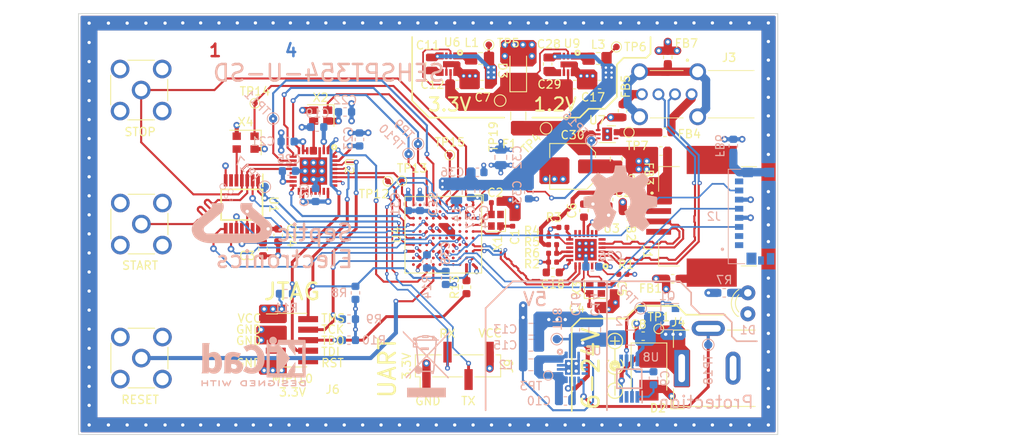
<source format=kicad_pcb>
(kicad_pcb (version 20171130) (host pcbnew "(5.1.6)-1")
  (layers (0 F.Cu signal) (1 In1.Cu power) (2 In2.Cu power) (31 B.Cu signal) (34 B.Paste user hide) (35 F.Paste user hide) (36 B.SilkS user) (37 F.SilkS user) (38 B.Mask user) (39 F.Mask user) (44 Edge.Cuts user))
  (net 0 "")
  (net 1 RST)
  (net 2 GND)
  (net 3 SCLK)
  (net 4 CSB)
  (net 5 DIN)
  (net 6 DOUT)
  (net 7 INTB)
  (net 8 TDC_TRIG)
  (net 9 TDC_EN)
  (net 10 USB_VBUS)
  (net 11 ~MCU_RST)
  (net 12 "Net-(Q1-Pad1)")
  (net 13 "Net-(L1-Pad2)")
  (net 14 T_RESET)
  (net 15 TDI)
  (net 16 TDO)
  (net 17 TCK)
  (net 18 TMS)
  (net 19 PROGRAM)
  (net 20 EXT_VCC)
  (net 21 VSW)
  (net 22 EXT_PWR_IN)
  (net 23 TDC_OSC_EN)
  (net 24 CLK+)
  (net 25 CLK-)
  (net 26 "Net-(FB1-Pad1)")
  (net 27 "Net-(FB2-Pad1)")
  (net 28 "Net-(FB5-Pad1)")
  (net 29 "Net-(FB6-Pad1)")
  (net 30 ~OC_PROT_EN)
  (net 31 USB_PWR_OUT)
  (net 32 UART_RX)
  (net 33 UART_TX)
  (net 34 HFXTAL_P)
  (net 35 HFXTAL_N)
  (net 36 TDC_OSC)
  (net 37 "Net-(FB7-Pad1)")
  (net 38 DN1_D+)
  (net 39 DN1_D-)
  (net 40 DN2_D+)
  (net 41 DN2_D-)
  (net 42 UP_D-)
  (net 43 UP_D+)
  (net 44 HUB_XTAL_P)
  (net 45 HUB_XTAL_N)
  (net 46 MAIN_OSC_EN)
  (net 47 FPGA_RST)
  (net 48 Z_FPGA)
  (net 49 SHIFTCLK)
  (net 50 SHIFTDATA)
  (net 51 START)
  (net 52 STOP)
  (net 53 CLK_BUF)
  (net 54 "Net-(C9-Pad1)")
  (net 55 "Net-(R2-Pad2)")
  (net 56 "Net-(U1-Pad6)")
  (net 57 "Net-(X1-Pad4)")
  (net 58 "Net-(X1-Pad2)")
  (net 59 EXT_PWR_EN)
  (net 60 "Net-(X3-Pad4)")
  (net 61 "Net-(X3-Pad2)")
  (net 62 EXT_PWR_PROT)
  (net 63 "Net-(FB4-Pad1)")
  (net 64 TDIO)
  (net 65 "Net-(U8-Pad5)")
  (net 66 "Net-(U8-Pad3)")
  (net 67 +1V2)
  (net 68 +3V3)
  (net 69 "Net-(C38-Pad1)")
  (net 70 "Net-(L3-Pad2)")
  (net 71 "Net-(U6-Pad3)")
  (net 72 "Net-(C3-Pad1)")
  (net 73 "Net-(C6-Pad2)")
  (net 74 "Net-(C9-Pad2)")
  (net 75 "Net-(C10-Pad1)")
  (net 76 "Net-(D1-Pad2)")
  (net 77 "Net-(FB3-Pad2)")
  (net 78 "Net-(R1-Pad2)")
  (net 79 "Net-(R3-Pad1)")
  (net 80 "Net-(R4-Pad1)")
  (net 81 "Net-(R5-Pad1)")
  (net 82 "Net-(U2-Pad13)")
  (net 83 "Net-(U2-Pad14)")
  (net 84 "Net-(U2-Pad17)")
  (net 85 "Net-(U2-Pad20)")
  (net 86 "Net-(U2-Pad21)")
  (net 87 "Net-(U2-Pad23)")
  (net 88 "Net-(U3-Pad23)")
  (net 89 "Net-(U3-Pad15)")
  (net 90 "Net-(U3-Pad12)")
  (net 91 "Net-(U3-Pad11)")
  (net 92 "Net-(U3-Pad8)")
  (net 93 "Net-(U3-Pad7)")
  (net 94 "Net-(U3-Pad6)")
  (net 95 "Net-(U4-PadD2)")
  (net 96 "Net-(U4-PadE2)")
  (net 97 "Net-(U4-PadF2)")
  (net 98 "Net-(U4-PadG2)")
  (net 99 "Net-(U4-PadH2)")
  (net 100 "Net-(U4-PadJ2)")
  (net 101 "Net-(U4-PadC3)")
  (net 102 "Net-(U4-PadD3)")
  (net 103 "Net-(U4-PadG3)")
  (net 104 "Net-(U4-PadH3)")
  (net 105 "Net-(U4-PadJ3)")
  (net 106 "Net-(U4-PadB4)")
  (net 107 "Net-(U4-PadC4)")
  (net 108 "Net-(U4-PadD4)")
  (net 109 "Net-(U4-PadJ4)")
  (net 110 "Net-(U4-PadC5)")
  (net 111 "Net-(U4-PadJ5)")
  (net 112 "Net-(U4-PadF6)")
  (net 113 "Net-(U4-PadG6)")
  (net 114 "Net-(U4-PadH6)")
  (net 115 "Net-(U4-PadJ6)")
  (net 116 "Net-(U4-PadF7)")
  (net 117 "Net-(U4-PadH7)")
  (net 118 "Net-(U4-PadJ7)")
  (net 119 "Net-(U4-PadD8)")
  (net 120 "Net-(U4-PadG8)")
  (net 121 "Net-(U4-PadH8)")
  (net 122 "Net-(U4-PadD9)")
  (net 123 "Net-(U4-PadE9)")
  (net 124 "Net-(U4-PadF9)")
  (net 125 "Net-(U4-PadD10)")
  (net 126 "Net-(U5-Pad8)")
  (net 127 "Net-(U5-Pad7)")
  (net 128 "Net-(U5-Pad6)")
  (net 129 "Net-(U7-Pad4)")
  (net 130 "Net-(U9-Pad3)")
  (net 131 USB_VBUS_F)
  (net 132 "Net-(U4-PadC9)")
  (net 133 "Net-(L4-Pad1)")
  (net 134 "Net-(C11-Pad2)")
  (net 135 "Net-(C28-Pad2)")
  (net 136 "Net-(C30-Pad1)")
  (net 137 "Net-(C31-Pad1)")
  (net 138 "Net-(U4-PadC10)")
  (net 139 "Net-(U4-PadE10)")
  (net 140 "Net-(U4-PadF10)")
  (net 141 MCDA1)
  (net 142 MCDA0)
  (net 143 MCCK)
  (net 144 MCCDA)
  (net 145 MCDA3)
  (net 146 MCDA2)
  (net 147 "Net-(U4-PadB5)")
  (net 148 "Net-(U4-PadB6)")
  (net 149 "Net-(U4-PadC7)")
  (net 150 "Net-(U4-PadB8)")
  (net 151 "Net-(U4-PadC8)")
  (net 152 "Net-(U4-PadB9)")
  (net 153 "Net-(U4-PadH9)")
  (net 154 "Net-(U4-PadJ1)")
  (net 155 "Net-(U4-PadK5)")
  (net 156 "Net-(U4-PadA6)")
  (net 157 "Net-(U4-PadK9)")
  (net 158 "Net-(U4-PadK10)")
  (net 159 "Net-(U4-PadG9)")
  (net 160 "Net-(J6-Pad7)")
  (net 161 "Net-(R13-Pad2)")
  (module TestPoint:TestPoint_Pad_D1.0mm (layer F.Cu) (at 110.2233 62.8396)
    (fp_text reference TP14 (at 0 -1.448) (layer F.SilkS))
    (fp_text value TestPoint_Alt)
    (pad 1 smd circle (at 0 0) (size 0.7 0.7) (layers F.Cu F.Mask) (net 23 TDC_OSC_EN))
  )
  (module TestPoint:TestPoint_Pad_D1.0mm (layer F.Cu) (at 139.8016 62.5094)
    (fp_text reference TP19 (at -0.8128 4.3434 90) (layer F.SilkS))
    (fp_text value TestPoint_Alt)
    (pad 1 smd circle (at 0 0) (size 1 1) (layers F.Cu F.Mask) (net 131 USB_VBUS_F))
  )
  (module Resistor_SMD:R_0603_1608Metric (layer B.Cu) (at 130.9751 81.9277 270)
    (fp_text reference R14 (at 3.1115 0.0127 90) (layer B.SilkS) (effects (justify mirror)))
    (fp_text value 68R)
    (pad 2 smd roundrect (at 0.7875 0 270) (size 0.875 0.95) (layers B.Cu B.Paste B.Mask) (net 69 "Net-(C38-Pad1)"))
    (pad 1 smd roundrect (at -0.7875 0 270) (size 0.875 0.95) (layers B.Cu B.Paste B.Mask) (net 17 TCK))
  )
  (module Capacitor_SMD:C_0603_1608Metric (layer B.Cu) (at 133.2357 83.9216 270)
    (fp_text reference C38 (at -2.9972 0.0127 90) (layer B.SilkS) (effects (justify mirror)))
    (fp_text value 100p)
    (pad 2 smd roundrect (at 0.7875 0 270) (size 0.875 0.95) (layers B.Cu B.Paste B.Mask) (net 2 GND))
    (pad 1 smd roundrect (at -0.7875 0 270) (size 0.875 0.95) (layers B.Cu B.Paste B.Mask) (net 69 "Net-(C38-Pad1)"))
  )
  (module Resistor_SMD:R_0603_1608Metric (layer F.Cu) (at 135.7376 85.0392 90)
    (fp_text reference R13 (at 0 -1.43 90) (layer F.SilkS))
    (fp_text value 22R)
    (pad 2 smd roundrect (at 0.7875 0 90) (size 0.875 0.95) (layers F.Cu F.Paste F.Mask) (net 161 "Net-(R13-Pad2)"))
    (pad 1 smd roundrect (at -0.7875 0 90) (size 0.875 0.95) (layers F.Cu F.Paste F.Mask) (net 16 TDO))
  )
  (module Connector_PinHeader_1.27mm:PinHeader_2x05_P1.27mm_Vertical_SMD (layer F.Cu) (at 114.6937 91.44)
    (fp_text reference J6 (at 4.9022 5.9563) (layer F.SilkS))
    (fp_text value Conn_02x05_Odd_Even)
    (pad 10 smd rect (at 1.95 2.54) (size 2.4 0.74) (layers F.Cu F.Paste F.Mask) (net 14 T_RESET))
    (pad 9 smd rect (at -1.95 2.54) (size 2.4 0.74) (layers F.Cu F.Paste F.Mask) (net 2 GND))
    (pad 8 smd rect (at 1.95 1.27) (size 2.4 0.74) (layers F.Cu F.Paste F.Mask) (net 15 TDI))
    (pad 7 smd rect (at -1.95 1.27) (size 2.4 0.74) (layers F.Cu F.Paste F.Mask) (net 160 "Net-(J6-Pad7)"))
    (pad 6 smd rect (at 1.95 0) (size 2.4 0.74) (layers F.Cu F.Paste F.Mask) (net 16 TDO))
    (pad 5 smd rect (at -1.95 0) (size 2.4 0.74) (layers F.Cu F.Paste F.Mask) (net 2 GND))
    (pad 4 smd rect (at 1.95 -1.27) (size 2.4 0.74) (layers F.Cu F.Paste F.Mask) (net 17 TCK))
    (pad 3 smd rect (at -1.95 -1.27) (size 2.4 0.74) (layers F.Cu F.Paste F.Mask) (net 2 GND))
    (pad 2 smd rect (at 1.95 -2.54) (size 2.4 0.74) (layers F.Cu F.Paste F.Mask) (net 18 TMS))
    (pad 1 smd rect (at -1.95 -2.54) (size 2.4 0.74) (layers F.Cu F.Paste F.Mask) (net 68 +3V3))
  )
  (module TestPoint:TestPoint_Pad_D1.0mm (layer F.Cu) (at 155.3464 66.3448)
    (fp_text reference TP7 (at 0.9906 1.6256 unlocked) (layer F.SilkS))
    (fp_text value TestPoint_Alt)
    (pad 1 smd circle (at 0 0) (size 0.8 0.8) (layers F.Cu F.Mask) (net 31 USB_PWR_OUT))
  )
  (module TestPoint:TestPoint_Pad_D1.0mm (layer F.Cu) (at 153.8224 56.0324)
    (fp_text reference TP6 (at 2.286 0) (layer F.SilkS))
    (fp_text value TestPoint_Alt)
    (pad 1 smd circle (at 0 0) (size 0.8 0.8) (layers F.Cu F.Mask) (net 67 +1V2))
  )
  (module TestPoint:TestPoint_Pad_D1.0mm (layer F.Cu) (at 138.43 55.7784)
    (fp_text reference TP5 (at 2.3622 -0.2286) (layer F.SilkS))
    (fp_text value TestPoint_Alt)
    (pad 1 smd circle (at 0 0) (size 0.8 0.8) (layers F.Cu F.Mask) (net 68 +3V3))
  )
  (module TestPoint:TestPoint_Pad_D1.0mm (layer F.Cu) (at 133.731 69.088)
    (fp_text reference TP15 (at 0 -1.5494) (layer F.SilkS))
    (fp_text value TestPoint_Alt)
    (pad 1 smd circle (at 0 0) (size 0.7 0.7) (layers F.Cu F.Mask) (net 46 MAIN_OSC_EN))
  )
  (module TestPoint:TestPoint_Pad_D1.0mm (layer F.Cu) (at 127.9398 72.2122)
    (fp_text reference TP13 (at 1.2446 -1.524) (layer F.SilkS))
    (fp_text value TestPoint_Alt)
    (pad 1 smd circle (at 0 0) (size 0.7 0.7) (layers F.Cu F.Mask) (net 25 CLK-))
  )
  (module TestPoint:TestPoint_Pad_D1.0mm (layer F.Cu) (at 126.2634 72.263)
    (fp_text reference TP12 (at -1.6764 1.524 180) (layer F.SilkS))
    (fp_text value TestPoint_Alt)
    (pad 1 smd circle (at 0 0) (size 0.7 0.7) (layers F.Cu F.Mask) (net 24 CLK+))
  )
  (module TestPoint:TestPoint_Pad_D1.0mm (layer F.Cu) (at 158.9278 90.0684)
    (fp_text reference TP1 (at 0 -1.4224 unlocked) (layer F.SilkS))
    (fp_text value TestPoint_Alt)
    (pad 1 smd circle (at 0 0) (size 0.7 0.7) (layers F.Cu F.Mask) (net 22 EXT_PWR_IN))
  )
  (module TestPoint:TestPoint_Pad_D1.0mm (layer B.Cu) (at 145.5928 95.7072)
    (fp_text reference TP3 (at -2.0828 1.27) (layer B.SilkS) (effects (justify mirror)))
    (fp_text value TestPoint_Alt)
    (pad 1 smd circle (at 0 0) (size 0.7 0.7) (layers B.Cu B.Mask) (net 21 VSW))
  )
  (module "Selfmade Stuff:475710001" (layer B.Cu) (at 167.3098 76.5048 270)
    (fp_text reference J2 (at 0 1.7399 unlocked) (layer B.SilkS) (effects (justify mirror)))
    (fp_text value Micro_SD_Card hide)
    (pad 8 smd rect (at -4.237 -1.31 270) (size 0.7 1) (layers B.Cu B.Paste B.Mask) (net 141 MCDA1))
    (pad 7 smd rect (at -3.137 -1.31 270) (size 0.7 1) (layers B.Cu B.Paste B.Mask) (net 142 MCDA0))
    (pad 6 smd rect (at -2.037 -1.31 270) (size 0.7 1) (layers B.Cu B.Paste B.Mask) (net 2 GND))
    (pad 5 smd rect (at -0.937 -1.31 270) (size 0.7 1) (layers B.Cu B.Paste B.Mask) (net 143 MCCK))
    (pad 4 smd rect (at 0.163 -1.31 270) (size 0.7 1) (layers B.Cu B.Paste B.Mask) (net 68 +3V3))
    (pad 3 smd rect (at 1.263 -1.31 270) (size 0.7 1) (layers B.Cu B.Paste B.Mask) (net 144 MCCDA))
    (pad 2 smd rect (at 2.363 -1.31 270) (size 0.7 1) (layers B.Cu B.Paste B.Mask) (net 145 MCDA3))
    (pad 1 smd rect (at 3.463 -1.31 270) (size 0.7 1) (layers B.Cu B.Paste B.Mask) (net 146 MCDA2))
    (pad G5 smd rect (at 5.113 -5.1 180) (size 0.9 1.4) (layers B.Cu B.Paste B.Mask))
    (pad G4 smd rect (at 5.313 -3.95 180) (size 0.7 1) (layers B.Cu B.Paste B.Mask))
    (pad G3 smd rect (at 5.088 -2.8 180) (size 1.2 1.45) (layers B.Cu B.Paste B.Mask))
    (pad 9 smd rect (at -5.312 -4.95 270) (size 1.15 1.2) (layers B.Cu B.Paste B.Mask) (net 29 "Net-(FB6-Pad1)"))
    (pad 9 smd rect (at -5.312 -2.36 270) (size 1.15 1.2) (layers B.Cu B.Paste B.Mask) (net 29 "Net-(FB6-Pad1)"))
  )
  (module Resistor_SMD:R_0603_1608Metric (layer B.Cu) (at 113.9698 85.8266 180)
    (fp_text reference R11 (at 0 -1.7018) (layer B.SilkS) (effects (justify mirror)))
    (fp_text value 10k)
    (pad 2 smd roundrect (at 0.7875 0 180) (size 0.875 0.95) (layers B.Cu B.Paste B.Mask) (net 68 +3V3))
    (pad 1 smd roundrect (at -0.7875 0 180) (size 0.875 0.95) (layers B.Cu B.Paste B.Mask) (net 15 TDI))
  )
  (module Resistor_SMD:R_0603_1608Metric (layer B.Cu) (at 121.5644 91.44)
    (fp_text reference R10 (at 3.0226 0) (layer B.SilkS) (effects (justify mirror)))
    (fp_text value 10k)
    (pad 2 smd roundrect (at 0.7875 0) (size 0.875 0.95) (layers B.Cu B.Paste B.Mask) (net 68 +3V3))
    (pad 1 smd roundrect (at -0.7875 0) (size 0.875 0.95) (layers B.Cu B.Paste B.Mask) (net 16 TDO))
  )
  (module Resistor_SMD:R_0603_1608Metric (layer B.Cu) (at 121.5644 88.9)
    (fp_text reference R9 (at 3.0226 0) (layer B.SilkS) (effects (justify mirror)))
    (fp_text value 10k)
    (pad 2 smd roundrect (at 0.7875 0) (size 0.875 0.95) (layers B.Cu B.Paste B.Mask) (net 68 +3V3))
    (pad 1 smd roundrect (at -0.7875 0) (size 0.875 0.95) (layers B.Cu B.Paste B.Mask) (net 17 TCK))
  )
  (module Resistor_SMD:R_0603_1608Metric (layer B.Cu) (at 122.3518 85.725 270)
    (fp_text reference R8 (at 0 1.9558 180) (layer B.SilkS) (effects (justify mirror)))
    (fp_text value 10k)
    (pad 2 smd roundrect (at 0.7875 0 270) (size 0.875 0.95) (layers B.Cu B.Paste B.Mask) (net 68 +3V3))
    (pad 1 smd roundrect (at -0.7875 0 270) (size 0.875 0.95) (layers B.Cu B.Paste B.Mask) (net 18 TMS))
  )
  (module Inductor_SMD:L_0805_2012Metric (layer B.Cu) (at 134.5184 73.5838 90)
    (fp_text reference L4 (at -2.7432 0 270) (layer B.SilkS) (effects (justify mirror)))
    (fp_text value 4.7µH)
    (pad 2 smd roundrect (at 0.9375 0 90) (size 0.975 1.4) (layers B.Cu B.Paste B.Mask) (net 67 +1V2))
    (pad 1 smd roundrect (at -0.9375 0 90) (size 0.975 1.4) (layers B.Cu B.Paste B.Mask) (net 133 "Net-(L4-Pad1)"))
  )
  (module Capacitor_SMD:C_0603_1608Metric (layer B.Cu) (at 136.2456 73.4314 90)
    (fp_text reference C37 (at -3.1242 0 270) (layer B.SilkS) (effects (justify mirror)))
    (fp_text value 100n)
    (pad 2 smd roundrect (at 0.7875 0 90) (size 0.875 0.95) (layers B.Cu B.Paste B.Mask) (net 67 +1V2))
    (pad 1 smd roundrect (at -0.7875 0 90) (size 0.875 0.95) (layers B.Cu B.Paste B.Mask) (net 2 GND))
  )
  (module Capacitor_SMD:C_0603_1608Metric (layer B.Cu) (at 137.0584 71.1708 180)
    (fp_text reference C36 (at 3.0226 0) (layer B.SilkS) (effects (justify mirror)))
    (fp_text value 100n)
    (pad 2 smd roundrect (at 0.7875 0 180) (size 0.875 0.95) (layers B.Cu B.Paste B.Mask) (net 67 +1V2))
    (pad 1 smd roundrect (at -0.7875 0 180) (size 0.875 0.95) (layers B.Cu B.Paste B.Mask) (net 2 GND))
  )
  (module Capacitor_SMD:C_0603_1608Metric (layer B.Cu) (at 143.256 73.5838 270)
    (fp_text reference C33 (at 0 1.397 270) (layer B.SilkS) (effects (justify mirror)))
    (fp_text value 4µ7)
    (pad 2 smd roundrect (at 0.7875 0 270) (size 0.875 0.95) (layers B.Cu B.Paste B.Mask) (net 2 GND))
    (pad 1 smd roundrect (at -0.7875 0 270) (size 0.875 0.95) (layers B.Cu B.Paste B.Mask) (net 67 +1V2))
  )
  (module Capacitor_SMD:C_0805_2012Metric (layer B.Cu) (at 139.8778 69.3674 90)
    (fp_text reference C32 (at 0 1.9812 90) (layer B.SilkS) (effects (justify mirror)))
    (fp_text value 22µ)
    (pad 2 smd roundrect (at 0.9375 0 90) (size 0.975 1.4) (layers B.Cu B.Paste B.Mask) (net 2 GND))
    (pad 1 smd roundrect (at -0.9375 0 90) (size 0.975 1.4) (layers B.Cu B.Paste B.Mask) (net 68 +3V3))
  )
  (module Capacitor_SMD:C_0603_1608Metric (layer B.Cu) (at 128.7018 75.0062 90)
    (fp_text reference C31 (at 0 -1.5494 270) (layer B.SilkS) (effects (justify mirror)))
    (fp_text value 4µ7)
    (pad 2 smd roundrect (at 0.7875 0 90) (size 0.875 0.95) (layers B.Cu B.Paste B.Mask) (net 2 GND))
    (pad 1 smd roundrect (at -0.7875 0 90) (size 0.875 0.95) (layers B.Cu B.Paste B.Mask) (net 137 "Net-(C31-Pad1)"))
  )
  (module Package_BGA:TFBGA-100_9.0x9.0mm_Layout10x10_P0.8mm (layer F.Cu) (at 132.9436 78.7146 270)
    (fp_text reference U4 (at 0 5.6388 90) (layer F.SilkS))
    (fp_text value ATSAM4SD32)
    (pad A1 smd circle (at -3.6 -3.6 270) (size 0.35 0.35) (layers F.Cu F.Paste F.Mask) (net 52 STOP))
    (pad B1 smd circle (at -3.6 -2.8 270) (size 0.35 0.35) (layers F.Cu F.Paste F.Mask))
    (pad C1 smd circle (at -3.6 -2 270) (size 0.35 0.35) (layers F.Cu F.Paste F.Mask) (net 32 UART_RX))
    (pad D1 smd circle (at -3.6 -1.2 270) (size 0.35 0.35) (layers F.Cu F.Paste F.Mask) (net 33 UART_TX))
    (pad E1 smd circle (at -3.6 -0.4 270) (size 0.35 0.35) (layers F.Cu F.Paste F.Mask) (net 23 TDC_OSC_EN))
    (pad F1 smd circle (at -3.6 0.4 270) (size 0.35 0.35) (layers F.Cu F.Paste F.Mask) (net 46 MAIN_OSC_EN))
    (pad G1 smd circle (at -3.6 1.2 270) (size 0.35 0.35) (layers F.Cu F.Paste F.Mask) (net 48 Z_FPGA))
    (pad H1 smd circle (at -3.6 2 270) (size 0.35 0.35) (layers F.Cu F.Paste F.Mask) (net 49 SHIFTCLK))
    (pad J1 smd circle (at -3.6 2.8 270) (size 0.35 0.35) (layers F.Cu F.Paste F.Mask) (net 154 "Net-(U4-PadJ1)"))
    (pad K1 smd circle (at -3.6 3.6 270) (size 0.35 0.35) (layers F.Cu F.Paste F.Mask) (net 50 SHIFTDATA))
    (pad A2 smd circle (at -2.8 -3.6 270) (size 0.35 0.35) (layers F.Cu F.Paste F.Mask) (net 30 ~OC_PROT_EN))
    (pad B2 smd circle (at -2.8 -2.8 270) (size 0.35 0.35) (layers F.Cu F.Paste F.Mask) (net 2 GND))
    (pad C2 smd circle (at -2.8 -2 270) (size 0.35 0.35) (layers F.Cu F.Paste F.Mask) (net 133 "Net-(L4-Pad1)"))
    (pad D2 smd circle (at -2.8 -1.2 270) (size 0.35 0.35) (layers F.Cu F.Paste F.Mask) (net 95 "Net-(U4-PadD2)"))
    (pad E2 smd circle (at -2.8 -0.4 270) (size 0.35 0.35) (layers F.Cu F.Paste F.Mask) (net 96 "Net-(U4-PadE2)"))
    (pad F2 smd circle (at -2.8 0.4 270) (size 0.35 0.35) (layers F.Cu F.Paste F.Mask) (net 97 "Net-(U4-PadF2)"))
    (pad G2 smd circle (at -2.8 1.2 270) (size 0.35 0.35) (layers F.Cu F.Paste F.Mask) (net 98 "Net-(U4-PadG2)"))
    (pad H2 smd circle (at -2.8 2 270) (size 0.35 0.35) (layers F.Cu F.Paste F.Mask) (net 99 "Net-(U4-PadH2)"))
    (pad J2 smd circle (at -2.8 2.8 270) (size 0.35 0.35) (layers F.Cu F.Paste F.Mask) (net 100 "Net-(U4-PadJ2)"))
    (pad K2 smd circle (at -2.8 3.6 270) (size 0.35 0.35) (layers F.Cu F.Paste F.Mask) (net 25 CLK-))
    (pad A3 smd circle (at -2 -3.6 270) (size 0.35 0.35) (layers F.Cu F.Paste F.Mask) (net 68 +3V3))
    (pad B3 smd circle (at -2 -2.8 270) (size 0.35 0.35) (layers F.Cu F.Paste F.Mask) (net 2 GND))
    (pad C3 smd circle (at -2 -2 270) (size 0.35 0.35) (layers F.Cu F.Paste F.Mask) (net 101 "Net-(U4-PadC3)"))
    (pad D3 smd circle (at -2 -1.2 270) (size 0.35 0.35) (layers F.Cu F.Paste F.Mask) (net 102 "Net-(U4-PadD3)"))
    (pad E3 smd circle (at -2 -0.4 270) (size 0.35 0.35) (layers F.Cu F.Paste F.Mask) (net 68 +3V3))
    (pad F3 smd circle (at -2 0.4 270) (size 0.35 0.35) (layers F.Cu F.Paste F.Mask) (net 137 "Net-(C31-Pad1)"))
    (pad G3 smd circle (at -2 1.2 270) (size 0.35 0.35) (layers F.Cu F.Paste F.Mask) (net 103 "Net-(U4-PadG3)"))
    (pad H3 smd circle (at -2 2 270) (size 0.35 0.35) (layers F.Cu F.Paste F.Mask) (net 104 "Net-(U4-PadH3)"))
    (pad J3 smd circle (at -2 2.8 270) (size 0.35 0.35) (layers F.Cu F.Paste F.Mask) (net 105 "Net-(U4-PadJ3)"))
    (pad K3 smd circle (at -2 3.6 270) (size 0.35 0.35) (layers F.Cu F.Paste F.Mask) (net 24 CLK+))
    (pad A4 smd circle (at -1.2 -3.6 270) (size 0.35 0.35) (layers F.Cu F.Paste F.Mask) (net 34 HFXTAL_P))
    (pad B4 smd circle (at -1.2 -2.8 270) (size 0.35 0.35) (layers F.Cu F.Paste F.Mask) (net 106 "Net-(U4-PadB4)"))
    (pad C4 smd circle (at -1.2 -2 270) (size 0.35 0.35) (layers F.Cu F.Paste F.Mask) (net 107 "Net-(U4-PadC4)"))
    (pad D4 smd circle (at -1.2 -1.2 270) (size 0.35 0.35) (layers F.Cu F.Paste F.Mask) (net 108 "Net-(U4-PadD4)"))
    (pad E4 smd circle (at -1.2 -0.4 270) (size 0.35 0.35) (layers F.Cu F.Paste F.Mask) (net 2 GND))
    (pad F4 smd circle (at -1.2 0.4 270) (size 0.35 0.35) (layers F.Cu F.Paste F.Mask) (net 2 GND))
    (pad G4 smd circle (at -1.2 1.2 270) (size 0.35 0.35) (layers F.Cu F.Paste F.Mask) (net 67 +1V2))
    (pad H4 smd circle (at -1.2 2 270) (size 0.35 0.35) (layers F.Cu F.Paste F.Mask) (net 3 SCLK))
    (pad J4 smd circle (at -1.2 2.8 270) (size 0.35 0.35) (layers F.Cu F.Paste F.Mask) (net 109 "Net-(U4-PadJ4)"))
    (pad K4 smd circle (at -1.2 3.6 270) (size 0.35 0.35) (layers F.Cu F.Paste F.Mask) (net 8 TDC_TRIG))
    (pad A5 smd circle (at -0.4 -3.6 270) (size 0.35 0.35) (layers F.Cu F.Paste F.Mask) (net 35 HFXTAL_N))
    (pad B5 smd circle (at -0.4 -2.8 270) (size 0.35 0.35) (layers F.Cu F.Paste F.Mask) (net 147 "Net-(U4-PadB5)"))
    (pad C5 smd circle (at -0.4 -2 270) (size 0.35 0.35) (layers F.Cu F.Paste F.Mask) (net 110 "Net-(U4-PadC5)"))
    (pad D5 smd circle (at -0.4 -1.2 270) (size 0.35 0.35) (layers F.Cu F.Paste F.Mask) (net 2 GND))
    (pad E5 smd circle (at -0.4 -0.4 270) (size 0.35 0.35) (layers F.Cu F.Paste F.Mask) (net 2 GND))
    (pad F5 smd circle (at -0.4 0.4 270) (size 0.35 0.35) (layers F.Cu F.Paste F.Mask) (net 68 +3V3))
    (pad G5 smd circle (at -0.4 1.2 270) (size 0.35 0.35) (layers F.Cu F.Paste F.Mask) (net 67 +1V2))
    (pad H5 smd circle (at -0.4 2 270) (size 0.35 0.35) (layers F.Cu F.Paste F.Mask) (net 5 DIN))
    (pad J5 smd circle (at -0.4 2.8 270) (size 0.35 0.35) (layers F.Cu F.Paste F.Mask) (net 111 "Net-(U4-PadJ5)"))
    (pad K5 smd circle (at -0.4 3.6 270) (size 0.35 0.35) (layers F.Cu F.Paste F.Mask) (net 155 "Net-(U4-PadK5)"))
    (pad A6 smd circle (at 0.4 -3.6 270) (size 0.35 0.35) (layers F.Cu F.Paste F.Mask) (net 156 "Net-(U4-PadA6)"))
    (pad B6 smd circle (at 0.4 -2.8 270) (size 0.35 0.35) (layers F.Cu F.Paste F.Mask) (net 148 "Net-(U4-PadB6)"))
    (pad C6 smd circle (at 0.4 -2 270) (size 0.35 0.35) (layers F.Cu F.Paste F.Mask) (net 17 TCK))
    (pad D6 smd circle (at 0.4 -1.2 270) (size 0.35 0.35) (layers F.Cu F.Paste F.Mask) (net 2 GND))
    (pad E6 smd circle (at 0.4 -0.4 270) (size 0.35 0.35) (layers F.Cu F.Paste F.Mask) (net 11 ~MCU_RST))
    (pad F6 smd circle (at 0.4 0.4 270) (size 0.35 0.35) (layers F.Cu F.Paste F.Mask) (net 112 "Net-(U4-PadF6)"))
    (pad G6 smd circle (at 0.4 1.2 270) (size 0.35 0.35) (layers F.Cu F.Paste F.Mask) (net 113 "Net-(U4-PadG6)"))
    (pad H6 smd circle (at 0.4 2 270) (size 0.35 0.35) (layers F.Cu F.Paste F.Mask) (net 114 "Net-(U4-PadH6)"))
    (pad J6 smd circle (at 0.4 2.8 270) (size 0.35 0.35) (layers F.Cu F.Paste F.Mask) (net 115 "Net-(U4-PadJ6)"))
    (pad K6 smd circle (at 0.4 3.6 270) (size 0.35 0.35) (layers F.Cu F.Paste F.Mask) (net 47 FPGA_RST))
    (pad A7 smd circle (at 1.2 -3.6 270) (size 0.35 0.35) (layers F.Cu F.Paste F.Mask) (net 43 UP_D+))
    (pad B7 smd circle (at 1.2 -2.8 270) (size 0.35 0.35) (layers F.Cu F.Paste F.Mask) (net 4 CSB))
    (pad C7 smd circle (at 1.2 -2 270) (size 0.35 0.35) (layers F.Cu F.Paste F.Mask) (net 149 "Net-(U4-PadC7)"))
    (pad D7 smd circle (at 1.2 -1.2 270) (size 0.35 0.35) (layers F.Cu F.Paste F.Mask) (net 67 +1V2))
    (pad E7 smd circle (at 1.2 -0.4 270) (size 0.35 0.35) (layers F.Cu F.Paste F.Mask) (net 143 MCCK))
    (pad F7 smd circle (at 1.2 0.4 270) (size 0.35 0.35) (layers F.Cu F.Paste F.Mask) (net 116 "Net-(U4-PadF7)"))
    (pad G7 smd circle (at 1.2 1.2 270) (size 0.35 0.35) (layers F.Cu F.Paste F.Mask) (net 6 DOUT))
    (pad H7 smd circle (at 1.2 2 270) (size 0.35 0.35) (layers F.Cu F.Paste F.Mask) (net 117 "Net-(U4-PadH7)"))
    (pad J7 smd circle (at 1.2 2.8 270) (size 0.35 0.35) (layers F.Cu F.Paste F.Mask) (net 118 "Net-(U4-PadJ7)"))
    (pad K7 smd circle (at 1.2 3.6 270) (size 0.35 0.35) (layers F.Cu F.Paste F.Mask) (net 9 TDC_EN))
    (pad A8 smd circle (at 2 -3.6 270) (size 0.35 0.35) (layers F.Cu F.Paste F.Mask) (net 42 UP_D-))
    (pad B8 smd circle (at 2 -2.8 270) (size 0.35 0.35) (layers F.Cu F.Paste F.Mask) (net 150 "Net-(U4-PadB8)"))
    (pad C8 smd circle (at 2 -2 270) (size 0.35 0.35) (layers F.Cu F.Paste F.Mask) (net 151 "Net-(U4-PadC8)"))
    (pad D8 smd circle (at 2 -1.2 270) (size 0.35 0.35) (layers F.Cu F.Paste F.Mask) (net 119 "Net-(U4-PadD8)"))
    (pad E8 smd circle (at 2 -0.4 270) (size 0.35 0.35) (layers F.Cu F.Paste F.Mask) (net 142 MCDA0))
    (pad F8 smd circle (at 2 0.4 270) (size 0.35 0.35) (layers F.Cu F.Paste F.Mask) (net 144 MCCDA))
    (pad G8 smd circle (at 2 1.2 270) (size 0.35 0.35) (layers F.Cu F.Paste F.Mask) (net 120 "Net-(U4-PadG8)"))
    (pad H8 smd circle (at 2 2 270) (size 0.35 0.35) (layers F.Cu F.Paste F.Mask) (net 121 "Net-(U4-PadH8)"))
    (pad J8 smd circle (at 2 2.8 270) (size 0.35 0.35) (layers F.Cu F.Paste F.Mask) (net 2 GND))
    (pad K8 smd circle (at 2 3.6 270) (size 0.35 0.35) (layers F.Cu F.Paste F.Mask) (net 7 INTB))
    (pad A9 smd circle (at 2.8 -3.6 270) (size 0.35 0.35) (layers F.Cu F.Paste F.Mask) (net 18 TMS))
    (pad B9 smd circle (at 2.8 -2.8 270) (size 0.35 0.35) (layers F.Cu F.Paste F.Mask) (net 152 "Net-(U4-PadB9)"))
    (pad C9 smd circle (at 2.8 -2 270) (size 0.35 0.35) (layers F.Cu F.Paste F.Mask) (net 132 "Net-(U4-PadC9)"))
    (pad D9 smd circle (at 2.8 -1.2 270) (size 0.35 0.35) (layers F.Cu F.Paste F.Mask) (net 122 "Net-(U4-PadD9)"))
    (pad E9 smd circle (at 2.8 -0.4 270) (size 0.35 0.35) (layers F.Cu F.Paste F.Mask) (net 123 "Net-(U4-PadE9)"))
    (pad F9 smd circle (at 2.8 0.4 270) (size 0.35 0.35) (layers F.Cu F.Paste F.Mask) (net 124 "Net-(U4-PadF9)"))
    (pad G9 smd circle (at 2.8 1.2 270) (size 0.35 0.35) (layers F.Cu F.Paste F.Mask) (net 159 "Net-(U4-PadG9)"))
    (pad H9 smd circle (at 2.8 2 270) (size 0.35 0.35) (layers F.Cu F.Paste F.Mask) (net 153 "Net-(U4-PadH9)"))
    (pad J9 smd circle (at 2.8 2.8 270) (size 0.35 0.35) (layers F.Cu F.Paste F.Mask) (net 67 +1V2))
    (pad K9 smd circle (at 2.8 3.6 270) (size 0.35 0.35) (layers F.Cu F.Paste F.Mask) (net 157 "Net-(U4-PadK9)"))
    (pad A10 smd circle (at 3.6 -3.6 270) (size 0.35 0.35) (layers F.Cu F.Paste F.Mask) (net 68 +3V3))
    (pad B10 smd circle (at 3.6 -2.8 270) (size 0.35 0.35) (layers F.Cu F.Paste F.Mask) (net 161 "Net-(R13-Pad2)"))
    (pad C10 smd circle (at 3.6 -2 270) (size 0.35 0.35) (layers F.Cu F.Paste F.Mask) (net 138 "Net-(U4-PadC10)"))
    (pad D10 smd circle (at 3.6 -1.2 270) (size 0.35 0.35) (layers F.Cu F.Paste F.Mask) (net 125 "Net-(U4-PadD10)"))
    (pad E10 smd circle (at 3.6 -0.4 270) (size 0.35 0.35) (layers F.Cu F.Paste F.Mask) (net 139 "Net-(U4-PadE10)"))
    (pad F10 smd circle (at 3.6 0.4 270) (size 0.35 0.35) (layers F.Cu F.Paste F.Mask) (net 140 "Net-(U4-PadF10)"))
    (pad G10 smd circle (at 3.6 1.2 270) (size 0.35 0.35) (layers F.Cu F.Paste F.Mask) (net 1 RST))
    (pad H10 smd circle (at 3.6 2 270) (size 0.35 0.35) (layers F.Cu F.Paste F.Mask) (net 64 TDIO))
    (pad J10 smd circle (at 3.6 2.8 270) (size 0.35 0.35) (layers F.Cu F.Paste F.Mask) (net 68 +3V3))
    (pad K10 smd circle (at 3.6 3.6 270) (size 0.35 0.35) (layers F.Cu F.Paste F.Mask) (net 158 "Net-(U4-PadK10)"))
  )
  (module SamacSys_Parts:SOP65P490X110-8N (layer B.Cu) (at 155.3718 96.0882 90)
    (fp_text reference U8 (at 2.5908 2.6162 unlocked) (layer B.SilkS) (effects (justify mirror)))
    (fp_text value LM74610QDGKTQ1 hide)
    (pad 8 smd rect (at 2.2 0.975) (size 0.45 1.4) (layers B.Cu B.Paste B.Mask) (net 62 EXT_PWR_PROT))
    (pad 7 smd rect (at 2.2 0.325) (size 0.45 1.4) (layers B.Cu B.Paste B.Mask) (net 74 "Net-(C9-Pad2)"))
    (pad 6 smd rect (at 2.2 -0.325) (size 0.45 1.4) (layers B.Cu B.Paste B.Mask) (net 12 "Net-(Q1-Pad1)"))
    (pad 5 smd rect (at 2.2 -0.975) (size 0.45 1.4) (layers B.Cu B.Paste B.Mask) (net 65 "Net-(U8-Pad5)"))
    (pad 4 smd rect (at -2.2 -0.975) (size 0.45 1.4) (layers B.Cu B.Paste B.Mask) (net 22 EXT_PWR_IN))
    (pad 3 smd rect (at -2.2 -0.325) (size 0.45 1.4) (layers B.Cu B.Paste B.Mask) (net 66 "Net-(U8-Pad3)"))
    (pad 2 smd rect (at -2.2 0.325) (size 0.45 1.4) (layers B.Cu B.Paste B.Mask) (net 12 "Net-(Q1-Pad1)"))
    (pad 1 smd rect (at -2.2 0.975) (size 0.45 1.4) (layers B.Cu B.Paste B.Mask) (net 54 "Net-(C9-Pad1)"))
  )
  (module Package_TO_SOT_SMD:SOT-23 (layer B.Cu) (at 159.9438 88.5952 180)
    (fp_text reference Q1 (at 0 2.5) (layer B.SilkS) (effects (justify mirror)))
    (fp_text value Q_NMOS_GSD)
    (pad 3 smd rect (at 1 0 180) (size 0.9 0.8) (layers B.Cu B.Paste B.Mask) (net 62 EXT_PWR_PROT))
    (pad 2 smd rect (at -1 -0.95 180) (size 0.9 0.8) (layers B.Cu B.Paste B.Mask) (net 22 EXT_PWR_IN))
    (pad 1 smd rect (at -1 0.95 180) (size 0.9 0.8) (layers B.Cu B.Paste B.Mask) (net 12 "Net-(Q1-Pad1)"))
  )
  (module Diode_SMD:D_SMB (layer F.Cu) (at 157.7467 95.3262 270)
    (fp_text reference D2 (at 4.318 -1.0922 180) (layer F.SilkS))
    (fp_text value D_TVS)
    (pad 2 smd rect (at 2.15 0 270) (size 2.5 2.3) (layers F.Cu F.Paste F.Mask) (net 2 GND))
    (pad 1 smd rect (at -2.15 0 270) (size 2.5 2.3) (layers F.Cu F.Paste F.Mask) (net 22 EXT_PWR_IN))
  )
  (module Capacitor_SMD:C_0603_1608Metric (layer B.Cu) (at 137.8712 73.4314 270)
    (fp_text reference C34 (at 3.1242 0 90) (layer B.SilkS) (effects (justify mirror)))
    (fp_text value 4µ7)
    (pad 2 smd roundrect (at 0.7875 0 270) (size 0.875 0.95) (layers B.Cu B.Paste B.Mask) (net 2 GND))
    (pad 1 smd roundrect (at -0.7875 0 270) (size 0.875 0.95) (layers B.Cu B.Paste B.Mask) (net 67 +1V2))
  )
  (module Capacitor_SMD:C_0603_1608Metric (layer B.Cu) (at 158.2928 96.0374 90)
    (fp_text reference C9 (at 0 1.397 90) (layer B.SilkS) (effects (justify mirror)))
    (fp_text value 4µ7)
    (pad 2 smd roundrect (at 0.7875 0 90) (size 0.875 0.95) (layers B.Cu B.Paste B.Mask) (net 74 "Net-(C9-Pad2)"))
    (pad 1 smd roundrect (at -0.7875 0 90) (size 0.875 0.95) (layers B.Cu B.Paste B.Mask) (net 54 "Net-(C9-Pad1)"))
  )
  (module Capacitor_SMD:C_0603_1608Metric (layer F.Cu) (at 157.0482 90.9574)
    (fp_text reference C8 (at -0.5588 -1.4224 180) (layer F.SilkS))
    (fp_text value 100n)
    (pad 2 smd roundrect (at 0.7875 0) (size 0.875 0.95) (layers F.Cu F.Paste F.Mask) (net 22 EXT_PWR_IN))
    (pad 1 smd roundrect (at -0.7875 0) (size 0.875 0.95) (layers F.Cu F.Paste F.Mask) (net 2 GND))
  )
  (module Capacitor_SMD:C_0603_1608Metric (layer F.Cu) (at 111.2012 80.4672 270)
    (fp_text reference C3 (at 0.7874 1.905 180) (layer F.SilkS))
    (fp_text value 100n)
    (pad 2 smd roundrect (at 0.7875 0 270) (size 0.875 0.95) (layers F.Cu F.Paste F.Mask) (net 2 GND))
    (pad 1 smd roundrect (at -0.7875 0 270) (size 0.875 0.95) (layers F.Cu F.Paste F.Mask) (net 72 "Net-(C3-Pad1)"))
  )
  (module Diode_SMD:D_MiniMELF (layer F.Cu) (at 141.986 58.8925 90)
    (fp_text reference D3 (at 0.0153 -1.905 -90 unlocked) (layer F.SilkS))
    (fp_text value D_Zener_Small)
    (pad 2 smd rect (at 1.75 0 90) (size 1.3 1.7) (layers F.Cu F.Paste F.Mask) (net 2 GND))
    (pad 1 smd rect (at -1.75 0 90) (size 1.3 1.7) (layers F.Cu F.Paste F.Mask) (net 131 USB_VBUS_F))
  )
  (module SamacSys_Parts:SON50P200X200X90-9N (layer F.Cu) (at 147.7391 58.1406 270)
    (fp_text reference U9 (at -2.5146 -0.7239 unlocked) (layer F.SilkS))
    (fp_text value MIC23050-SYML-TR hide)
    (pad 9 smd rect (at 0 0 270) (size 0.7 1.3) (layers F.Cu F.Paste F.Mask) (net 2 GND))
    (pad 8 smd rect (at 1 -0.75) (size 0.3 0.8) (layers F.Cu F.Paste F.Mask) (net 2 GND))
    (pad 7 smd rect (at 1 -0.25) (size 0.3 0.8) (layers F.Cu F.Paste F.Mask) (net 131 USB_VBUS_F))
    (pad 6 smd rect (at 1 0.25) (size 0.3 0.8) (layers F.Cu F.Paste F.Mask) (net 2 GND))
    (pad 5 smd rect (at 1 0.75) (size 0.3 0.8) (layers F.Cu F.Paste F.Mask) (net 135 "Net-(C28-Pad2)"))
    (pad 4 smd rect (at -1 0.75) (size 0.3 0.8) (layers F.Cu F.Paste F.Mask) (net 67 +1V2))
    (pad 3 smd rect (at -1 0.25) (size 0.3 0.8) (layers F.Cu F.Paste F.Mask) (net 130 "Net-(U9-Pad3)"))
    (pad 2 smd rect (at -1 -0.25) (size 0.3 0.8) (layers F.Cu F.Paste F.Mask) (net 131 USB_VBUS_F))
    (pad 1 smd rect (at -1 -0.75) (size 0.3 0.8) (layers F.Cu F.Paste F.Mask) (net 70 "Net-(L3-Pad2)"))
  )
  (module Package_DFN_QFN:DFN-6-1EP_2x1.8mm_P0.5mm_EP1.2x1.6mm (layer F.Cu) (at 152.7048 66.5734)
    (fp_text reference U7 (at -1.1938 -1.7018) (layer F.SilkS))
    (fp_text value AP21410)
    (pad 7 smd rect (at 0 0) (size 1.2 1.6) (layers F.Cu F.Mask) (net 2 GND))
    (pad 6 smd roundrect (at 1.075 -0.5) (size 0.55 0.2) (layers F.Cu F.Paste F.Mask) (net 31 USB_PWR_OUT))
    (pad 5 smd roundrect (at 1.075 0) (size 0.55 0.2) (layers F.Cu F.Paste F.Mask) (net 31 USB_PWR_OUT))
    (pad 4 smd roundrect (at 1.075 0.5) (size 0.55 0.2) (layers F.Cu F.Paste F.Mask) (net 129 "Net-(U7-Pad4)"))
    (pad 3 smd roundrect (at -1.075 0.5) (size 0.55 0.2) (layers F.Cu F.Paste F.Mask) (net 30 ~OC_PROT_EN))
    (pad 2 smd roundrect (at -1.075 0) (size 0.55 0.2) (layers F.Cu F.Paste F.Mask) (net 10 USB_VBUS))
    (pad 1 smd roundrect (at -1.075 -0.5) (size 0.55 0.2) (layers F.Cu F.Paste F.Mask) (net 2 GND))
  )
  (module Inductor_SMD:L_0805_2012Metric (layer F.Cu) (at 151.623 57.4294 180)
    (fp_text reference L3 (at 0 1.6764) (layer F.SilkS))
    (fp_text value 1µH)
    (pad 2 smd roundrect (at 0.9375 0 180) (size 0.975 1.4) (layers F.Cu F.Paste F.Mask) (net 70 "Net-(L3-Pad2)"))
    (pad 1 smd roundrect (at -0.9375 0 180) (size 0.975 1.4) (layers F.Cu F.Paste F.Mask) (net 67 +1V2))
  )
  (module Capacitor_SMD:CP_Elec_5x5.4 (layer F.Cu) (at 148.5392 70.4596 180)
    (fp_text reference C30 (at 0 3.7846) (layer F.SilkS))
    (fp_text value 100µ)
    (pad 2 smd roundrect (at 2.2 0 180) (size 3 1.6) (layers F.Cu F.Paste F.Mask) (roundrect_rratio 0.15625) (net 2 GND))
    (pad 1 smd roundrect (at -2.2 0 180) (size 3 1.6) (layers F.Cu F.Paste F.Mask) (roundrect_rratio 0.15625) (net 136 "Net-(C30-Pad1)"))
  )
  (module Capacitor_SMD:C_0603_1608Metric (layer F.Cu) (at 148.7806 60.579)
    (fp_text reference C29 (at -3.0354 -0.0254) (layer F.SilkS))
    (fp_text value 4µ7)
    (pad 2 smd roundrect (at 0.7875 0) (size 0.875 0.95) (layers F.Cu F.Paste F.Mask) (net 2 GND))
    (pad 1 smd roundrect (at -0.7875 0) (size 0.875 0.95) (layers F.Cu F.Paste F.Mask) (net 131 USB_VBUS_F))
  )
  (module Capacitor_SMD:C_0603_1608Metric (layer F.Cu) (at 146.1516 83.2612)
    (fp_text reference C18 (at 0 1.4224) (layer F.SilkS))
    (fp_text value 100n)
    (pad 2 smd roundrect (at 0.7875 0) (size 0.875 0.95) (layers F.Cu F.Paste F.Mask) (net 68 +3V3))
    (pad 1 smd roundrect (at -0.7875 0) (size 0.875 0.95) (layers F.Cu F.Paste F.Mask) (net 2 GND))
  )
  (module Fuse:Fuse_1206_3216Metric_Castellated (layer B.Cu) (at 155.5496 91.1352)
    (fp_text reference F2 (at -0.9906 -1.9812) (layer B.SilkS) (effects (justify mirror)))
    (fp_text value Polyfuse_Small)
    (pad 2 smd roundrect (at 1.425 0) (size 1.6 1.65) (layers B.Cu B.Paste B.Mask) (roundrect_rratio 0.15625) (net 62 EXT_PWR_PROT))
    (pad 1 smd roundrect (at -1.425 0) (size 1.6 1.65) (layers B.Cu B.Paste B.Mask) (roundrect_rratio 0.15625) (net 20 EXT_VCC))
  )
  (module Fuse:Fuse_1206_3216Metric_Castellated (layer F.Cu) (at 141.986 64.3636 90)
    (fp_text reference F1 (at -3.3782 -1.0668 unlocked) (layer F.SilkS))
    (fp_text value Polyfuse_Small)
    (pad 2 smd roundrect (at 1.425 0 90) (size 1.6 1.65) (layers F.Cu F.Paste F.Mask) (roundrect_rratio 0.15625) (net 131 USB_VBUS_F))
    (pad 1 smd roundrect (at -1.425 0 90) (size 1.6 1.65) (layers F.Cu F.Paste F.Mask) (roundrect_rratio 0.15625) (net 10 USB_VBUS))
  )
  (module Symbol:KiCad-Logo2_5mm_SilkScreen (layer B.Cu) (at 110.0709 94.0054 180)
    (fp_text reference REF** hide)
    (fp_text value KiCad-Logo2_5mm_SilkScreen hide)
  )
  (module SamacSys_Parts:QFN50P400X400X100-25N-D (layer F.Cu) (at 150.1394 80.518 180)
    (fp_text reference U3 (at -3.0988 2.5654 180) (layer F.SilkS))
    (fp_text value USB2422_MJ hide)
    (pad 25 smd rect (at 0 0 180) (size 2.6 2.6) (layers F.Cu F.Paste F.Mask) (net 2 GND))
    (pad 24 smd rect (at -1.25 -1.95 180) (size 0.3 0.85) (layers F.Cu F.Paste F.Mask) (net 78 "Net-(R1-Pad2)"))
    (pad 23 smd rect (at -0.75 -1.95 180) (size 0.3 0.85) (layers F.Cu F.Paste F.Mask) (net 88 "Net-(U3-Pad23)"))
    (pad 22 smd rect (at -0.25 -1.95 180) (size 0.3 0.85) (layers F.Cu F.Paste F.Mask) (net 45 HUB_XTAL_N))
    (pad 21 smd rect (at 0.25 -1.95 180) (size 0.3 0.85) (layers F.Cu F.Paste F.Mask) (net 44 HUB_XTAL_P))
    (pad 20 smd rect (at 0.75 -1.95 180) (size 0.3 0.85) (layers F.Cu F.Paste F.Mask) (net 43 UP_D+))
    (pad 19 smd rect (at 1.25 -1.95 180) (size 0.3 0.85) (layers F.Cu F.Paste F.Mask) (net 42 UP_D-))
    (pad 18 smd rect (at 1.95 -1.25 270) (size 0.3 0.85) (layers F.Cu F.Paste F.Mask) (net 68 +3V3))
    (pad 17 smd rect (at 1.95 -0.75 270) (size 0.3 0.85) (layers F.Cu F.Paste F.Mask) (net 55 "Net-(R2-Pad2)"))
    (pad 16 smd rect (at 1.95 -0.25 270) (size 0.3 0.85) (layers F.Cu F.Paste F.Mask) (net 81 "Net-(R5-Pad1)"))
    (pad 15 smd rect (at 1.95 0.25 270) (size 0.3 0.85) (layers F.Cu F.Paste F.Mask) (net 89 "Net-(U3-Pad15)"))
    (pad 14 smd rect (at 1.95 0.75 270) (size 0.3 0.85) (layers F.Cu F.Paste F.Mask) (net 80 "Net-(R4-Pad1)"))
    (pad 13 smd rect (at 1.95 1.25 270) (size 0.3 0.85) (layers F.Cu F.Paste F.Mask) (net 79 "Net-(R3-Pad1)"))
    (pad 12 smd rect (at 1.25 1.95 180) (size 0.3 0.85) (layers F.Cu F.Paste F.Mask) (net 90 "Net-(U3-Pad12)"))
    (pad 11 smd rect (at 0.75 1.95 180) (size 0.3 0.85) (layers F.Cu F.Paste F.Mask) (net 91 "Net-(U3-Pad11)"))
    (pad 10 smd rect (at 0.25 1.95 180) (size 0.3 0.85) (layers F.Cu F.Paste F.Mask) (net 73 "Net-(C6-Pad2)"))
    (pad 9 smd rect (at -0.25 1.95 180) (size 0.3 0.85) (layers F.Cu F.Paste F.Mask) (net 68 +3V3))
    (pad 8 smd rect (at -0.75 1.95 180) (size 0.3 0.85) (layers F.Cu F.Paste F.Mask) (net 92 "Net-(U3-Pad8)"))
    (pad 7 smd rect (at -1.25 1.95 180) (size 0.3 0.85) (layers F.Cu F.Paste F.Mask) (net 93 "Net-(U3-Pad7)"))
    (pad 6 smd rect (at -1.95 1.25 270) (size 0.3 0.85) (layers F.Cu F.Paste F.Mask) (net 94 "Net-(U3-Pad6)"))
    (pad 5 smd rect (at -1.95 0.75 270) (size 0.3 0.85) (layers F.Cu F.Paste F.Mask) (net 38 DN1_D+))
    (pad 4 smd rect (at -1.95 0.25 270) (size 0.3 0.85) (layers F.Cu F.Paste F.Mask) (net 39 DN1_D-))
    (pad 3 smd rect (at -1.95 -0.25 270) (size 0.3 0.85) (layers F.Cu F.Paste F.Mask) (net 40 DN2_D+))
    (pad 2 smd rect (at -1.95 -0.75 270) (size 0.3 0.85) (layers F.Cu F.Paste F.Mask) (net 41 DN2_D-))
    (pad 1 smd rect (at -1.95 -1.25 270) (size 0.3 0.85) (layers F.Cu F.Paste F.Mask) (net 68 +3V3))
  )
  (module TestPoint:TestPoint_Pad_D1.0mm (layer B.Cu) (at 164.8968 91.9988)
    (fp_text reference TP18 (at 0 3.0226 90) (layer B.SilkS) (effects (justify mirror)))
    (fp_text value TestPoint_Alt)
    (pad 1 smd circle (at 0 0) (size 1 1) (layers B.Cu B.Mask) (net 59 EXT_PWR_EN))
  )
  (module TestPoint:TestPoint_Pad_D1.0mm (layer B.Cu) (at 111.4171 72.9234)
    (fp_text reference TP17 (at -2.1209 -2.1082 -45) (layer B.SilkS) (effects (justify mirror)))
    (fp_text value TestPoint_Alt)
    (pad 1 smd circle (at 0 0) (size 1 1) (layers B.Cu B.Mask) (net 9 TDC_EN))
  )
  (module TestPoint:TestPoint_Pad_D1.0mm (layer B.Cu) (at 150.7998 67.3354)
    (fp_text reference TP16 (at -1.9558 -1.9812 -45) (layer B.SilkS) (effects (justify mirror)))
    (fp_text value TestPoint_Alt)
    (pad 1 smd circle (at 0 0) (size 1 1) (layers B.Cu B.Mask) (net 30 ~OC_PROT_EN))
  )
  (module TestPoint:TestPoint_Pad_D1.0mm (layer B.Cu) (at 112.4204 64.6938)
    (fp_text reference TP11 (at -1.9304 -1.9304 -45) (layer B.SilkS) (effects (justify mirror)))
    (fp_text value TestPoint_Alt)
    (pad 1 smd circle (at 0 0) (size 1 1) (layers B.Cu B.Mask) (net 48 Z_FPGA))
  )
  (module TestPoint:TestPoint_Pad_D1.0mm (layer B.Cu) (at 128.7526 68.961)
    (fp_text reference TP10 (at -2.0574 -2.0574 -45 unlocked) (layer B.SilkS) (effects (justify mirror)))
    (fp_text value TestPoint_Alt)
    (pad 1 smd circle (at 0 0) (size 1 1) (layers B.Cu B.Mask) (net 50 SHIFTDATA))
  )
  (module TestPoint:TestPoint_Pad_D1.0mm (layer B.Cu) (at 129.8956 67.7418 270)
    (fp_text reference TP9 (at -1.7526 1.7272 315 unlocked) (layer B.SilkS) (effects (justify mirror)))
    (fp_text value TestPoint_Alt)
    (pad 1 smd circle (at 0 0 270) (size 1 1) (layers B.Cu B.Mask) (net 49 SHIFTCLK))
  )
  (module TestPoint:TestPoint_Pad_D1.0mm (layer B.Cu) (at 146.6342 91.313 270)
    (fp_text reference TP8 (at -2.4638 0 270 unlocked) (layer B.SilkS) (effects (justify mirror)))
    (fp_text value TestPoint_Alt)
    (pad 1 smd circle (at 0 0 270) (size 1 1) (layers B.Cu B.Mask) (net 20 EXT_VCC))
  )
  (module TestPoint:TestPoint_Pad_D1.0mm (layer F.Cu) (at 145.3388 65.8622)
    (fp_text reference TP4 (at -1.778 1.8034 45) (layer F.SilkS))
    (fp_text value TestPoint_Alt)
    (pad 1 smd circle (at 0 0) (size 1 1) (layers F.Cu F.Mask) (net 10 USB_VBUS))
  )
  (module TestPoint:TestPoint_Pad_D1.0mm (layer B.Cu) (at 156.7434 87.5792)
    (fp_text reference TP2 (at -1.6256 -1.6256 -45) (layer B.SilkS) (effects (justify mirror)))
    (fp_text value TestPoint_Alt)
    (pad 1 smd circle (at 0 0) (size 1 1) (layers B.Cu B.Mask) (net 62 EXT_PWR_PROT))
  )
  (module Connector_BarrelJack:BarrelJack_Wuerth_6941xx301002 (layer F.Cu) (at 161.6964 94.8182 90)
    (fp_text reference J4 (at 5.5372 -0.4064 unlocked) (layer F.SilkS))
    (fp_text value Barrel_Jack_Switch)
    (pad 1 thru_hole rect (at 0 0 90) (size 4.4 1.8) (drill oval 3.4 0.8) (layers *.Cu *.Mask) (net 22 EXT_PWR_IN))
    (pad 2 thru_hole oval (at 0 6.1976 90) (size 4 1.8) (drill oval 3 0.8) (layers *.Cu *.Mask) (net 2 GND))
    (pad 3 thru_hole oval (at 4.8 3.2004 180) (size 4 1.8) (drill oval 3 0.8) (layers *.Cu *.Mask) (net 59 EXT_PWR_EN))
  )
  (module Symbol:OSHW-Symbol_8.9x8mm_SilkScreen (layer B.Cu) (at 154.305 74.3458 180)
    (fp_text reference REF** hide)
    (fp_text value OSHW-Symbol_8.9x8mm_SilkScreen hide)
  )
  (module Crystal:Crystal_SMD_2016-4Pin_2.0x1.6mm (layer F.Cu) (at 151.3078 85.2424)
    (fp_text reference X3 (at -2.2352 0 90) (layer F.SilkS))
    (fp_text value Crystal_24MHz)
    (pad 4 smd rect (at -0.7 -0.55) (size 0.9 0.8) (layers F.Cu F.Paste F.Mask) (net 60 "Net-(X3-Pad4)"))
    (pad 3 smd rect (at 0.7 -0.55) (size 0.9 0.8) (layers F.Cu F.Paste F.Mask) (net 45 HUB_XTAL_N))
    (pad 2 smd rect (at 0.7 0.55) (size 0.9 0.8) (layers F.Cu F.Paste F.Mask) (net 61 "Net-(X3-Pad2)"))
    (pad 1 smd rect (at -0.7 0.55) (size 0.9 0.8) (layers F.Cu F.Paste F.Mask) (net 44 HUB_XTAL_P))
  )
  (module Capacitor_SMD:C_0603_1608Metric (layer B.Cu) (at 130.1369 75.0061 270)
    (fp_text reference C35 (at 0.0001 -1.4859 270 unlocked) (layer B.SilkS) (effects (justify mirror)))
    (fp_text value 100n)
    (pad 2 smd roundrect (at 0.7875 0 270) (size 0.875 0.95) (layers B.Cu B.Paste B.Mask) (net 137 "Net-(C31-Pad1)"))
    (pad 1 smd roundrect (at -0.7875 0 270) (size 0.875 0.95) (layers B.Cu B.Paste B.Mask) (net 2 GND))
  )
  (module Capacitor_SMD:C_0603_1608Metric (layer B.Cu) (at 114.3254 71.0184 180)
    (fp_text reference C25 (at 0 1.43 180) (layer B.SilkS) (effects (justify mirror)))
    (fp_text value 100n)
    (pad 2 smd roundrect (at 0.7875 0 180) (size 0.875 0.95) (layers B.Cu B.Paste B.Mask) (net 68 +3V3))
    (pad 1 smd roundrect (at -0.7875 0 180) (size 0.875 0.95) (layers B.Cu B.Paste B.Mask) (net 2 GND))
  )
  (module Capacitor_SMD:C_0603_1608Metric (layer B.Cu) (at 122.8344 67.2084 270)
    (fp_text reference C23 (at -0.127 1.3462 270) (layer B.SilkS) (effects (justify mirror)))
    (fp_text value 100n)
    (pad 2 smd roundrect (at 0.7875 0 270) (size 0.875 0.95) (layers B.Cu B.Paste B.Mask) (net 68 +3V3))
    (pad 1 smd roundrect (at -0.7875 0 270) (size 0.875 0.95) (layers B.Cu B.Paste B.Mask) (net 2 GND))
  )
  (module Capacitor_SMD:C_0805_2012Metric (layer B.Cu) (at 151.2062 90.1954 90)
    (fp_text reference C14 (at 3.048 0 270 unlocked) (layer B.SilkS) (effects (justify mirror)))
    (fp_text value 22µ)
    (pad 2 smd roundrect (at 0.9375 0 90) (size 0.975 1.4) (layers B.Cu B.Paste B.Mask) (net 2 GND))
    (pad 1 smd roundrect (at -0.9375 0 90) (size 0.975 1.4) (layers B.Cu B.Paste B.Mask) (net 20 EXT_VCC))
  )
  (module "Selfmade Stuff:logo_min_small1" (layer B.Cu) (at 107.4674 76.1111 180)
    (fp_text reference REF** hide)
    (fp_text value LOGO hide)
  )
  (module Symbol:WEEE-Logo_5.6x8mm_SilkScreen (layer B.Cu) (at 130.8989 94.3229 180)
    (fp_text reference REF** hide)
    (fp_text value WEEE-Logo_5.6x8mm_SilkScreen hide)
  )
  (module Symbol:Symbol_Barrel_Polarity (layer F.Cu) (at 153.5684 94.5388 90)
    (fp_text reference REF** hide)
    (fp_text value Symbol_Barrel_Polarity)
  )
  (module LED_THT:LED_D3.0mm (layer F.Cu) (at 169.672 88.265 90)
    (fp_text reference D1 (at -1.9558 0 unlocked) (layer B.SilkS) (effects (justify mirror)))
    (fp_text value LED)
    (pad 2 thru_hole circle (at 2.54 0 90) (size 1.8 1.8) (drill 0.9) (layers *.Cu *.Mask) (net 76 "Net-(D1-Pad2)"))
    (pad 1 thru_hole circle (at 0 0 90) (size 1.8 1.8) (drill 0.9) (layers *.Cu *.Mask) (net 2 GND))
  )
  (module SamacSys_Parts:KUSBEXSMTBS1NBTR (layer F.Cu) (at 166.1668 76.4794 90)
    (fp_text reference J1 (at -4.2926 -8.5852 270 unlocked) (layer F.SilkS))
    (fp_text value USB_B hide)
    (pad 5 smd rect (at -6.8 -0.85 90) (size 3.4 6.04) (layers F.Cu F.Paste F.Mask) (net 26 "Net-(FB1-Pad1)"))
    (pad 6 smd rect (at 6.8 -0.85 90) (size 3.4 6.04) (layers F.Cu F.Paste F.Mask))
    (pad "" np_thru_hole circle (at -2.75 -0.25 180) (size 1.4 1.4) (drill 1.4) (layers *.Cu *.Mask))
    (pad "" np_thru_hole circle (at 2.75 -0.25 180) (size 1.4 1.4) (drill 1.4) (layers *.Cu *.Mask))
    (pad 4 smd rect (at 0.625 -7.25 90) (size 0.7 3) (layers F.Cu F.Paste F.Mask) (net 27 "Net-(FB2-Pad1)"))
    (pad 3 smd rect (at -1.875 -7.25 90) (size 0.7 3) (layers F.Cu F.Paste F.Mask) (net 38 DN1_D+))
    (pad 2 smd rect (at -0.625 -7.25 90) (size 0.7 3) (layers F.Cu F.Paste F.Mask) (net 39 DN1_D-))
    (pad 1 smd rect (at 1.875 -7.25 90) (size 0.7 3) (layers F.Cu F.Paste F.Mask) (net 77 "Net-(FB3-Pad2)"))
  )
  (module "Selfmade Stuff:117347751" (layer F.Cu) (at 162.8902 61.7474 90)
    (fp_text reference J3 (at 4.4196 4.5212 unlocked) (layer F.SilkS))
    (fp_text value 1-1734775-1 hide)
    (pad MH4 thru_hole circle (at 2.72 0.73 180) (size 2.025 2.025) (drill 1.35) (layers *.Cu *.Mask) (net 37 "Net-(FB7-Pad1)"))
    (pad MH3 thru_hole circle (at 2.72 -6.27 180) (size 2.025 2.025) (drill 1.35) (layers *.Cu *.Mask) (net 37 "Net-(FB7-Pad1)"))
    (pad MH2 thru_hole circle (at -2.72 0.73 180) (size 2.025 2.025) (drill 1.35) (layers *.Cu *.Mask) (net 37 "Net-(FB7-Pad1)"))
    (pad MH1 thru_hole circle (at -2.72 -6.27 180) (size 2.025 2.025) (drill 1.35) (layers *.Cu *.Mask) (net 37 "Net-(FB7-Pad1)"))
    (pad 4 thru_hole circle (at 0 -6 180) (size 1.431 1.431) (drill 0.92) (layers *.Cu *.Mask) (net 28 "Net-(FB5-Pad1)"))
    (pad 3 thru_hole circle (at 0 -4 180) (size 1.431 1.431) (drill 0.92) (layers *.Cu *.Mask) (net 40 DN2_D+))
    (pad 2 thru_hole circle (at 0 -2 180) (size 1.431 1.431) (drill 0.92) (layers *.Cu *.Mask) (net 41 DN2_D-))
    (pad 1 thru_hole circle (at 0 0 180) (size 1.431 1.431) (drill 0.92) (layers *.Cu *.Mask) (net 63 "Net-(FB4-Pad1)"))
  )
  (module Oscillator:Oscillator_SMD_EuroQuartz_XO32-4Pin_3.2x2.5mm (layer F.Cu) (at 109.1057 67.5894 180)
    (fp_text reference X4 (at 0 2.4892) (layer F.SilkS))
    (fp_text value ASE-016MHz)
    (pad 4 smd rect (at -1.075 -0.775 180) (size 1 0.9) (layers F.Cu F.Paste F.Mask) (net 68 +3V3))
    (pad 3 smd rect (at 1.075 -0.775 180) (size 1 0.9) (layers F.Cu F.Paste F.Mask) (net 36 TDC_OSC))
    (pad 2 smd rect (at 1.075 0.775 180) (size 1 0.9) (layers F.Cu F.Paste F.Mask) (net 2 GND))
    (pad 1 smd rect (at -1.075 0.775 180) (size 1 0.9) (layers F.Cu F.Paste F.Mask) (net 23 TDC_OSC_EN))
  )
  (module Resistor_SMD:R_0402_1005Metric (layer F.Cu) (at 146.1262 80.9498)
    (fp_text reference R6 (at -2.4892 -0.0254) (layer F.SilkS))
    (fp_text value 100k)
    (pad 2 smd roundrect (at 0.485 0) (size 0.59 0.64) (layers F.Cu F.Paste F.Mask) (net 81 "Net-(R5-Pad1)"))
    (pad 1 smd roundrect (at -0.485 0) (size 0.59 0.64) (layers F.Cu F.Paste F.Mask) (net 2 GND))
  )
  (module Resistor_SMD:R_0402_1005Metric (layer F.Cu) (at 146.1262 79.9084 180)
    (fp_text reference R5 (at 2.4892 0.3302 180) (layer F.SilkS))
    (fp_text value 100k)
    (pad 2 smd roundrect (at 0.485 0 180) (size 0.59 0.64) (layers F.Cu F.Paste F.Mask) (net 10 USB_VBUS))
    (pad 1 smd roundrect (at -0.485 0 180) (size 0.59 0.64) (layers F.Cu F.Paste F.Mask) (net 81 "Net-(R5-Pad1)"))
  )
  (module Oscillator:Oscillator_SMD_SeikoEpson_SG210-4Pin_2.5x2.0mm (layer F.Cu) (at 118.1599 64.3232 180)
    (fp_text reference X2 (at 0.0118 2.1694 180) (layer F.SilkS))
    (fp_text value ASE-125MHz)
    (pad 1 smd rect (at -0.85 0.65 180) (size 1.1 0.9) (layers F.Cu F.Paste F.Mask) (net 46 MAIN_OSC_EN))
    (pad 2 smd rect (at 0.85 0.65 180) (size 1.1 0.9) (layers F.Cu F.Paste F.Mask) (net 2 GND))
    (pad 3 smd rect (at 0.85 -0.65 180) (size 1.1 0.9) (layers F.Cu F.Paste F.Mask) (net 53 CLK_BUF))
    (pad 4 smd rect (at -0.85 -0.65 180) (size 1.1 0.9) (layers F.Cu F.Paste F.Mask) (net 68 +3V3))
  )
  (module Resistor_SMD:R_0402_1005Metric (layer F.Cu) (at 146.1492 78.867 180)
    (fp_text reference R4 (at 2.5122 0.635 unlocked) (layer F.SilkS))
    (fp_text value 100k)
    (pad 2 smd roundrect (at 0.485 0 180) (size 0.59 0.64) (layers F.Cu F.Paste F.Mask) (net 2 GND))
    (pad 1 smd roundrect (at -0.485 0 180) (size 0.59 0.64) (layers F.Cu F.Paste F.Mask) (net 80 "Net-(R4-Pad1)"))
  )
  (module Resistor_SMD:R_0402_1005Metric (layer F.Cu) (at 147.3708 77.8256 180)
    (fp_text reference R3 (at 1.0922 1.2192 unlocked) (layer F.SilkS))
    (fp_text value 100k)
    (pad 2 smd roundrect (at 0.485 0 180) (size 0.59 0.64) (layers F.Cu F.Paste F.Mask) (net 2 GND))
    (pad 1 smd roundrect (at -0.485 0 180) (size 0.59 0.64) (layers F.Cu F.Paste F.Mask) (net 79 "Net-(R3-Pad1)"))
  )
  (module Resistor_SMD:R_0402_1005Metric (layer F.Cu) (at 146.1262 82.0166)
    (fp_text reference R2 (at -2.4892 0.2286 unlocked) (layer F.SilkS))
    (fp_text value 100k)
    (pad 2 smd roundrect (at 0.485 0) (size 0.59 0.64) (layers F.Cu F.Paste F.Mask) (net 55 "Net-(R2-Pad2)"))
    (pad 1 smd roundrect (at -0.485 0) (size 0.59 0.64) (layers F.Cu F.Paste F.Mask) (net 2 GND))
  )
  (module Resistor_SMD:R_0402_1005Metric (layer F.Cu) (at 154.5995 83.4771 180)
    (fp_text reference R1 (at -0.404 1.1684 unlocked) (layer F.SilkS))
    (fp_text value 12k)
    (pad 2 smd roundrect (at 0.485 0 180) (size 0.59 0.64) (layers F.Cu F.Paste F.Mask) (net 78 "Net-(R1-Pad2)"))
    (pad 1 smd roundrect (at -0.485 0 180) (size 0.59 0.64) (layers F.Cu F.Paste F.Mask) (net 2 GND))
  )
  (module Capacitor_SMD:C_0402_1005Metric (layer F.Cu) (at 153.416 85.1789 90)
    (fp_text reference C5 (at -0.0127 1.0414 270 unlocked) (layer F.SilkS))
    (fp_text value 10p)
    (pad 2 smd roundrect (at 0.485 0 90) (size 0.59 0.64) (layers F.Cu F.Paste F.Mask) (net 45 HUB_XTAL_N))
    (pad 1 smd roundrect (at -0.485 0 90) (size 0.59 0.64) (layers F.Cu F.Paste F.Mask) (net 2 GND))
  )
  (module Capacitor_SMD:C_0402_1005Metric (layer F.Cu) (at 151.0792 87.2363 180)
    (fp_text reference C4 (at 2.032 -0.3683 unlocked) (layer F.SilkS))
    (fp_text value 10p)
    (pad 2 smd roundrect (at 0.485 0 180) (size 0.59 0.64) (layers F.Cu F.Paste F.Mask) (net 44 HUB_XTAL_P))
    (pad 1 smd roundrect (at -0.485 0 180) (size 0.59 0.64) (layers F.Cu F.Paste F.Mask) (net 2 GND))
  )
  (module Capacitor_SMD:C_0603_1608Metric (layer F.Cu) (at 149.9108 75.7936 270)
    (fp_text reference C6 (at 0 1.4478 90 unlocked) (layer F.SilkS))
    (fp_text value 1µ)
    (pad 2 smd roundrect (at 0.7875 0 270) (size 0.875 0.95) (layers F.Cu F.Paste F.Mask) (net 73 "Net-(C6-Pad2)"))
    (pad 1 smd roundrect (at -0.7875 0 270) (size 0.875 0.95) (layers F.Cu F.Paste F.Mask) (net 2 GND))
  )
  (module Capacitor_SMD:C_0603_1608Metric (layer F.Cu) (at 145.5293 58.0898 270)
    (fp_text reference C28 (at -2.3876 -0.1397 unlocked) (layer F.SilkS))
    (fp_text value 560p)
    (pad 2 smd roundrect (at 0.7875 0 270) (size 0.875 0.95) (layers F.Cu F.Paste F.Mask) (net 135 "Net-(C28-Pad2)"))
    (pad 1 smd roundrect (at -0.7875 0 270) (size 0.875 0.95) (layers F.Cu F.Paste F.Mask) (net 67 +1V2))
  )
  (module Inductor_SMD:L_0603_1608Metric (layer B.Cu) (at 167.9194 67.9704 90)
    (fp_text reference FB6 (at 0 -1.6764 270 unlocked) (layer B.SilkS) (effects (justify mirror)))
    (fp_text value Ferrite_Bead_Small)
    (pad 2 smd roundrect (at 0.7875 0 90) (size 0.875 0.95) (layers B.Cu B.Paste B.Mask) (net 2 GND))
    (pad 1 smd roundrect (at -0.7875 0 90) (size 0.875 0.95) (layers B.Cu B.Paste B.Mask) (net 29 "Net-(FB6-Pad1)"))
  )
  (module Crystal:Crystal_SMD_2016-4Pin_2.0x1.6mm (layer F.Cu) (at 139.2936 76.962 90)
    (fp_text reference X1 (at -2.7813 0.2159 90 unlocked) (layer F.SilkS))
    (fp_text value Crystal_16MHz)
    (pad 4 smd rect (at -0.7 -0.55 90) (size 0.9 0.8) (layers F.Cu F.Paste F.Mask) (net 57 "Net-(X1-Pad4)"))
    (pad 3 smd rect (at 0.7 -0.55 90) (size 0.9 0.8) (layers F.Cu F.Paste F.Mask) (net 34 HFXTAL_P))
    (pad 2 smd rect (at 0.7 0.55 90) (size 0.9 0.8) (layers F.Cu F.Paste F.Mask) (net 58 "Net-(X1-Pad2)"))
    (pad 1 smd rect (at -0.7 0.55 90) (size 0.9 0.8) (layers F.Cu F.Paste F.Mask) (net 35 HFXTAL_N))
  )
  (module Capacitor_SMD:C_0402_1005Metric (layer F.Cu) (at 139.2301 74.8411 180)
    (fp_text reference C2 (at 0 1.2065 unlocked) (layer F.SilkS))
    (fp_text value 10p)
    (pad 2 smd roundrect (at 0.485 0 180) (size 0.59 0.64) (layers F.Cu F.Paste F.Mask) (net 34 HFXTAL_P))
    (pad 1 smd roundrect (at -0.485 0 180) (size 0.59 0.64) (layers F.Cu F.Paste F.Mask) (net 2 GND))
  )
  (module Capacitor_SMD:C_0402_1005Metric (layer F.Cu) (at 141.3002 77.1906 270)
    (fp_text reference C1 (at 1.778 -0.2794 90 unlocked) (layer F.SilkS))
    (fp_text value 10p)
    (pad 2 smd roundrect (at 0.485 0 270) (size 0.59 0.64) (layers F.Cu F.Paste F.Mask) (net 35 HFXTAL_N))
    (pad 1 smd roundrect (at -0.485 0 270) (size 0.59 0.64) (layers F.Cu F.Paste F.Mask) (net 2 GND))
  )
  (module Connector_PinHeader_2.54mm:PinHeader_1x04_P2.54mm_Vertical_SMD_Pin1Left (layer F.Cu) (at 134.7216 94.5388 90)
    (fp_text reference J9 (at -0.0254 6.1214 90 unlocked) (layer F.SilkS))
    (fp_text value Conn_01x04_Male)
    (pad 4 smd rect (at 1.655 3.81 90) (size 2.51 1) (layers F.Cu F.Paste F.Mask) (net 68 +3V3))
    (pad 2 smd rect (at 1.655 -1.27 90) (size 2.51 1) (layers F.Cu F.Paste F.Mask) (net 32 UART_RX))
    (pad 3 smd rect (at -1.655 1.27 90) (size 2.51 1) (layers F.Cu F.Paste F.Mask) (net 33 UART_TX))
    (pad 1 smd rect (at -1.655 -3.81 90) (size 2.51 1) (layers F.Cu F.Paste F.Mask) (net 2 GND))
  )
  (module Inductor_SMD:L_0603_1608Metric (layer F.Cu) (at 159.6644 66.3448 180)
    (fp_text reference FB4 (at -2.9464 -0.2032 unlocked) (layer F.SilkS))
    (fp_text value Ferrite_Bead_Small)
    (pad 2 smd roundrect (at 0.7875 0 180) (size 0.875 0.95) (layers F.Cu F.Paste F.Mask) (net 31 USB_PWR_OUT))
    (pad 1 smd roundrect (at -0.7875 0 180) (size 0.875 0.95) (layers F.Cu F.Paste F.Mask) (net 63 "Net-(FB4-Pad1)"))
  )
  (module Inductor_SMD:L_0603_1608Metric (layer F.Cu) (at 154.559 63.754 270)
    (fp_text reference FB5 (at -2.9464 -0.381 90 unlocked) (layer F.SilkS))
    (fp_text value Ferrite_Bead_Small)
    (pad 2 smd roundrect (at 0.7875 0 270) (size 0.875 0.95) (layers F.Cu F.Paste F.Mask) (net 2 GND))
    (pad 1 smd roundrect (at -0.7875 0 270) (size 0.875 0.95) (layers F.Cu F.Paste F.Mask) (net 28 "Net-(FB5-Pad1)"))
  )
  (module Inductor_SMD:L_0603_1608Metric (layer F.Cu) (at 160.02 57.2769 90)
    (fp_text reference FB7 (at 1.6763 2.2352 unlocked) (layer F.SilkS))
    (fp_text value Ferrite_Bead_Small)
    (pad 2 smd roundrect (at 0.7875 0 90) (size 0.875 0.95) (layers F.Cu F.Paste F.Mask) (net 2 GND))
    (pad 1 smd roundrect (at -0.7875 0 90) (size 0.875 0.95) (layers F.Cu F.Paste F.Mask) (net 37 "Net-(FB7-Pad1)"))
  )
  (module Inductor_SMD:L_0603_1608Metric (layer F.Cu) (at 159.1817 68.6054)
    (fp_text reference FB3 (at -1.4477 2.7432 270 unlocked) (layer F.SilkS))
    (fp_text value Ferrite_Bead_Small)
    (pad 2 smd roundrect (at 0.7875 0) (size 0.875 0.95) (layers F.Cu F.Paste F.Mask) (net 77 "Net-(FB3-Pad2)"))
    (pad 1 smd roundrect (at -0.7875 0) (size 0.875 0.95) (layers F.Cu F.Paste F.Mask) (net 10 USB_VBUS))
  )
  (module Inductor_SMD:L_0603_1608Metric (layer F.Cu) (at 155.3718 75.8444 180)
    (fp_text reference FB2 (at -0.2032 -2.286 270 unlocked) (layer F.SilkS))
    (fp_text value Ferrite_Bead_Small)
    (pad 2 smd roundrect (at 0.7875 0 180) (size 0.875 0.95) (layers F.Cu F.Paste F.Mask) (net 2 GND))
    (pad 1 smd roundrect (at -0.7875 0 180) (size 0.875 0.95) (layers F.Cu F.Paste F.Mask) (net 27 "Net-(FB2-Pad1)"))
  )
  (module Inductor_SMD:L_0603_1608Metric (layer F.Cu) (at 160.6041 84.0232 180)
    (fp_text reference FB1 (at 2.6669 -1.1684 unlocked) (layer F.SilkS))
    (fp_text value Ferrite_Bead_Small)
    (pad 2 smd roundrect (at 0.7875 0 180) (size 0.875 0.95) (layers F.Cu F.Paste F.Mask) (net 2 GND))
    (pad 1 smd roundrect (at -0.7875 0 180) (size 0.875 0.95) (layers F.Cu F.Paste F.Mask) (net 26 "Net-(FB1-Pad1)"))
  )
  (module SamacSys_Parts:QFN50P500X500X60-33N (layer F.Cu) (at 117.2845 71.0184 270)
    (fp_text reference U2 (at -0.6096 -4.318 270 unlocked) (layer F.SilkS))
    (fp_text value LCMXO2-256HC-6SG32C hide)
    (pad 1 smd rect (at -2.45 -1.75) (size 0.3 0.85) (layers F.Cu F.Paste F.Mask) (net 15 TDI))
    (pad 2 smd rect (at -2.45 -1.25) (size 0.3 0.85) (layers F.Cu F.Paste F.Mask) (net 68 +3V3))
    (pad 3 smd rect (at -2.45 -0.75) (size 0.3 0.85) (layers F.Cu F.Paste F.Mask) (net 2 GND))
    (pad 4 smd rect (at -2.45 -0.25) (size 0.3 0.85) (layers F.Cu F.Paste F.Mask) (net 53 CLK_BUF))
    (pad 5 smd rect (at -2.45 0.25) (size 0.3 0.85) (layers F.Cu F.Paste F.Mask) (net 53 CLK_BUF))
    (pad 6 smd rect (at -2.45 0.75) (size 0.3 0.85) (layers F.Cu F.Paste F.Mask) (net 68 +3V3))
    (pad 7 smd rect (at -2.45 1.25) (size 0.3 0.85) (layers F.Cu F.Paste F.Mask) (net 68 +3V3))
    (pad 8 smd rect (at -2.45 1.75) (size 0.3 0.85) (layers F.Cu F.Paste F.Mask) (net 50 SHIFTDATA))
    (pad 9 smd rect (at -1.75 2.45 270) (size 0.3 0.85) (layers F.Cu F.Paste F.Mask) (net 49 SHIFTCLK))
    (pad 10 smd rect (at -1.25 2.45 270) (size 0.3 0.85) (layers F.Cu F.Paste F.Mask) (net 48 Z_FPGA))
    (pad 11 smd rect (at -0.75 2.45 270) (size 0.3 0.85) (layers F.Cu F.Paste F.Mask) (net 52 STOP))
    (pad 12 smd rect (at -0.25 2.45 270) (size 0.3 0.85) (layers F.Cu F.Paste F.Mask) (net 51 START))
    (pad 13 smd rect (at 0.25 2.45 270) (size 0.3 0.85) (layers F.Cu F.Paste F.Mask) (net 82 "Net-(U2-Pad13)"))
    (pad 14 smd rect (at 0.75 2.45 270) (size 0.3 0.85) (layers F.Cu F.Paste F.Mask) (net 83 "Net-(U2-Pad14)"))
    (pad 15 smd rect (at 1.25 2.45 270) (size 0.3 0.85) (layers F.Cu F.Paste F.Mask) (net 68 +3V3))
    (pad 16 smd rect (at 1.75 2.45 270) (size 0.3 0.85) (layers F.Cu F.Paste F.Mask) (net 47 FPGA_RST))
    (pad 17 smd rect (at 2.45 1.75) (size 0.3 0.85) (layers F.Cu F.Paste F.Mask) (net 84 "Net-(U2-Pad17)"))
    (pad 18 smd rect (at 2.45 1.25) (size 0.3 0.85) (layers F.Cu F.Paste F.Mask) (net 68 +3V3))
    (pad 19 smd rect (at 2.45 0.75) (size 0.3 0.85) (layers F.Cu F.Paste F.Mask) (net 68 +3V3))
    (pad 20 smd rect (at 2.45 0.25) (size 0.3 0.85) (layers F.Cu F.Paste F.Mask) (net 85 "Net-(U2-Pad20)"))
    (pad 21 smd rect (at 2.45 -0.25) (size 0.3 0.85) (layers F.Cu F.Paste F.Mask) (net 86 "Net-(U2-Pad21)"))
    (pad 22 smd rect (at 2.45 -0.75) (size 0.3 0.85) (layers F.Cu F.Paste F.Mask) (net 2 GND))
    (pad 23 smd rect (at 2.45 -1.25) (size 0.3 0.85) (layers F.Cu F.Paste F.Mask) (net 87 "Net-(U2-Pad23)"))
    (pad 24 smd rect (at 2.45 -1.75) (size 0.3 0.85) (layers F.Cu F.Paste F.Mask) (net 68 +3V3))
    (pad 25 smd rect (at 1.75 -2.45 270) (size 0.3 0.85) (layers F.Cu F.Paste F.Mask) (net 19 PROGRAM))
    (pad 26 smd rect (at 1.25 -2.45 270) (size 0.3 0.85) (layers F.Cu F.Paste F.Mask) (net 68 +3V3))
    (pad 27 smd rect (at 0.75 -2.45 270) (size 0.3 0.85) (layers F.Cu F.Paste F.Mask) (net 24 CLK+))
    (pad 28 smd rect (at 0.25 -2.45 270) (size 0.3 0.85) (layers F.Cu F.Paste F.Mask) (net 25 CLK-))
    (pad 29 smd rect (at -0.25 -2.45 270) (size 0.3 0.85) (layers F.Cu F.Paste F.Mask) (net 18 TMS))
    (pad 30 smd rect (at -0.75 -2.45 270) (size 0.3 0.85) (layers F.Cu F.Paste F.Mask) (net 17 TCK))
    (pad 31 smd rect (at -1.25 -2.45 270) (size 0.3 0.85) (layers F.Cu F.Paste F.Mask) (net 68 +3V3))
    (pad 32 smd rect (at -1.75 -2.45 270) (size 0.3 0.85) (layers F.Cu F.Paste F.Mask) (net 64 TDIO))
    (pad 33 smd rect (at 0 0 270) (size 3.3 3.3) (layers F.Cu F.Paste F.Mask) (net 2 GND))
  )
  (module Inductor_SMD:L_0805_2012Metric (layer B.Cu) (at 143.51 94.4118 180)
    (fp_text reference L2 (at 2.9972 0 unlocked) (layer B.SilkS) (effects (justify mirror)))
    (fp_text value 4.7µH)
    (pad 2 smd roundrect (at 0.9375 0 180) (size 0.975 1.4) (layers B.Cu B.Paste B.Mask) (net 10 USB_VBUS))
    (pad 1 smd roundrect (at -0.9375 0 180) (size 0.975 1.4) (layers B.Cu B.Paste B.Mask) (net 21 VSW))
  )
  (module Capacitor_SMD:C_0603_1608Metric (layer B.Cu) (at 147.6756 98.7806 180)
    (fp_text reference C10 (at 3.2004 0 unlocked) (layer B.SilkS) (effects (justify mirror)))
    (fp_text value 100n)
    (pad 2 smd roundrect (at 0.7875 0 180) (size 0.875 0.95) (layers B.Cu B.Paste B.Mask) (net 21 VSW))
    (pad 1 smd roundrect (at -0.7875 0 180) (size 0.875 0.95) (layers B.Cu B.Paste B.Mask) (net 75 "Net-(C10-Pad1)"))
  )
  (module SamacSys_Parts:QFN50P300X300X100-17N-D (layer B.Cu) (at 148.5138 94.7166 270)
    (fp_text reference U5 (at -1.9812 -2.5146 unlocked) (layer B.SilkS) (effects (justify mirror)))
    (fp_text value TS30012-M050QFNR hide)
    (pad 17 smd rect (at 0 0 270) (size 1.8 1.8) (layers B.Cu B.Paste B.Mask) (net 2 GND))
    (pad 16 smd rect (at -0.75 1.5 270) (size 0.3 0.75) (layers B.Cu B.Paste B.Mask) (net 21 VSW))
    (pad 15 smd rect (at -0.25 1.5 270) (size 0.3 0.75) (layers B.Cu B.Paste B.Mask) (net 2 GND))
    (pad 14 smd rect (at 0.25 1.5 270) (size 0.3 0.75) (layers B.Cu B.Paste B.Mask) (net 2 GND))
    (pad 13 smd rect (at 0.75 1.5 270) (size 0.3 0.75) (layers B.Cu B.Paste B.Mask) (net 21 VSW))
    (pad 12 smd rect (at 1.5 0.75 180) (size 0.3 0.75) (layers B.Cu B.Paste B.Mask) (net 21 VSW))
    (pad 11 smd rect (at 1.5 0.25 180) (size 0.3 0.75) (layers B.Cu B.Paste B.Mask) (net 20 EXT_VCC))
    (pad 10 smd rect (at 1.5 -0.25 180) (size 0.3 0.75) (layers B.Cu B.Paste B.Mask) (net 75 "Net-(C10-Pad1)"))
    (pad 9 smd rect (at 1.5 -0.75 180) (size 0.3 0.75) (layers B.Cu B.Paste B.Mask) (net 59 EXT_PWR_EN))
    (pad 8 smd rect (at 0.75 -1.5 270) (size 0.3 0.75) (layers B.Cu B.Paste B.Mask) (net 126 "Net-(U5-Pad8)"))
    (pad 7 smd rect (at 0.25 -1.5 270) (size 0.3 0.75) (layers B.Cu B.Paste B.Mask) (net 127 "Net-(U5-Pad7)"))
    (pad 6 smd rect (at -0.25 -1.5 270) (size 0.3 0.75) (layers B.Cu B.Paste B.Mask) (net 128 "Net-(U5-Pad6)"))
    (pad 5 smd rect (at -0.75 -1.5 270) (size 0.3 0.75) (layers B.Cu B.Paste B.Mask) (net 10 USB_VBUS))
    (pad 4 smd rect (at -1.5 -0.75 180) (size 0.3 0.75) (layers B.Cu B.Paste B.Mask) (net 2 GND))
    (pad 3 smd rect (at -1.5 -0.25 180) (size 0.3 0.75) (layers B.Cu B.Paste B.Mask) (net 20 EXT_VCC))
    (pad 2 smd rect (at -1.5 0.25 180) (size 0.3 0.75) (layers B.Cu B.Paste B.Mask) (net 20 EXT_VCC))
    (pad 1 smd rect (at -1.5 0.75 180) (size 0.3 0.75) (layers B.Cu B.Paste B.Mask) (net 21 VSW))
  )
  (module Capacitor_SMD:C_0603_1608Metric (layer B.Cu) (at 148.8694 90.1954 270)
    (fp_text reference C16 (at -3.0988 0 270 unlocked) (layer B.SilkS) (effects (justify mirror)))
    (fp_text value 100n)
    (pad 2 smd roundrect (at 0.7875 0 270) (size 0.875 0.95) (layers B.Cu B.Paste B.Mask) (net 20 EXT_VCC))
    (pad 1 smd roundrect (at -0.7875 0 270) (size 0.875 0.95) (layers B.Cu B.Paste B.Mask) (net 2 GND))
  )
  (module Capacitor_SMD:C_0805_2012Metric (layer B.Cu) (at 143.5123 92.0496)
    (fp_text reference C15 (at -3.1011 0 unlocked) (layer B.SilkS) (effects (justify mirror)))
    (fp_text value 22µ)
    (pad 2 smd roundrect (at 0.9375 0) (size 0.975 1.4) (layers B.Cu B.Paste B.Mask) (net 2 GND))
    (pad 1 smd roundrect (at -0.9375 0) (size 0.975 1.4) (layers B.Cu B.Paste B.Mask) (net 10 USB_VBUS))
  )
  (module Capacitor_SMD:C_0805_2012Metric (layer B.Cu) (at 143.5123 90.1192)
    (fp_text reference C13 (at -3.1011 0 unlocked) (layer B.SilkS) (effects (justify mirror)))
    (fp_text value 22µ)
    (pad 2 smd roundrect (at 0.9375 0) (size 0.975 1.4) (layers B.Cu B.Paste B.Mask) (net 2 GND))
    (pad 1 smd roundrect (at -0.9375 0) (size 0.975 1.4) (layers B.Cu B.Paste B.Mask) (net 10 USB_VBUS))
  )
  (module Connector_Coaxial:SMA_Molex_73251-2200_Horizontal (layer F.Cu) (at 96.5073 61.2394 90)
    (fp_text reference J8 hide)
    (fp_text value Conn_Coaxial)
    (pad 1 thru_hole circle (at 0 0 90) (size 2.25 2.25) (drill 1.5) (layers *.Cu *.Mask) (net 52 STOP))
    (pad 2 thru_hole circle (at 2.54 2.54 180) (size 2.25 2.25) (drill 1.5) (layers *.Cu *.Mask) (net 2 GND))
    (pad 2 thru_hole circle (at 2.54 -2.54 90) (size 2.25 2.25) (drill 1.5) (layers *.Cu *.Mask) (net 2 GND))
    (pad 2 thru_hole circle (at -2.54 -2.54 90) (size 2.25 2.25) (drill 1.5) (layers *.Cu *.Mask) (net 2 GND))
    (pad 2 thru_hole circle (at -2.54 2.54 90) (size 2.25 2.25) (drill 1.5) (layers *.Cu *.Mask) (net 2 GND))
  )
  (module Connector_Coaxial:SMA_Molex_73251-2200_Horizontal (layer F.Cu) (at 96.5327 77.4192 90)
    (fp_text reference J7 hide)
    (fp_text value Conn_Coaxial)
    (pad 1 thru_hole circle (at 0 0 90) (size 2.25 2.25) (drill 1.5) (layers *.Cu *.Mask) (net 51 START))
    (pad 2 thru_hole circle (at 2.54 2.54 180) (size 2.25 2.25) (drill 1.5) (layers *.Cu *.Mask) (net 2 GND))
    (pad 2 thru_hole circle (at 2.54 -2.54 90) (size 2.25 2.25) (drill 1.5) (layers *.Cu *.Mask) (net 2 GND))
    (pad 2 thru_hole circle (at -2.54 -2.54 90) (size 2.25 2.25) (drill 1.5) (layers *.Cu *.Mask) (net 2 GND))
    (pad 2 thru_hole circle (at -2.54 2.54 90) (size 2.25 2.25) (drill 1.5) (layers *.Cu *.Mask) (net 2 GND))
  )
  (module Connector_Coaxial:SMA_Molex_73251-2200_Horizontal (layer F.Cu) (at 96.5327 93.599 90)
    (fp_text reference J5 hide)
    (fp_text value Conn_Coaxial)
    (pad 1 thru_hole circle (at 0 0 90) (size 2.25 2.25) (drill 1.5) (layers *.Cu *.Mask) (net 1 RST))
    (pad 2 thru_hole circle (at 2.54 2.54 180) (size 2.25 2.25) (drill 1.5) (layers *.Cu *.Mask) (net 2 GND))
    (pad 2 thru_hole circle (at 2.54 -2.54 90) (size 2.25 2.25) (drill 1.5) (layers *.Cu *.Mask) (net 2 GND))
    (pad 2 thru_hole circle (at -2.54 -2.54 90) (size 2.25 2.25) (drill 1.5) (layers *.Cu *.Mask) (net 2 GND))
    (pad 2 thru_hole circle (at -2.54 2.54 90) (size 2.25 2.25) (drill 1.5) (layers *.Cu *.Mask) (net 2 GND))
  )
  (module SamacSys_Parts:SOP65P640X120-14N (layer F.Cu) (at 108.6485 75.0824 270)
    (fp_text reference U1 (at -0.0254 -3.8354 270 unlocked) (layer F.SilkS))
    (fp_text value TDC7200PW hide)
    (pad 1 smd rect (at -2.938 -1.95) (size 0.45 1.475) (layers F.Cu F.Paste F.Mask) (net 9 TDC_EN))
    (pad 2 smd rect (at -2.938 -1.3) (size 0.45 1.475) (layers F.Cu F.Paste F.Mask) (net 8 TDC_TRIG))
    (pad 3 smd rect (at -2.938 -0.65) (size 0.45 1.475) (layers F.Cu F.Paste F.Mask) (net 51 START))
    (pad 4 smd rect (at -2.938 0) (size 0.45 1.475) (layers F.Cu F.Paste F.Mask) (net 52 STOP))
    (pad 5 smd rect (at -2.938 0.65) (size 0.45 1.475) (layers F.Cu F.Paste F.Mask) (net 36 TDC_OSC))
    (pad 6 smd rect (at -2.938 1.3) (size 0.45 1.475) (layers F.Cu F.Paste F.Mask) (net 56 "Net-(U1-Pad6)"))
    (pad 7 smd rect (at -2.938 1.95) (size 0.45 1.475) (layers F.Cu F.Paste F.Mask) (net 2 GND))
    (pad 8 smd rect (at 2.938 1.95) (size 0.45 1.475) (layers F.Cu F.Paste F.Mask) (net 7 INTB))
    (pad 9 smd rect (at 2.938 1.3) (size 0.45 1.475) (layers F.Cu F.Paste F.Mask) (net 6 DOUT))
    (pad 10 smd rect (at 2.938 0.65) (size 0.45 1.475) (layers F.Cu F.Paste F.Mask) (net 5 DIN))
    (pad 11 smd rect (at 2.938 0) (size 0.45 1.475) (layers F.Cu F.Paste F.Mask) (net 4 CSB))
    (pad 12 smd rect (at 2.938 -0.65) (size 0.45 1.475) (layers F.Cu F.Paste F.Mask) (net 3 SCLK))
    (pad 13 smd rect (at 2.938 -1.3) (size 0.45 1.475) (layers F.Cu F.Paste F.Mask) (net 72 "Net-(C3-Pad1)"))
    (pad 14 smd rect (at 2.938 -1.95) (size 0.45 1.475) (layers F.Cu F.Paste F.Mask) (net 68 +3V3))
  )
  (module Resistor_SMD:R_0805_2012Metric (layer F.Cu) (at 153.797 69.5452 90)
    (fp_text reference R12 (at -2.4638 0.9144 unlocked) (layer F.SilkS))
    (fp_text value 100)
    (pad 2 smd roundrect (at 0.9375 0 90) (size 0.975 1.4) (layers F.Cu F.Paste F.Mask) (net 10 USB_VBUS))
    (pad 1 smd roundrect (at -0.9375 0 90) (size 0.975 1.4) (layers F.Cu F.Paste F.Mask) (net 136 "Net-(C30-Pad1)"))
  )
  (module Capacitor_SMD:C_0603_1608Metric (layer B.Cu) (at 150.9268 82.5754)
    (fp_text reference C26 (at 2.2098 -1.27 unlocked) (layer B.SilkS) (effects (justify mirror)))
    (fp_text value 100n)
    (pad 2 smd roundrect (at 0.7875 0) (size 0.875 0.95) (layers B.Cu B.Paste B.Mask) (net 68 +3V3))
    (pad 1 smd roundrect (at -0.7875 0) (size 0.875 0.95) (layers B.Cu B.Paste B.Mask) (net 2 GND))
  )
  (module Capacitor_SMD:C_0603_1608Metric (layer B.Cu) (at 114.173 67.4624)
    (fp_text reference C21 (at -2.9972 -0.0254 unlocked) (layer B.SilkS) (effects (justify mirror)))
    (fp_text value 100n)
    (pad 2 smd roundrect (at 0.7875 0) (size 0.875 0.95) (layers B.Cu B.Paste B.Mask) (net 68 +3V3))
    (pad 1 smd roundrect (at -0.7875 0) (size 0.875 0.95) (layers B.Cu B.Paste B.Mask) (net 2 GND))
  )
  (module Resistor_SMD:R_0603_1608Metric (layer B.Cu) (at 166.8272 85.725)
    (fp_text reference R7 (at 0 -1.5494 unlocked) (layer B.SilkS) (effects (justify mirror)))
    (fp_text value 220)
    (pad 2 smd roundrect (at 0.7875 0) (size 0.875 0.95) (layers B.Cu B.Paste B.Mask) (net 76 "Net-(D1-Pad2)"))
    (pad 1 smd roundrect (at -0.7875 0) (size 0.875 0.95) (layers B.Cu B.Paste B.Mask) (net 68 +3V3))
  )
  (module Inductor_SMD:L_0805_2012Metric (layer F.Cu) (at 137.4498 57.4294 180)
    (fp_text reference L1 (at 1.0772 1.905 unlocked) (layer F.SilkS))
    (fp_text value 1µH)
    (pad 2 smd roundrect (at 0.9375 0 180) (size 0.975 1.4) (layers F.Cu F.Paste F.Mask) (net 13 "Net-(L1-Pad2)"))
    (pad 1 smd roundrect (at -0.9375 0 180) (size 0.975 1.4) (layers F.Cu F.Paste F.Mask) (net 68 +3V3))
  )
  (module SamacSys_Parts:SON50P200X200X90-9N (layer F.Cu) (at 133.5659 58.1152 270)
    (fp_text reference U6 (at -2.6416 -0.4445 unlocked) (layer F.SilkS))
    (fp_text value MIC23050-SYML-TR hide)
    (pad 9 smd rect (at 0 0 270) (size 0.7 1.3) (layers F.Cu F.Paste F.Mask) (net 2 GND))
    (pad 8 smd rect (at 1 -0.75) (size 0.3 0.8) (layers F.Cu F.Paste F.Mask) (net 2 GND))
    (pad 7 smd rect (at 1 -0.25) (size 0.3 0.8) (layers F.Cu F.Paste F.Mask) (net 131 USB_VBUS_F))
    (pad 6 smd rect (at 1 0.25) (size 0.3 0.8) (layers F.Cu F.Paste F.Mask) (net 2 GND))
    (pad 5 smd rect (at 1 0.75) (size 0.3 0.8) (layers F.Cu F.Paste F.Mask) (net 134 "Net-(C11-Pad2)"))
    (pad 4 smd rect (at -1 0.75) (size 0.3 0.8) (layers F.Cu F.Paste F.Mask) (net 68 +3V3))
    (pad 3 smd rect (at -1 0.25) (size 0.3 0.8) (layers F.Cu F.Paste F.Mask) (net 71 "Net-(U6-Pad3)"))
    (pad 2 smd rect (at -1 -0.25) (size 0.3 0.8) (layers F.Cu F.Paste F.Mask) (net 131 USB_VBUS_F))
    (pad 1 smd rect (at -1 -0.75) (size 0.3 0.8) (layers F.Cu F.Paste F.Mask) (net 13 "Net-(L1-Pad2)"))
  )
  (module Capacitor_SMD:C_0603_1608Metric (layer F.Cu) (at 134.6074 60.579)
    (fp_text reference C12 (at -2.9719 0 unlocked) (layer F.SilkS))
    (fp_text value 4µ7)
    (pad 2 smd roundrect (at 0.7875 0) (size 0.875 0.95) (layers F.Cu F.Paste F.Mask) (net 2 GND))
    (pad 1 smd roundrect (at -0.7875 0) (size 0.875 0.95) (layers F.Cu F.Paste F.Mask) (net 131 USB_VBUS_F))
  )
  (module Capacitor_SMD:C_0603_1608Metric (layer F.Cu) (at 152.8826 74.4474 90)
    (fp_text reference C27 (at 0.8128 2.2098 unlocked) (layer F.SilkS))
    (fp_text value 100n)
    (pad 2 smd roundrect (at 0.7875 0 90) (size 0.875 0.95) (layers F.Cu F.Paste F.Mask) (net 10 USB_VBUS))
    (pad 1 smd roundrect (at -0.7875 0 90) (size 0.875 0.95) (layers F.Cu F.Paste F.Mask) (net 2 GND))
  )
  (module Capacitor_SMD:C_0603_1608Metric (layer F.Cu) (at 131.3561 58.0898 270)
    (fp_text reference C11 (at -2.2606 0.2667 unlocked) (layer F.SilkS))
    (fp_text value 560p)
    (pad 2 smd roundrect (at 0.7875 0 270) (size 0.875 0.95) (layers F.Cu F.Paste F.Mask) (net 134 "Net-(C11-Pad2)"))
    (pad 1 smd roundrect (at -0.7875 0 270) (size 0.875 0.95) (layers F.Cu F.Paste F.Mask) (net 68 +3V3))
  )
  (module Capacitor_SMD:C_0603_1608Metric (layer F.Cu) (at 113.03 78.7908 90)
    (fp_text reference C24 (at 0 1.6002 270 unlocked) (layer F.SilkS))
    (fp_text value 100n)
    (pad 2 smd roundrect (at 0.7875 0 90) (size 0.875 0.95) (layers F.Cu F.Paste F.Mask) (net 68 +3V3))
    (pad 1 smd roundrect (at -0.7875 0 90) (size 0.875 0.95) (layers F.Cu F.Paste F.Mask) (net 2 GND))
  )
  (module Capacitor_SMD:C_0603_1608Metric (layer B.Cu) (at 121.0946 63.881 180)
    (fp_text reference C22 (at 0 1.43 unlocked) (layer B.SilkS) (effects (justify mirror)))
    (fp_text value 100n)
    (pad 2 smd roundrect (at 0.7875 0 180) (size 0.875 0.95) (layers B.Cu B.Paste B.Mask) (net 68 +3V3))
    (pad 1 smd roundrect (at -0.7875 0 180) (size 0.875 0.95) (layers B.Cu B.Paste B.Mask) (net 2 GND))
  )
  (module Capacitor_SMD:C_0603_1608Metric (layer B.Cu) (at 117.5385 73.9139 270)
    (fp_text reference C20 (at 0 1.43 270 unlocked) (layer B.SilkS) (effects (justify mirror)))
    (fp_text value 100n)
    (pad 2 smd roundrect (at 0.7875 0 270) (size 0.875 0.95) (layers B.Cu B.Paste B.Mask) (net 68 +3V3))
    (pad 1 smd roundrect (at -0.7875 0 270) (size 0.875 0.95) (layers B.Cu B.Paste B.Mask) (net 2 GND))
  )
  (module Capacitor_SMD:C_0603_1608Metric (layer F.Cu) (at 151.7904 60.579 180)
    (fp_text reference C17 (at 0.7874 -1.524 unlocked) (layer F.SilkS))
    (fp_text value 4µ7)
    (pad 2 smd roundrect (at 0.7875 0 180) (size 0.875 0.95) (layers F.Cu F.Paste F.Mask) (net 2 GND))
    (pad 1 smd roundrect (at -0.7875 0 180) (size 0.875 0.95) (layers F.Cu F.Paste F.Mask) (net 67 +1V2))
  )
  (module Capacitor_SMD:C_0603_1608Metric (layer B.Cu) (at 117.7417 65.7098)
    (fp_text reference C19 (at 0.0254 -1.651 unlocked) (layer B.SilkS) (effects (justify mirror)))
    (fp_text value 100n)
    (pad 2 smd roundrect (at 0.7875 0) (size 0.875 0.95) (layers B.Cu B.Paste B.Mask) (net 68 +3V3))
    (pad 1 smd roundrect (at -0.7875 0) (size 0.875 0.95) (layers B.Cu B.Paste B.Mask) (net 2 GND))
  )
  (module Capacitor_SMD:C_0603_1608Metric (layer F.Cu) (at 137.6298 60.579 180)
    (fp_text reference C7 (at -0.0636 -1.5494 unlocked) (layer F.SilkS))
    (fp_text value 4µ7)
    (pad 2 smd roundrect (at 0.7875 0 180) (size 0.875 0.95) (layers F.Cu F.Paste F.Mask) (net 2 GND))
    (pad 1 smd roundrect (at -0.7875 0 180) (size 0.875 0.95) (layers F.Cu F.Paste F.Mask) (net 68 +3V3))
  )
  (gr_text MIPI10 (at 114.7318 96.0882) (layer F.SilkS) (effects (font (size 1 1))))
  (gr_line (start 166.7256 88.265) (end 163.9062 88.265) (layer B.SilkS) (width 0.2))
  (gr_line (start 167.7416 89.281) (end 166.7256 88.265) (layer B.SilkS) (width 0.2))
  (gr_line (start 167.7416 90.9828) (end 167.7416 89.281) (layer B.SilkS) (width 0.2))
  (gr_line (start 163.9062 88.265) (end 162.8394 87.1982) (layer B.SilkS) (width 0.2))
  (gr_line (start 168.3258 91.567) (end 167.7416 90.9828) (layer B.SilkS) (width 0.2))
  (gr_line (start 170.7642 91.567) (end 168.3258 91.567) (layer B.SilkS) (width 0.2))
  (gr_line (start 162.2044 88.3666) (end 166.9542 88.3666) (layer F.SilkS) (width 0.2))
  (gr_line (start 161.1376 87.2998) (end 162.2044 88.3666) (layer F.SilkS) (width 0.2))
  (gr_line (start 156.4132 87.2998) (end 161.1376 87.2998) (layer F.SilkS) (width 0.2))
  (gr_line (start 154.8892 88.8238) (end 156.4132 87.2998) (layer F.SilkS) (width 0.2))
  (gr_line (start 149.479 88.8238) (end 154.8892 88.8238) (layer F.SilkS) (width 0.2))
  (gr_line (start 148.4376 89.8652) (end 149.479 88.8238) (layer F.SilkS) (width 0.2))
  (gr_line (start 148.4376 100.0252) (end 148.4376 89.8652) (layer F.SilkS) (width 0.2))
  (gr_text Protection (at 164.6174 98.933) (layer B.SilkS) (effects (font (size 1.5 1.5) (thickness 0.2)) (justify mirror)))
  (gr_line (start 152.6794 84.328) (end 152.6794 99.8982) (layer B.SilkS) (width 0.2))
  (gr_line (start 129.1844 62.5348) (end 129.1844 54.8386) (layer F.SilkS) (width 0.2))
  (gr_line (start 131.2164 64.5668) (end 129.1844 62.5348) (layer F.SilkS) (width 0.2))
  (gr_line (start 140.2842 64.5668) (end 131.2164 64.5668) (layer F.SilkS) (width 0.2))
  (gr_line (start 157.9372 56.8452) (end 157.9372 54.8386) (layer F.SilkS) (width 0.2))
  (gr_line (start 157.4292 57.3532) (end 157.9372 56.8452) (layer F.SilkS) (width 0.2))
  (gr_line (start 153.8732 58.166) (end 154.686 57.3532) (layer F.SilkS) (width 0.2))
  (gr_line (start 154.686 57.3532) (end 157.4292 57.3532) (layer F.SilkS) (width 0.2))
  (gr_line (start 153.8732 62.0776) (end 153.8732 58.166) (layer F.SilkS) (width 0.2))
  (gr_line (start 152.4508 63.5) (end 153.8732 62.0776) (layer F.SilkS) (width 0.2))
  (gr_line (start 150.4696 63.5) (end 152.4508 63.5) (layer F.SilkS) (width 0.2))
  (gr_line (start 149.4028 64.5668) (end 150.4696 63.5) (layer F.SilkS) (width 0.2))
  (gr_line (start 143.6878 64.5668) (end 149.4028 64.5668) (layer F.SilkS) (width 0.2))
  (gr_line (start 161.4678 84.328) (end 162.8394 85.6996) (layer B.SilkS) (width 0.2))
  (gr_line (start 162.8394 85.6996) (end 162.8394 87.1982) (layer B.SilkS) (width 0.2))
  (gr_line (start 141.3256 84.328) (end 161.4678 84.328) (layer B.SilkS) (width 0.2))
  (gr_line (start 138.049 87.5792) (end 141.3256 84.328) (layer B.SilkS) (width 0.2))
  (gr_line (start 138.049 99.8982) (end 138.049 87.5792) (layer B.SilkS) (width 0.2))
  (gr_text 5V (at 144.018 86.487) (layer B.SilkS) (effects (font (size 1.6 1.6) (thickness 0.25)) (justify mirror)))
  (gr_text 3.3V (at 133.7056 62.992) (layer F.SilkS) (effects (font (size 1.6 1.6) (thickness 0.25))))
  (gr_text 1.2V (at 146.431 62.992) (layer F.SilkS) (effects (font (size 1.6 1.6) (thickness 0.25))))
  (gr_text 4 (at 114.5794 56.4642) (layer B.Cu) (effects (font (size 1.5 1.5) (thickness 0.3))))
  (gr_text 1 (at 105.4354 56.4642) (layer F.Cu) (effects (font (size 1.5 1.5) (thickness 0.3))))
  (gr_text "Septic\nElectronics" (at 122.2502 80.0735) (layer B.SilkS) (effects (font (size 2 2) (thickness 0.3)) (justify left mirror)))
  (gr_text - (at 153.543 97.536 90) (layer F.SilkS) (effects (font (size 1.4 1.4))))
  (gr_text + (at 153.6446 91.44) (layer F.SilkS) (effects (font (size 1.4 1.4))))
  (gr_text SEHSPT354-U-SD (at 119.126 59.182) (layer B.SilkS) (effects (font (size 2 2) (thickness 0.3)) (justify mirror)))
  (gr_text 3.3V (at 128.524 94.5642 90) (layer F.SilkS) (effects (font (size 1 1))))
  (gr_text VCC (at 138.6078 90.6018) (layer F.SilkS) (effects (font (size 1 1))))
  (gr_text GND (at 131.0894 98.7806) (layer F.SilkS) (effects (font (size 1 1))))
  (gr_text RX (at 133.4262 90.6526) (layer F.SilkS) (effects (font (size 1 1))))
  (gr_text TX (at 135.9662 98.7806) (layer F.SilkS) (effects (font (size 1 1))))
  (gr_text UART (at 126.1872 94.742 90) (layer F.SilkS) (effects (font (size 2 2) (thickness 0.3))))
  (gr_text 6-24V (at 150.749 94.869 90) (layer F.SilkS) (effects (font (size 2 2) (thickness 0.3))))
  (gr_text RESET (at 96.3803 98.6282) (layer F.SilkS) (effects (font (size 1 1))))
  (gr_text START (at 96.3803 82.423) (layer F.SilkS) (effects (font (size 1 1))))
  (gr_text STOP (at 96.3803 66.294) (layer F.SilkS) (effects (font (size 1 1))))
  (gr_text 3.3V (at 114.7572 97.7265) (layer F.SilkS) (effects (font (size 1 1))))
  (gr_text VCC (at 109.569238 88.8111) (layer F.SilkS) (effects (font (size 1 1))))
  (gr_text GND (at 109.474 90.160475) (layer F.SilkS) (effects (font (size 1 1))))
  (gr_text GND (at 109.474 91.50985) (layer F.SilkS) (effects (font (size 1 1))))
  (gr_text GND (at 109.474 94.2086) (layer F.SilkS) (effects (font (size 1 1))))
  (gr_text RST (at 119.586381 94.1959) (layer F.SilkS) (effects (font (size 1 1))))
  (gr_text TMS (at 119.657809 88.7984) (layer F.SilkS) (effects (font (size 1 1))))
  (gr_text TCK (at 119.61019 90.147775) (layer F.SilkS) (effects (font (size 1 1))))
  (gr_text TDI (at 119.348285 92.846525) (layer F.SilkS) (effects (font (size 1 1))))
  (gr_text TDO (at 119.634 91.49715) (layer F.SilkS) (effects (font (size 1 1))))
  (gr_text JTAG (at 114.7064 85.5726) (layer F.SilkS) (effects (font (size 2 2) (thickness 0.3))))
  (gr_line (start 88.9508 102.8192) (end 88.9508 52.0192) (layer Edge.Cuts) (width 0.1))
  (gr_line (start 173.2788 102.8192) (end 88.9508 102.8192) (layer Edge.Cuts) (width 0.1))
  (gr_line (start 173.2788 52.0192) (end 173.2788 102.8192) (layer Edge.Cuts) (width 0.1))
  (gr_line (start 88.9508 52.0192) (end 173.2788 52.0192) (layer Edge.Cuts) (width 0.1))
  (via (at 127.2286 86.741) (size 0.6) (drill 0.3) (layers F.Cu B.Cu) (net 1))
  (segment (start 127.2286 90.551) (end 127.2286 86.741) (width 0.5) (layer B.Cu) (net 1))
  (segment (start 96.5327 93.599) (end 124.1806 93.599) (width 0.5) (layer B.Cu) (net 1))
  (segment (start 124.1806 93.599) (end 127.2286 90.551) (width 0.5) (layer B.Cu) (net 1))
  (segment (start 131.7436 82.3146) (end 131.7436 84.258) (width 0.25) (layer F.Cu) (net 1))
  (segment (start 129.2606 86.741) (end 127.2286 86.741) (width 0.25) (layer F.Cu) (net 1))
  (segment (start 131.7436 84.258) (end 129.2606 86.741) (width 0.25) (layer F.Cu) (net 1))
  (via (at 141.0081 74.4982) (size 0.6) (drill 0.3) (layers F.Cu B.Cu) (net 2))
  (via (at 141.8336 75.3237) (size 0.6) (drill 0.3) (layers F.Cu B.Cu) (net 2))
  (via (at 150.2791 59.5376) (size 0.5) (drill 0.3) (layers F.Cu B.Cu) (net 2))
  (via (at 150.9649 59.5376) (size 0.5) (drill 0.3) (layers F.Cu B.Cu) (net 2))
  (via (at 149.5425 59.5376) (size 0.5) (drill 0.3) (layers F.Cu B.Cu) (net 2))
  (segment (start 147.4891 59.1406) (end 147.4891 58.3906) (width 0.2) (layer F.Cu) (net 2))
  (via (at 94.8182 53.1622) (size 0.8) (drill 0.4) (layers F.Cu B.Cu) (net 2))
  (via (at 92.5576 53.1622) (size 0.8) (drill 0.4) (layers F.Cu B.Cu) (net 2))
  (via (at 97.0788 53.1622) (size 0.8) (drill 0.4) (layers F.Cu B.Cu) (net 2))
  (via (at 110.2868 53.1368) (size 0.8) (drill 0.4) (layers F.Cu B.Cu) (net 2))
  (via (at 112.4204 53.1368) (size 0.8) (drill 0.4) (layers F.Cu B.Cu) (net 2))
  (via (at 103.6828 53.1368) (size 0.8) (drill 0.4) (layers F.Cu B.Cu) (net 2))
  (via (at 108.1024 53.1368) (size 0.8) (drill 0.4) (layers F.Cu B.Cu) (net 2))
  (via (at 105.8926 53.1368) (size 0.8) (drill 0.4) (layers F.Cu B.Cu) (net 2))
  (via (at 101.5238 53.1368) (size 0.8) (drill 0.4) (layers F.Cu B.Cu) (net 2))
  (via (at 116.6114 53.1368) (size 0.8) (drill 0.4) (layers F.Cu B.Cu) (net 2))
  (via (at 118.7788 53.1368) (size 0.8) (drill 0.4) (layers F.Cu B.Cu) (net 2))
  (via (at 120.9988 53.1368) (size 0.8) (drill 0.4) (layers F.Cu B.Cu) (net 2))
  (via (at 150.876 79.756) (size 0.5) (drill 0.3) (layers F.Cu B.Cu) (net 2))
  (via (at 150.1394 79.756) (size 0.5) (drill 0.3) (layers F.Cu B.Cu) (net 2))
  (via (at 150.876 80.518) (size 0.5) (drill 0.3) (layers F.Cu B.Cu) (net 2))
  (via (at 150.1394 80.518) (size 0.5) (drill 0.3) (layers F.Cu B.Cu) (net 2))
  (via (at 150.1394 81.2546) (size 0.5) (drill 0.3) (layers F.Cu B.Cu) (net 2))
  (via (at 149.3774 80.518) (size 0.5) (drill 0.3) (layers F.Cu B.Cu) (net 2))
  (via (at 150.876 81.2546) (size 0.5) (drill 0.3) (layers F.Cu B.Cu) (net 2))
  (via (at 149.3774 81.2546) (size 0.5) (drill 0.3) (layers F.Cu B.Cu) (net 2))
  (via (at 149.3774 79.756) (size 0.5) (drill 0.3) (layers F.Cu B.Cu) (net 2))
  (via (at 152.7302 66.1924) (size 0.5) (drill 0.3) (layers F.Cu B.Cu) (net 2))
  (via (at 152.7302 66.9544) (size 0.5) (drill 0.3) (layers F.Cu B.Cu) (net 2))
  (via (at 172.1485 90.618) (size 0.8) (drill 0.4) (layers F.Cu B.Cu) (net 2))
  (via (at 172.1485 88.398) (size 0.8) (drill 0.4) (layers F.Cu B.Cu) (net 2))
  (via (at 172.1485 97.2786) (size 0.8) (drill 0.4) (layers F.Cu B.Cu) (net 2))
  (via (at 172.1485 92.8386) (size 0.8) (drill 0.4) (layers F.Cu B.Cu) (net 2))
  (via (at 172.1485 99.4986) (size 0.8) (drill 0.4) (layers F.Cu B.Cu) (net 2))
  (via (at 172.1485 95.0586) (size 0.8) (drill 0.4) (layers F.Cu B.Cu) (net 2))
  (via (at 148.971 94.2594) (size 0.8) (drill 0.4) (layers F.Cu B.Cu) (net 2))
  (via (at 148.971 95.1738) (size 0.8) (drill 0.4) (layers F.Cu B.Cu) (net 2))
  (via (at 148.0566 95.1738) (size 0.8) (drill 0.4) (layers F.Cu B.Cu) (net 2))
  (via (at 148.0566 94.2594) (size 0.8) (drill 0.4) (layers F.Cu B.Cu) (net 2))
  (via (at 146.3421 71.9963) (size 0.8) (drill 0.4) (layers F.Cu B.Cu) (net 2))
  (via (at 147.3835 71.9963) (size 0.8) (drill 0.4) (layers F.Cu B.Cu) (net 2))
  (via (at 145.288 71.9963) (size 0.8) (drill 0.4) (layers F.Cu B.Cu) (net 2))
  (via (at 101.5238 101.6762) (size 0.8) (drill 0.4) (layers F.Cu B.Cu) (net 2))
  (via (at 103.6828 101.6762) (size 0.8) (drill 0.4) (layers F.Cu B.Cu) (net 2))
  (via (at 105.8164 101.6762) (size 0.8) (drill 0.4) (layers F.Cu B.Cu) (net 2))
  (via (at 107.9246 101.6762) (size 0.8) (drill 0.4) (layers F.Cu B.Cu) (net 2))
  (via (at 110.0328 101.6762) (size 0.8) (drill 0.4) (layers F.Cu B.Cu) (net 2))
  (via (at 172.1477 101.6762) (size 0.8) (drill 0.4) (layers F.Cu B.Cu) (net 2))
  (via (at 172.1477 64.36005) (size 0.8) (drill 0.4) (layers F.Cu B.Cu) (net 2))
  (via (at 172.1477 62.1154) (size 0.8) (drill 0.4) (layers F.Cu B.Cu) (net 2))
  (via (at 172.1477 59.87075) (size 0.8) (drill 0.4) (layers F.Cu B.Cu) (net 2))
  (via (at 172.1477 57.6261) (size 0.8) (drill 0.4) (layers F.Cu B.Cu) (net 2))
  (via (at 172.1477 55.38145) (size 0.8) (drill 0.4) (layers F.Cu B.Cu) (net 2))
  (via (at 172.1477 53.1368) (size 0.8) (drill 0.4) (layers F.Cu B.Cu) (net 2))
  (via (at 169.8388 53.1368) (size 0.8) (drill 0.4) (layers F.Cu B.Cu) (net 2))
  (via (at 167.6188 53.1368) (size 0.8) (drill 0.4) (layers F.Cu B.Cu) (net 2))
  (via (at 165.3988 53.1368) (size 0.8) (drill 0.4) (layers F.Cu B.Cu) (net 2))
  (via (at 163.1788 53.1368) (size 0.8) (drill 0.4) (layers F.Cu B.Cu) (net 2))
  (via (at 160.9588 53.1368) (size 0.8) (drill 0.4) (layers F.Cu B.Cu) (net 2))
  (via (at 158.7388 53.1368) (size 0.8) (drill 0.4) (layers F.Cu B.Cu) (net 2))
  (via (at 156.5188 53.1368) (size 0.8) (drill 0.4) (layers F.Cu B.Cu) (net 2))
  (via (at 154.2988 53.1368) (size 0.8) (drill 0.4) (layers F.Cu B.Cu) (net 2))
  (via (at 152.0788 53.1368) (size 0.8) (drill 0.4) (layers F.Cu B.Cu) (net 2))
  (via (at 149.8588 53.1368) (size 0.8) (drill 0.4) (layers F.Cu B.Cu) (net 2))
  (via (at 147.6388 53.1368) (size 0.8) (drill 0.4) (layers F.Cu B.Cu) (net 2))
  (via (at 145.4188 53.1368) (size 0.8) (drill 0.4) (layers F.Cu B.Cu) (net 2))
  (via (at 143.1988 53.1368) (size 0.8) (drill 0.4) (layers F.Cu B.Cu) (net 2))
  (via (at 140.9788 53.1368) (size 0.8) (drill 0.4) (layers F.Cu B.Cu) (net 2))
  (via (at 138.7588 53.1368) (size 0.8) (drill 0.4) (layers F.Cu B.Cu) (net 2))
  (via (at 136.5388 53.1368) (size 0.8) (drill 0.4) (layers F.Cu B.Cu) (net 2))
  (via (at 134.3188 53.1368) (size 0.8) (drill 0.4) (layers F.Cu B.Cu) (net 2))
  (via (at 132.0988 53.1368) (size 0.8) (drill 0.4) (layers F.Cu B.Cu) (net 2))
  (via (at 129.8788 53.1368) (size 0.8) (drill 0.4) (layers F.Cu B.Cu) (net 2))
  (via (at 127.6588 53.1368) (size 0.8) (drill 0.4) (layers F.Cu B.Cu) (net 2))
  (via (at 125.4388 53.1368) (size 0.8) (drill 0.4) (layers F.Cu B.Cu) (net 2))
  (via (at 123.2188 53.1368) (size 0.8) (drill 0.4) (layers F.Cu B.Cu) (net 2))
  (via (at 116.2685 70.0024) (size 0.8) (drill 0.4) (layers F.Cu B.Cu) (net 2))
  (via (at 117.2845 70.0024) (size 0.8) (drill 0.4) (layers F.Cu B.Cu) (net 2))
  (via (at 117.2845 72.0344) (size 0.8) (drill 0.4) (layers F.Cu B.Cu) (net 2))
  (via (at 116.2685 72.0344) (size 0.8) (drill 0.4) (layers F.Cu B.Cu) (net 2))
  (via (at 116.2685 71.0184) (size 0.8) (drill 0.4) (layers F.Cu B.Cu) (net 2))
  (via (at 117.2845 71.0184) (size 0.8) (drill 0.4) (layers F.Cu B.Cu) (net 2))
  (via (at 118.3005 72.0344) (size 0.8) (drill 0.4) (layers F.Cu B.Cu) (net 2))
  (via (at 118.3005 71.0184) (size 0.8) (drill 0.4) (layers F.Cu B.Cu) (net 2))
  (via (at 118.3005 70.0024) (size 0.8) (drill 0.4) (layers F.Cu B.Cu) (net 2))
  (segment (start 118.0345 72.3004) (end 118.3005 72.0344) (width 0.25) (layer F.Cu) (net 2))
  (segment (start 118.0345 73.4684) (end 118.0345 72.3004) (width 0.3) (layer F.Cu) (net 2))
  (segment (start 118.0345 69.7364) (end 118.3005 70.0024) (width 0.25) (layer F.Cu) (net 2))
  (segment (start 118.0345 68.5684) (end 118.0345 69.7364) (width 0.3) (layer F.Cu) (net 2))
  (via (at 108.0307 65.4894) (size 0.8) (drill 0.4) (layers F.Cu B.Cu) (net 2))
  (segment (start 108.0307 66.8144) (end 108.0307 65.4894) (width 0.5) (layer F.Cu) (net 2))
  (segment (start 133.3159 58.3652) (end 133.5659 58.1152) (width 0.2) (layer F.Cu) (net 2))
  (segment (start 133.3159 59.1152) (end 133.3159 58.3652) (width 0.2) (layer F.Cu) (net 2))
  (via (at 135.3947 59.5376) (size 0.5) (drill 0.3) (layers F.Cu B.Cu) (net 2))
  (via (at 136.1313 59.5376) (size 0.5) (drill 0.3) (layers F.Cu B.Cu) (net 2))
  (via (at 136.8171 59.5376) (size 0.5) (drill 0.3) (layers F.Cu B.Cu) (net 2))
  (segment (start 115.1765 71.0184) (end 116.2685 71.0184) (width 0.5) (layer B.Cu) (net 2))
  (segment (start 115.0495 70.8914) (end 115.1765 71.0184) (width 0.5) (layer B.Cu) (net 2))
  (segment (start 118.3005 72.0344) (end 117.2845 72.0344) (width 0.5) (layer B.Cu) (net 2))
  (segment (start 117.2845 72.0344) (end 117.6655 72.0344) (width 0.5) (layer B.Cu) (net 2))
  (segment (start 117.5385 73.1774) (end 117.5385 72.2884) (width 0.5) (layer B.Cu) (net 2))
  (segment (start 117.5385 72.2884) (end 117.2845 72.0344) (width 0.5) (layer B.Cu) (net 2))
  (via (at 143.637 57.1373) (size 0.8) (drill 0.4) (layers F.Cu B.Cu) (net 2))
  (via (at 140.3604 57.1373) (size 0.8) (drill 0.4) (layers F.Cu B.Cu) (net 2))
  (via (at 143.637 55.7657) (size 0.8) (drill 0.4) (layers F.Cu B.Cu) (net 2))
  (via (at 140.3604 55.7657) (size 0.8) (drill 0.4) (layers F.Cu B.Cu) (net 2))
  (via (at 141.4526 55.7657) (size 0.8) (drill 0.4) (layers F.Cu B.Cu) (net 2))
  (via (at 142.5448 55.7657) (size 0.8) (drill 0.4) (layers F.Cu B.Cu) (net 2))
  (via (at 106.68 70.3834) (size 0.8) (drill 0.4) (layers F.Cu B.Cu) (net 2))
  (segment (start 106.6985 70.4273) (end 106.6927 70.4215) (width 0.25) (layer F.Cu) (net 2))
  (segment (start 106.6985 72.1444) (end 106.6985 70.4273) (width 0.25) (layer F.Cu) (net 2))
  (via (at 113.3983 66.3956) (size 0.8) (drill 0.4) (layers F.Cu B.Cu) (net 2))
  (via (at 123.8885 66.3956) (size 0.8) (drill 0.4) (layers F.Cu B.Cu) (net 2))
  (via (at 113.4491 95.0976) (size 0.8) (drill 0.4) (layers F.Cu B.Cu) (net 2))
  (via (at 110.9726 91.44) (size 0.8) (drill 0.4) (layers F.Cu B.Cu) (net 2))
  (via (at 113.3983 68.5292) (size 0.8) (drill 0.4) (layers F.Cu B.Cu) (net 2))
  (segment (start 113.3982 68.5291) (end 113.3983 68.5292) (width 0.5) (layer B.Cu) (net 2))
  (segment (start 113.3982 67.4624) (end 113.3982 68.5291) (width 0.5) (layer B.Cu) (net 2))
  (segment (start 113.3983 67.4623) (end 113.3983 66.3956) (width 0.5) (layer B.Cu) (net 2))
  (segment (start 123.8632 66.4209) (end 123.8885 66.3956) (width 0.5) (layer B.Cu) (net 2))
  (segment (start 122.8471 66.4209) (end 123.8632 66.4209) (width 0.5) (layer B.Cu) (net 2))
  (via (at 121.7803 66.421) (size 0.8) (drill 0.4) (layers F.Cu B.Cu) (net 2))
  (segment (start 122.8471 66.4209) (end 121.7804 66.4209) (width 0.5) (layer B.Cu) (net 2))
  (segment (start 121.7804 66.4209) (end 121.7803 66.421) (width 0.5) (layer B.Cu) (net 2))
  (via (at 110.9726 90.17) (size 0.8) (drill 0.4) (layers F.Cu B.Cu) (net 2))
  (via (at 111.3409 95.0976) (size 0.8) (drill 0.4) (layers F.Cu B.Cu) (net 2))
  (via (at 112.3823 95.0976) (size 0.8) (drill 0.4) (layers F.Cu B.Cu) (net 2))
  (segment (start 149.2638 93.9666) (end 148.5138 94.7166) (width 0.25) (layer B.Cu) (net 2))
  (segment (start 149.2638 93.2166) (end 149.2638 93.9666) (width 0.3) (layer B.Cu) (net 2))
  (segment (start 148.2638 94.4666) (end 148.5138 94.7166) (width 0.25) (layer B.Cu) (net 2))
  (segment (start 147.0138 94.4666) (end 148.2638 94.4666) (width 0.3) (layer B.Cu) (net 2))
  (segment (start 148.2638 94.9666) (end 148.5138 94.7166) (width 0.25) (layer B.Cu) (net 2))
  (segment (start 147.0138 94.9666) (end 148.2638 94.9666) (width 0.3) (layer B.Cu) (net 2))
  (via (at 114.3388 101.6762) (size 0.8) (drill 0.4) (layers F.Cu B.Cu) (net 2))
  (via (at 116.5588 101.6762) (size 0.8) (drill 0.4) (layers F.Cu B.Cu) (net 2))
  (via (at 138.7588 101.6762) (size 0.8) (drill 0.4) (layers F.Cu B.Cu) (net 2))
  (via (at 163.1788 101.6762) (size 0.8) (drill 0.4) (layers F.Cu B.Cu) (net 2))
  (via (at 158.7388 101.6762) (size 0.8) (drill 0.4) (layers F.Cu B.Cu) (net 2))
  (via (at 120.9988 101.6762) (size 0.8) (drill 0.4) (layers F.Cu B.Cu) (net 2))
  (via (at 154.2988 101.6762) (size 0.8) (drill 0.4) (layers F.Cu B.Cu) (net 2))
  (via (at 118.7788 101.6762) (size 0.8) (drill 0.4) (layers F.Cu B.Cu) (net 2))
  (via (at 129.8788 101.6762) (size 0.8) (drill 0.4) (layers F.Cu B.Cu) (net 2))
  (via (at 149.8588 101.6762) (size 0.8) (drill 0.4) (layers F.Cu B.Cu) (net 2))
  (via (at 132.0988 101.6762) (size 0.8) (drill 0.4) (layers F.Cu B.Cu) (net 2))
  (via (at 169.8388 101.6762) (size 0.8) (drill 0.4) (layers F.Cu B.Cu) (net 2))
  (via (at 152.0788 101.6762) (size 0.8) (drill 0.4) (layers F.Cu B.Cu) (net 2))
  (via (at 143.1988 101.6762) (size 0.8) (drill 0.4) (layers F.Cu B.Cu) (net 2))
  (via (at 165.3988 101.6762) (size 0.8) (drill 0.4) (layers F.Cu B.Cu) (net 2))
  (via (at 127.6588 101.6762) (size 0.8) (drill 0.4) (layers F.Cu B.Cu) (net 2))
  (via (at 156.5188 101.6762) (size 0.8) (drill 0.4) (layers F.Cu B.Cu) (net 2))
  (via (at 134.3188 101.6762) (size 0.8) (drill 0.4) (layers F.Cu B.Cu) (net 2))
  (via (at 136.5388 101.6762) (size 0.8) (drill 0.4) (layers F.Cu B.Cu) (net 2))
  (via (at 145.4188 101.6762) (size 0.8) (drill 0.4) (layers F.Cu B.Cu) (net 2))
  (via (at 140.9788 101.6762) (size 0.8) (drill 0.4) (layers F.Cu B.Cu) (net 2))
  (via (at 123.2188 101.6762) (size 0.8) (drill 0.4) (layers F.Cu B.Cu) (net 2))
  (via (at 147.6388 101.6762) (size 0.8) (drill 0.4) (layers F.Cu B.Cu) (net 2))
  (via (at 167.6188 101.6762) (size 0.8) (drill 0.4) (layers F.Cu B.Cu) (net 2))
  (via (at 125.4388 101.6762) (size 0.8) (drill 0.4) (layers F.Cu B.Cu) (net 2))
  (via (at 160.9588 101.6762) (size 0.8) (drill 0.4) (layers F.Cu B.Cu) (net 2))
  (via (at 172.1485 66.675) (size 0.8) (drill 0.4) (layers F.Cu B.Cu) (net 2))
  (via (at 172.1485 69.0118) (size 0.8) (drill 0.4) (layers F.Cu B.Cu) (net 2))
  (via (at 172.1485 83.947) (size 0.8) (drill 0.4) (layers F.Cu B.Cu) (net 2))
  (via (at 172.1485 86.1568) (size 0.8) (drill 0.4) (layers F.Cu B.Cu) (net 2))
  (via (at 158.5976 84.0232) (size 0.8) (drill 0.4) (layers F.Cu B.Cu) (net 2))
  (via (at 160.02 55.4228) (size 0.8) (drill 0.4) (layers F.Cu B.Cu) (net 2))
  (segment (start 160.02 56.4894) (end 160.02 55.4228) (width 1) (layer F.Cu) (net 2))
  (via (at 161.1376 56.4896) (size 0.8) (drill 0.4) (layers F.Cu B.Cu) (net 2))
  (segment (start 160.02 56.4894) (end 161.1374 56.4894) (width 1) (layer F.Cu) (net 2))
  (segment (start 161.1374 56.4894) (end 161.1376 56.4896) (width 1) (layer F.Cu) (net 2))
  (via (at 158.9278 56.4896) (size 0.8) (drill 0.4) (layers F.Cu B.Cu) (net 2))
  (segment (start 160.02 56.4894) (end 158.928 56.4894) (width 1) (layer F.Cu) (net 2))
  (segment (start 158.928 56.4894) (end 158.9278 56.4896) (width 1) (layer F.Cu) (net 2))
  (via (at 159.8168 85.2678) (size 0.8) (drill 0.4) (layers F.Cu B.Cu) (net 2))
  (segment (start 159.8166 84.0232) (end 159.8166 85.2676) (width 1) (layer F.Cu) (net 2))
  (segment (start 159.8166 85.2676) (end 159.8168 85.2678) (width 1) (layer F.Cu) (net 2))
  (segment (start 159.8166 84.0231) (end 158.5977 84.0231) (width 1) (layer F.Cu) (net 2))
  (via (at 130.9116 94.234) (size 0.8) (drill 0.4) (layers F.Cu B.Cu) (net 2))
  (segment (start 130.9116 96.1938) (end 130.9116 94.234) (width 1) (layer F.Cu) (net 2))
  (segment (start 117.3037 63.678) (end 115.9635 63.678) (width 0.8) (layer F.Cu) (net 2))
  (via (at 115.9637 63.6778) (size 0.8) (drill 0.4) (layers F.Cu B.Cu) (net 2))
  (via (at 121.8819 64.9732) (size 0.8) (drill 0.4) (layers F.Cu B.Cu) (net 2))
  (via (at 121.8819 62.865) (size 0.8) (drill 0.4) (layers F.Cu B.Cu) (net 2))
  (via (at 154.5844 74.7776) (size 0.8) (drill 0.4) (layers F.Cu B.Cu) (net 2))
  (segment (start 154.5843 74.7777) (end 154.5844 74.7776) (width 1) (layer F.Cu) (net 2))
  (segment (start 154.5843 75.8444) (end 154.5843 74.7777) (width 1) (layer F.Cu) (net 2))
  (segment (start 159.9184 85.4456) (end 160.0962 85.2678) (width 0.3) (layer B.Cu) (net 2))
  (via (at 137.0584 74.2188) (size 0.5) (drill 0.3) (layers F.Cu B.Cu) (net 2))
  (via (at 168.9862 67.183) (size 0.8) (drill 0.4) (layers F.Cu B.Cu) (net 2))
  (segment (start 167.9194 67.1829) (end 168.9861 67.1829) (width 0.5) (layer B.Cu) (net 2))
  (via (at 166.878 67.183) (size 0.8) (drill 0.4) (layers F.Cu B.Cu) (net 2))
  (segment (start 167.9194 67.1829) (end 166.8781 67.1829) (width 0.5) (layer B.Cu) (net 2))
  (segment (start 145.6412 80.9498) (end 145.6412 81.8896) (width 0.3) (layer F.Cu) (net 2))
  (via (at 144.653 82.0166) (size 0.6) (drill 0.3) (layers F.Cu B.Cu) (net 2))
  (segment (start 145.6412 81.8896) (end 145.6412 82.0166) (width 0.3) (layer F.Cu) (net 2))
  (segment (start 144.678398 82.0166) (end 144.652999 82.041999) (width 0.3) (layer F.Cu) (net 2))
  (segment (start 145.6412 82.0166) (end 144.678398 82.0166) (width 0.3) (layer F.Cu) (net 2))
  (via (at 145.669 88.9508) (size 0.8) (drill 0.4) (layers F.Cu B.Cu) (net 2))
  (via (at 146.6596 88.9508) (size 0.8) (drill 0.4) (layers F.Cu B.Cu) (net 2))
  (via (at 147.6502 88.9508) (size 0.8) (drill 0.4) (layers F.Cu B.Cu) (net 2))
  (via (at 115.8875 65.7352) (size 0.8) (drill 0.4) (layers F.Cu B.Cu) (net 2))
  (via (at 90.2335 55.499) (size 0.8) (drill 0.4) (layers F.Cu B.Cu) (net 2))
  (via (at 90.2335 57.8104) (size 0.8) (drill 0.4) (layers F.Cu B.Cu) (net 2))
  (via (at 90.2335 60.1472) (size 0.8) (drill 0.4) (layers F.Cu B.Cu) (net 2))
  (via (at 90.2335 62.5076) (size 0.8) (drill 0.4) (layers F.Cu B.Cu) (net 2))
  (via (at 90.2335 64.8076) (size 0.8) (drill 0.4) (layers F.Cu B.Cu) (net 2))
  (via (at 90.2335 67.1076) (size 0.8) (drill 0.4) (layers F.Cu B.Cu) (net 2))
  (via (at 90.2335 69.4076) (size 0.8) (drill 0.4) (layers F.Cu B.Cu) (net 2))
  (via (at 90.2335 71.7076) (size 0.8) (drill 0.4) (layers F.Cu B.Cu) (net 2))
  (via (at 90.2335 74.0076) (size 0.8) (drill 0.4) (layers F.Cu B.Cu) (net 2))
  (via (at 90.2335 76.3076) (size 0.8) (drill 0.4) (layers F.Cu B.Cu) (net 2))
  (via (at 90.2335 78.6076) (size 0.8) (drill 0.4) (layers F.Cu B.Cu) (net 2))
  (via (at 90.2335 80.9076) (size 0.8) (drill 0.4) (layers F.Cu B.Cu) (net 2))
  (via (at 90.2335 83.2076) (size 0.8) (drill 0.4) (layers F.Cu B.Cu) (net 2))
  (via (at 90.2335 85.5076) (size 0.8) (drill 0.4) (layers F.Cu B.Cu) (net 2))
  (via (at 90.2335 87.8076) (size 0.8) (drill 0.4) (layers F.Cu B.Cu) (net 2))
  (via (at 90.2335 90.1076) (size 0.8) (drill 0.4) (layers F.Cu B.Cu) (net 2))
  (via (at 90.2335 92.4076) (size 0.8) (drill 0.4) (layers F.Cu B.Cu) (net 2))
  (via (at 90.2335 94.7076) (size 0.8) (drill 0.4) (layers F.Cu B.Cu) (net 2))
  (via (at 90.2335 97.0076) (size 0.8) (drill 0.4) (layers F.Cu B.Cu) (net 2))
  (via (at 90.2335 99.3076) (size 0.8) (drill 0.4) (layers F.Cu B.Cu) (net 2))
  (segment (start 145.6642 78.867) (end 145.6388 78.8924) (width 0.3) (layer F.Cu) (net 2))
  (segment (start 145.6642 78.2622) (end 145.6642 78.867) (width 0.3) (layer F.Cu) (net 2))
  (segment (start 146.8858 77.8256) (end 146.1008 77.8256) (width 0.3) (layer F.Cu) (net 2))
  (segment (start 146.1008 77.8256) (end 145.8849 78.0415) (width 0.3) (layer F.Cu) (net 2))
  (via (at 112.1156 101.6762) (size 0.8) (drill 0.4) (layers F.Cu B.Cu) (net 2))
  (via (at 114.5032 53.1368) (size 0.8) (drill 0.4) (layers F.Cu B.Cu) (net 2))
  (via (at 99.3902 53.1622) (size 0.8) (drill 0.4) (layers F.Cu B.Cu) (net 2))
  (via (at 99.3902 101.6762) (size 0.8) (drill 0.4) (layers F.Cu B.Cu) (net 2))
  (via (at 170.0022 74.4728) (size 0.8) (drill 0.4) (layers F.Cu B.Cu) (net 2))
  (segment (start 168.6248 74.4728) (end 168.6198 74.4678) (width 0.5) (layer B.Cu) (net 2))
  (segment (start 170.0022 74.4728) (end 168.6248 74.4728) (width 0.5) (layer B.Cu) (net 2))
  (segment (start 121.8821 62.8652) (end 121.8819 62.865) (width 0.5) (layer B.Cu) (net 2))
  (segment (start 121.8821 63.881) (end 121.8821 62.8652) (width 0.5) (layer B.Cu) (net 2))
  (segment (start 121.8819 64.9732) (end 121.8819 64.7954) (width 0.5) (layer B.Cu) (net 2))
  (segment (start 121.8821 63.881) (end 121.8821 64.973) (width 0.5) (layer B.Cu) (net 2))
  (segment (start 121.8821 64.973) (end 121.8819 64.9732) (width 0.5) (layer B.Cu) (net 2))
  (segment (start 116.9543 65.7352) (end 115.8875 65.7352) (width 0.5) (layer B.Cu) (net 2))
  (via (at 160.4772 98.196404) (size 0.8) (drill 0.4) (layers F.Cu B.Cu) (net 2))
  (segment (start 160.077201 97.796405) (end 160.4772 98.196404) (width 1) (layer F.Cu) (net 2))
  (segment (start 158.2928 97.3262) (end 159.606996 97.3262) (width 1) (layer F.Cu) (net 2))
  (segment (start 159.606996 97.3262) (end 160.077201 97.796405) (width 1) (layer F.Cu) (net 2))
  (segment (start 156.2607 89.4081) (end 156.2608 89.408) (width 0.5) (layer F.Cu) (net 2))
  (segment (start 156.2607 90.9574) (end 156.2607 89.4081) (width 0.5) (layer F.Cu) (net 2))
  (via (at 97.0788 101.6762) (size 0.8) (drill 0.4) (layers F.Cu B.Cu) (net 2))
  (via (at 94.8182 101.6762) (size 0.8) (drill 0.4) (layers F.Cu B.Cu) (net 2))
  (via (at 92.5576 101.6762) (size 0.8) (drill 0.4) (layers F.Cu B.Cu) (net 2))
  (via (at 90.2335 101.6762) (size 0.8) (drill 0.4) (layers F.Cu B.Cu) (net 2))
  (via (at 90.2335 53.1622) (size 0.8) (drill 0.4) (layers F.Cu B.Cu) (net 2))
  (segment (start 130.1501 80.708) (end 130.1501 80.708) (width 0.3) (layer F.Cu) (net 2))
  (segment (start 130.1364 80.708) (end 129.7432 80.3148) (width 0.3) (layer F.Cu) (net 2))
  (via (at 129.7432 80.3148) (size 0.45) (drill 0.2) (layers F.Cu B.Cu) (net 2))
  (segment (start 150.1393 81.2547) (end 150.1394 81.2546) (width 0.35) (layer B.Cu) (net 2))
  (segment (start 150.1393 82.6008) (end 150.1393 81.2547) (width 0.5) (layer B.Cu) (net 2))
  (segment (start 145.6412 82.9587) (end 145.6412 81.8896) (width 0.3) (layer F.Cu) (net 2))
  (segment (start 145.3387 83.2612) (end 145.6412 82.9587) (width 0.3) (layer F.Cu) (net 2))
  (segment (start 130.1501 80.708) (end 130.1364 80.708) (width 0.3) (layer F.Cu) (net 2))
  (segment (start 151.7904 66.0798) (end 151.4526 66.0798) (width 0.25) (layer F.Cu) (net 2))
  (segment (start 130.1368 74.0917) (end 130.1369 74.0916) (width 0.5) (layer B.Cu) (net 2))
  (via (at 138.7094 68.4276) (size 0.6) (drill 0.3) (layers F.Cu B.Cu) (net 2))
  (segment (start 139.8778 68.4299) (end 138.7117 68.4299) (width 0.5) (layer B.Cu) (net 2))
  (segment (start 138.7117 68.4299) (end 138.7094 68.4276) (width 0.5) (layer B.Cu) (net 2))
  (via (at 139.8778 67.4624) (size 0.6) (drill 0.3) (layers F.Cu B.Cu) (net 2))
  (segment (start 139.8778 68.4299) (end 139.8778 67.4624) (width 0.5) (layer B.Cu) (net 2))
  (via (at 141.0716 68.4276) (size 0.6) (drill 0.3) (layers F.Cu B.Cu) (net 2))
  (segment (start 139.8778 68.4299) (end 141.0693 68.4299) (width 0.5) (layer B.Cu) (net 2))
  (segment (start 141.0693 68.4299) (end 141.0716 68.4276) (width 0.5) (layer B.Cu) (net 2))
  (via (at 137.8204 70.3072) (size 0.6) (drill 0.3) (layers F.Cu B.Cu) (net 2))
  (segment (start 137.8204 71.0945) (end 137.8204 70.3072) (width 0.5) (layer B.Cu) (net 2))
  (segment (start 135.7436 76.7146) (end 136.144 76.3142) (width 0.35) (layer F.Cu) (net 2))
  (via (at 136.0424 76.3143) (size 0.45) (drill 0.2) (layers F.Cu B.Cu) (net 2))
  (segment (start 136.1306 76.3016) (end 135.7436 75.9146) (width 0.35) (layer F.Cu) (net 2))
  (segment (start 135.7436 76.7146) (end 135.7436 75.9146) (width 0.35) (layer F.Cu) (net 2))
  (segment (start 136.2456 74.2189) (end 137.8712 74.2189) (width 0.5) (layer B.Cu) (net 2))
  (segment (start 145.8849 78.0415) (end 145.6642 78.2622) (width 0.3) (layer F.Cu) (net 2))
  (via (at 145.8849 78.0415) (size 0.6) (drill 0.3) (layers F.Cu B.Cu) (net 2))
  (via (at 153.1366 64.5414) (size 0.8) (drill 0.4) (layers F.Cu B.Cu) (net 2))
  (segment (start 152.4508 64.5414) (end 153.1366 64.5414) (width 0.25) (layer F.Cu) (net 2))
  (segment (start 151.6298 66.0734) (end 151.6298 65.3624) (width 0.25) (layer F.Cu) (net 2))
  (segment (start 151.6298 65.3624) (end 152.4508 64.5414) (width 0.25) (layer F.Cu) (net 2))
  (segment (start 128.5494 74.1934) (end 128.7018 74.1934) (width 0.5) (layer B.Cu) (net 2))
  (via (at 150.9904 75.0061) (size 0.8) (drill 0.4) (layers F.Cu B.Cu) (net 2))
  (segment (start 149.9108 75.0061) (end 150.9904 75.0061) (width 0.5) (layer F.Cu) (net 2))
  (via (at 152.8826 76.3524) (size 0.8) (drill 0.4) (layers F.Cu B.Cu) (net 2))
  (segment (start 152.8826 75.2349) (end 152.8826 76.3524) (width 0.5) (layer F.Cu) (net 2))
  (via (at 172.1485 79.5401) (size 0.8) (drill 0.4) (layers F.Cu B.Cu) (net 2))
  (via (at 172.1485 77.5208) (size 0.8) (drill 0.4) (layers F.Cu B.Cu) (net 2))
  (via (at 172.1485 75.5142) (size 0.8) (drill 0.4) (layers F.Cu B.Cu) (net 2))
  (via (at 172.1485 73.5076) (size 0.8) (drill 0.4) (layers F.Cu B.Cu) (net 2))
  (via (at 152.8826 87.7189) (size 0.6) (drill 0.3) (layers F.Cu B.Cu) (net 2))
  (via (at 153.7081 86.8934) (size 0.6) (drill 0.3) (layers F.Cu B.Cu) (net 2))
  (segment (start 154.5337 64.5414) (end 153.1366 64.5414) (width 1) (layer F.Cu) (net 2))
  (via (at 156.032202 83.4898) (size 0.6) (drill 0.3) (layers F.Cu B.Cu) (net 2))
  (segment (start 156.019502 83.4771) (end 156.032202 83.4898) (width 0.25) (layer F.Cu) (net 2))
  (segment (start 155.0845 83.4771) (end 156.019502 83.4771) (width 0.25) (layer F.Cu) (net 2))
  (via (at 156.2608 89.408) (size 0.8) (drill 0.4) (layers F.Cu B.Cu) (net 2))
  (via (at 133.731 77.9272) (size 0.45) (drill 0.2) (layers F.Cu B.Cu) (net 2))
  (segment (start 113.0046 81.2292) (end 112.9791 81.2547) (width 0.35) (layer F.Cu) (net 2))
  (segment (start 113.03 81.2038) (end 113.0046 81.2292) (width 0.5) (layer F.Cu) (net 2))
  (via (at 113.0046 81.2292) (size 0.8) (drill 0.4) (layers F.Cu B.Cu) (net 2))
  (segment (start 112.9791 81.2547) (end 111.2012 81.2547) (width 0.35) (layer F.Cu) (net 2))
  (segment (start 113.03 79.5783) (end 113.03 81.2038) (width 0.5) (layer F.Cu) (net 2))
  (via (at 144.1958 74.3966) (size 0.6) (drill 0.3) (layers F.Cu B.Cu) (net 2))
  (segment (start 143.2561 74.3966) (end 144.1958 74.3966) (width 0.5) (layer B.Cu) (net 2))
  (segment (start 128.7018 74.2187) (end 128.7018 73.279) (width 0.5) (layer B.Cu) (net 2))
  (via (at 130.1242 73.279) (size 0.5) (drill 0.3) (layers F.Cu B.Cu) (net 2))
  (segment (start 130.1368 74.2316) (end 130.1368 74.2187) (width 0.5) (layer B.Cu) (net 2))
  (segment (start 130.1242 73.279) (end 130.1242 74.2442) (width 0.5) (layer B.Cu) (net 2))
  (segment (start 130.1242 74.2442) (end 130.1368 74.2316) (width 0.5) (layer B.Cu) (net 2))
  (segment (start 128.7018 73.279) (end 128.7018 73.279) (width 0.5) (layer B.Cu) (net 2))
  (via (at 128.7018 73.279) (size 0.5) (drill 0.3) (layers F.Cu B.Cu) (net 2))
  (via (at 134.2771 84.709) (size 0.6) (drill 0.3) (layers F.Cu B.Cu) (net 2))
  (segment (start 133.2357 84.7091) (end 134.277 84.7091) (width 0.35) (layer B.Cu) (net 2))
  (segment (start 134.277 84.7091) (end 134.2771 84.709) (width 0.35) (layer B.Cu) (net 2))
  (via (at 130.556 77.1144) (size 0.45) (drill 0.2) (layers F.Cu B.Cu) (net 3))
  (segment (start 130.9436 77.5146) (end 130.9436 77.502) (width 0.35) (layer F.Cu) (net 3))
  (segment (start 130.9436 77.502) (end 130.556 77.1144) (width 0.35) (layer F.Cu) (net 3))
  (segment (start 109.2962 75.8952) (end 109.2985 75.8975) (width 0.25) (layer F.Cu) (net 3))
  (via (at 109.2962 75.8952) (size 0.8) (drill 0.4) (layers F.Cu B.Cu) (net 3))
  (segment (start 109.2985 75.8975) (end 109.2985 78.0204) (width 0.25) (layer F.Cu) (net 3))
  (segment (start 129.413 78.2574) (end 130.556 77.1144) (width 0.2) (layer B.Cu) (net 3))
  (segment (start 126.238 78.2574) (end 129.413 78.2574) (width 0.2) (layer B.Cu) (net 3))
  (segment (start 110.0836 76.6826) (end 112.141 76.6826) (width 0.2) (layer B.Cu) (net 3))
  (segment (start 109.2962 75.8952) (end 110.0836 76.6826) (width 0.2) (layer B.Cu) (net 3))
  (segment (start 113.8936 78.4352) (end 126.0602 78.4352) (width 0.2) (layer B.Cu) (net 3))
  (segment (start 112.141 76.6826) (end 113.8936 78.4352) (width 0.2) (layer B.Cu) (net 3))
  (segment (start 126.0602 78.4352) (end 126.238 78.2574) (width 0.2) (layer B.Cu) (net 3))
  (segment (start 108.6485 79.7941) (end 108.6485 78.0204) (width 0.25) (layer F.Cu) (net 4))
  (via (at 108.6612 79.8068) (size 0.8) (drill 0.4) (layers F.Cu B.Cu) (net 4))
  (segment (start 108.6612 79.8068) (end 108.6485 79.7941) (width 0.25) (layer F.Cu) (net 4))
  (segment (start 135.4074 79.5782) (end 135.7436 79.9144) (width 0.3) (layer F.Cu) (net 4))
  (segment (start 135.7436 79.9144) (end 135.7436 79.9146) (width 0.3) (layer F.Cu) (net 4))
  (via (at 135.4074 79.5782) (size 0.45) (drill 0.2) (layers F.Cu B.Cu) (net 4))
  (segment (start 108.7628 79.7052) (end 108.6612 79.8068) (width 0.2) (layer B.Cu) (net 4))
  (segment (start 127.254 79.2734) (end 126.8222 79.7052) (width 0.2) (layer B.Cu) (net 4))
  (segment (start 126.8222 79.7052) (end 108.7628 79.7052) (width 0.2) (layer B.Cu) (net 4))
  (segment (start 135.4074 79.2226) (end 134.9756 78.7908) (width 0.2) (layer B.Cu) (net 4))
  (segment (start 135.4074 79.5782) (end 135.4074 79.2226) (width 0.2) (layer B.Cu) (net 4))
  (segment (start 134.9756 78.7908) (end 131.2926 78.7908) (width 0.2) (layer B.Cu) (net 4))
  (segment (start 131.2926 78.7908) (end 130.81 79.2734) (width 0.2) (layer B.Cu) (net 4))
  (segment (start 130.81 79.2734) (end 127.254 79.2734) (width 0.2) (layer B.Cu) (net 4))
  (via (at 130.556 78.7146) (size 0.45) (drill 0.2) (layers F.Cu B.Cu) (net 5))
  (segment (start 130.9436 78.327) (end 130.9436 78.3146) (width 0.3) (layer F.Cu) (net 5))
  (segment (start 130.556 78.7146) (end 130.9436 78.327) (width 0.3) (layer F.Cu) (net 5))
  (via (at 107.9985 76.5325) (size 0.8) (drill 0.4) (layers F.Cu B.Cu) (net 5))
  (segment (start 107.9985 76.5325) (end 107.9985 78.0204) (width 0.25) (layer F.Cu) (net 5))
  (segment (start 126.9492 78.7146) (end 130.556 78.7146) (width 0.2) (layer B.Cu) (net 5))
  (segment (start 126.6444 79.0194) (end 126.9492 78.7146) (width 0.2) (layer B.Cu) (net 5))
  (segment (start 107.9985 76.5325) (end 110.4854 79.0194) (width 0.2) (layer B.Cu) (net 5))
  (segment (start 110.4854 79.0194) (end 126.6444 79.0194) (width 0.2) (layer B.Cu) (net 5))
  (segment (start 107.3404 80.4418) (end 107.3485 80.4337) (width 0.25) (layer F.Cu) (net 6))
  (via (at 107.3404 80.4418) (size 0.8) (drill 0.4) (layers F.Cu B.Cu) (net 6))
  (segment (start 107.3485 80.4337) (end 107.3485 78.0204) (width 0.25) (layer F.Cu) (net 6))
  (segment (start 131.3434 79.5274) (end 131.3564 79.5274) (width 0.3) (layer F.Cu) (net 6))
  (via (at 131.3434 79.5274) (size 0.45) (drill 0.2) (layers F.Cu B.Cu) (net 6))
  (segment (start 131.3564 79.5274) (end 131.7436 79.9146) (width 0.3) (layer F.Cu) (net 6))
  (segment (start 107.8484 80.9498) (end 107.3404 80.4418) (width 0.2) (layer B.Cu) (net 6))
  (segment (start 109.9058 80.9498) (end 107.8484 80.9498) (width 0.2) (layer B.Cu) (net 6))
  (segment (start 131.1148 79.756) (end 127.8382 79.756) (width 0.2) (layer B.Cu) (net 6))
  (segment (start 131.3434 79.5274) (end 131.1148 79.756) (width 0.2) (layer B.Cu) (net 6))
  (segment (start 127.8382 79.756) (end 127.3302 80.264) (width 0.2) (layer B.Cu) (net 6))
  (segment (start 127.3302 80.264) (end 110.5916 80.264) (width 0.2) (layer B.Cu) (net 6))
  (segment (start 110.5916 80.264) (end 109.9058 80.9498) (width 0.2) (layer B.Cu) (net 6))
  (segment (start 129.3379 80.6958) (end 129.3501 80.708) (width 0.25) (layer F.Cu) (net 7))
  (via (at 105.2322 80.391) (size 0.8) (drill 0.4) (layers F.Cu B.Cu) (net 7))
  (segment (start 105.2322 78.8924) (end 105.2322 80.391) (width 0.25) (layer F.Cu) (net 7))
  (segment (start 106.6985 78.0204) (end 106.1042 78.0204) (width 0.25) (layer F.Cu) (net 7))
  (segment (start 106.1042 78.0204) (end 105.2322 78.8924) (width 0.25) (layer F.Cu) (net 7))
  (via (at 128.397 80.6958) (size 0.45) (drill 0.2) (layers F.Cu B.Cu) (net 7))
  (segment (start 129.3436 80.7146) (end 128.4158 80.7146) (width 0.35) (layer F.Cu) (net 7))
  (segment (start 128.4158 80.7146) (end 128.397 80.6958) (width 0.35) (layer F.Cu) (net 7))
  (segment (start 107.4166 82.5754) (end 105.2322 80.391) (width 0.2) (layer B.Cu) (net 7))
  (segment (start 118.2878 80.899) (end 116.6114 82.5754) (width 0.2) (layer B.Cu) (net 7))
  (segment (start 116.6114 82.5754) (end 107.4166 82.5754) (width 0.2) (layer B.Cu) (net 7))
  (segment (start 128.397 80.6958) (end 128.1938 80.899) (width 0.2) (layer B.Cu) (net 7))
  (segment (start 128.1938 80.899) (end 118.2878 80.899) (width 0.2) (layer B.Cu) (net 7))
  (via (at 109.9439 74.3204) (size 0.8) (drill 0.4) (layers F.Cu B.Cu) (net 8))
  (segment (start 109.9485 72.1444) (end 109.9485 74.3158) (width 0.25) (layer F.Cu) (net 8))
  (segment (start 109.9485 74.3158) (end 109.9439 74.3204) (width 0.25) (layer F.Cu) (net 8))
  (via (at 128.7018 77.5208) (size 0.45) (drill 0.2) (layers F.Cu B.Cu) (net 8))
  (segment (start 128.708 77.5146) (end 129.3436 77.5146) (width 0.2) (layer F.Cu) (net 8))
  (segment (start 128.7018 77.5208) (end 128.708 77.5146) (width 0.2) (layer F.Cu) (net 8))
  (segment (start 128.4224 77.8002) (end 128.7018 77.5208) (width 0.2) (layer B.Cu) (net 8))
  (segment (start 114.7064 77.8002) (end 128.4224 77.8002) (width 0.2) (layer B.Cu) (net 8))
  (segment (start 109.9439 74.3204) (end 110.8837 75.2602) (width 0.2) (layer B.Cu) (net 8))
  (segment (start 112.1664 75.2602) (end 114.7064 77.8002) (width 0.2) (layer B.Cu) (net 8))
  (segment (start 110.8837 75.2602) (end 112.1664 75.2602) (width 0.2) (layer B.Cu) (net 8))
  (via (at 111.4171 74.295) (size 0.8) (drill 0.4) (layers F.Cu B.Cu) (net 9))
  (segment (start 110.5985 72.1444) (end 110.5985 73.4764) (width 0.25) (layer F.Cu) (net 9))
  (segment (start 110.5985 73.4764) (end 111.4171 74.295) (width 0.25) (layer F.Cu) (net 9))
  (segment (start 111.4171 72.9234) (end 111.4171 74.295) (width 0.3) (layer B.Cu) (net 9))
  (segment (start 128.4732 79.9084) (end 129.3436 79.9084) (width 0.2) (layer F.Cu) (net 9))
  (via (at 127.5842 77.2922) (size 0.45) (drill 0.2) (layers F.Cu B.Cu) (net 9))
  (segment (start 127.5842 79.0194) (end 128.4732 79.9084) (width 0.2) (layer F.Cu) (net 9))
  (segment (start 127.5842 77.2922) (end 127.5842 79.0194) (width 0.2) (layer F.Cu) (net 9))
  (segment (start 112.4712 74.295) (end 111.4171 74.295) (width 0.25) (layer B.Cu) (net 9))
  (segment (start 127.5842 77.2922) (end 127.4064 77.1144) (width 0.25) (layer B.Cu) (net 9))
  (segment (start 115.2906 77.1144) (end 112.4712 74.295) (width 0.25) (layer B.Cu) (net 9))
  (segment (start 127.4064 77.1144) (end 115.2906 77.1144) (width 0.25) (layer B.Cu) (net 9))
  (via (at 156.5148 69.8246) (size 0.8) (drill 0.4) (layers F.Cu B.Cu) (net 10))
  (via (at 157.48 69.8246) (size 0.8) (drill 0.4) (layers F.Cu B.Cu) (net 10))
  (via (at 157.4748 70.795) (size 0.8) (drill 0.4) (layers F.Cu B.Cu) (net 10))
  (via (at 156.5148 70.7898) (size 0.8) (drill 0.4) (layers F.Cu B.Cu) (net 10))
  (via (at 142.5702 88.6968) (size 0.8) (drill 0.4) (layers F.Cu B.Cu) (net 10))
  (segment (start 150.6388 93.9666) (end 150.0138 93.9666) (width 0.25) (layer B.Cu) (net 10))
  (segment (start 142.5702 96.2914) (end 146.177 99.8982) (width 0.25) (layer B.Cu) (net 10))
  (segment (start 146.177 99.8982) (end 149.987 99.8982) (width 0.25) (layer B.Cu) (net 10))
  (segment (start 149.987 99.8982) (end 151.003 98.8822) (width 0.25) (layer B.Cu) (net 10))
  (segment (start 151.003 98.8822) (end 151.003 94.3308) (width 0.25) (layer B.Cu) (net 10))
  (segment (start 151.003 94.3308) (end 150.6388 93.9666) (width 0.25) (layer B.Cu) (net 10))
  (via (at 142.5702 87.249) (size 0.8) (drill 0.4) (layers F.Cu B.Cu) (net 10))
  (segment (start 142.5448 94.4395) (end 142.5471 94.4372) (width 0.25) (layer B.Cu) (net 10))
  (segment (start 142.5448 96.3168) (end 142.5448 94.4395) (width 0.25) (layer B.Cu) (net 10))
  (segment (start 142.5702 89.4034) (end 142.5748 89.408) (width 1) (layer B.Cu) (net 10))
  (segment (start 142.5702 87.249) (end 142.5702 89.4034) (width 1) (layer B.Cu) (net 10))
  (segment (start 155.4988 71.12) (end 155.829 70.7898) (width 0.5) (layer F.Cu) (net 10))
  (segment (start 145.8722 76.7588) (end 146.939 76.7588) (width 0.5) (layer F.Cu) (net 10))
  (segment (start 155.829 70.7898) (end 156.5148 70.7898) (width 0.5) (layer F.Cu) (net 10))
  (segment (start 148.5392 74.3966) (end 149.3012 73.6346) (width 0.5) (layer F.Cu) (net 10))
  (segment (start 144.7292 77.9018) (end 145.8722 76.7588) (width 0.5) (layer F.Cu) (net 10))
  (segment (start 144.7292 79.502) (end 144.7292 77.9018) (width 0.5) (layer F.Cu) (net 10))
  (segment (start 145.6412 79.9084) (end 145.1356 79.9084) (width 0.5) (layer F.Cu) (net 10))
  (segment (start 155.4988 72.39) (end 155.4988 71.12) (width 0.5) (layer F.Cu) (net 10))
  (segment (start 145.1356 79.9084) (end 144.7292 79.502) (width 0.5) (layer F.Cu) (net 10))
  (segment (start 146.939 76.7588) (end 148.5392 75.1586) (width 0.5) (layer F.Cu) (net 10))
  (segment (start 149.3012 73.6346) (end 154.2542 73.6346) (width 0.5) (layer F.Cu) (net 10))
  (segment (start 148.5392 75.1586) (end 148.5392 74.3966) (width 0.5) (layer F.Cu) (net 10))
  (segment (start 154.2542 73.6346) (end 155.4988 72.39) (width 0.5) (layer F.Cu) (net 10))
  (via (at 159.4104 86.9696) (size 0.6) (drill 0.3) (layers F.Cu B.Cu) (net 12))
  (segment (start 160.2682 86.9696) (end 160.9438 87.6452) (width 0.35) (layer B.Cu) (net 12))
  (segment (start 159.4104 86.9696) (end 160.2682 86.9696) (width 0.35) (layer B.Cu) (net 12))
  (via (at 155.0416 92.6846) (size 0.6) (drill 0.3) (layers F.Cu B.Cu) (net 12))
  (segment (start 155.702 96.1517) (end 155.702 98.3234) (width 0.25) (layer B.Cu) (net 12))
  (segment (start 155.0416 93.8784) (end 155.0416 95.4913) (width 0.25) (layer B.Cu) (net 12))
  (segment (start 155.0416 95.4913) (end 155.702 96.1517) (width 0.25) (layer B.Cu) (net 12))
  (segment (start 155.0416 93.8911) (end 155.0416 92.6846) (width 0.25) (layer B.Cu) (net 12))
  (segment (start 155.0416 88.988454) (end 155.0416 92.6846) (width 0.35) (layer F.Cu) (net 12))
  (segment (start 159.4104 86.9696) (end 157.060454 86.9696) (width 0.35) (layer F.Cu) (net 12))
  (segment (start 157.060454 86.9696) (end 155.0416 88.988454) (width 0.35) (layer F.Cu) (net 12))
  (via (at 120.0023 67.2338) (size 0.6) (drill 0.3) (layers F.Cu B.Cu) (net 15))
  (via (at 120.3579 73.6473) (size 0.6) (drill 0.3) (layers F.Cu B.Cu) (net 15))
  (segment (start 119.0345 68.5684) (end 119.0345 68.2016) (width 0.3) (layer F.Cu) (net 15))
  (segment (start 119.0345 68.2016) (end 120.0023 67.2338) (width 0.3) (layer F.Cu) (net 15))
  (segment (start 119.4054 72.6948) (end 120.3579 73.6473) (width 0.35) (layer B.Cu) (net 15))
  (segment (start 120.0023 67.2338) (end 119.4054 67.8307) (width 0.35) (layer B.Cu) (net 15))
  (segment (start 119.4054 67.8307) (end 119.4054 72.6948) (width 0.35) (layer B.Cu) (net 15))
  (segment (start 115.316 92.71) (end 116.6437 92.71) (width 0.35) (layer F.Cu) (net 15))
  (segment (start 120.3579 73.6473) (end 120.3579 76.3905) (width 0.35) (layer F.Cu) (net 15))
  (segment (start 114.7318 92.1258) (end 115.316 92.71) (width 0.35) (layer F.Cu) (net 15))
  (segment (start 114.7318 82.0166) (end 114.7318 92.1258) (width 0.35) (layer F.Cu) (net 15))
  (segment (start 120.3579 76.3905) (end 114.7318 82.0166) (width 0.35) (layer F.Cu) (net 15))
  (via (at 114.7318 84.6328) (size 0.6) (drill 0.3) (layers F.Cu B.Cu) (net 15))
  (segment (start 114.7318 85.725) (end 114.7318 84.6328) (width 0.25) (layer B.Cu) (net 15))
  (via (at 119.8626 91.44) (size 0.6) (drill 0.3) (layers F.Cu B.Cu) (net 16))
  (segment (start 120.7769 91.44) (end 119.8626 91.44) (width 0.25) (layer B.Cu) (net 16))
  (segment (start 132.9691 88.5952) (end 135.7376 85.8267) (width 0.35) (layer F.Cu) (net 16))
  (segment (start 126.0856 88.5952) (end 132.9691 88.5952) (width 0.35) (layer F.Cu) (net 16))
  (segment (start 117.2187 91.44) (end 123.2408 91.44) (width 0.35) (layer F.Cu) (net 16))
  (segment (start 123.2408 91.44) (end 126.0856 88.5952) (width 0.35) (layer F.Cu) (net 16))
  (via (at 122.440702 73.647302) (size 0.6) (drill 0.3) (layers F.Cu B.Cu) (net 17))
  (segment (start 120.1928 88.9) (end 120.7769 88.9) (width 0.25) (layer B.Cu) (net 17))
  (via (at 119.6594 88.3666) (size 0.6) (drill 0.3) (layers F.Cu B.Cu) (net 17))
  (segment (start 119.6594 88.3666) (end 120.1928 88.9) (width 0.25) (layer B.Cu) (net 17))
  (segment (start 122.440702 73.647302) (end 122.440702 77.965298) (width 0.35) (layer F.Cu) (net 17))
  (segment (start 119.6594 80.7466) (end 119.6594 88.3666) (width 0.35) (layer F.Cu) (net 17))
  (segment (start 122.440702 77.965298) (end 119.6594 80.7466) (width 0.35) (layer F.Cu) (net 17))
  (via (at 119.6594 82.6516) (size 0.6) (drill 0.3) (layers F.Cu B.Cu) (net 17))
  (segment (start 134.5438 79.502) (end 134.9312 79.1146) (width 0.35) (layer F.Cu) (net 17))
  (via (at 134.5438 79.502) (size 0.45) (drill 0.2) (layers F.Cu B.Cu) (net 17))
  (segment (start 134.9312 79.1146) (end 134.9436 79.1146) (width 0.35) (layer F.Cu) (net 17))
  (segment (start 120.4214 81.8896) (end 119.6594 82.6516) (width 0.2) (layer B.Cu) (net 17))
  (segment (start 130.2004 81.8896) (end 120.4214 81.8896) (width 0.2) (layer B.Cu) (net 17))
  (segment (start 134.5438 79.502) (end 132.588 79.502) (width 0.2) (layer B.Cu) (net 17))
  (segment (start 132.588 79.502) (end 130.2004 81.8896) (width 0.2) (layer B.Cu) (net 17))
  (segment (start 122.4407 73.6473) (end 122.440702 73.647302) (width 0.35) (layer B.Cu) (net 17))
  (via (at 122.4407 69.9516) (size 0.6) (drill 0.3) (layers F.Cu B.Cu) (net 17))
  (segment (start 122.4407 69.9516) (end 122.4407 73.6473) (width 0.35) (layer B.Cu) (net 17))
  (segment (start 119.7345 70.2684) (end 120.7269 70.2684) (width 0.2) (layer F.Cu) (net 17))
  (segment (start 121.0437 69.9516) (end 122.4407 69.9516) (width 0.2) (layer F.Cu) (net 17))
  (segment (start 120.7269 70.2684) (end 121.0437 69.9516) (width 0.2) (layer F.Cu) (net 17))
  (segment (start 118.6434 90.17) (end 116.6437 90.17) (width 0.35) (layer F.Cu) (net 17))
  (segment (start 119.6594 88.3666) (end 119.6594 89.154) (width 0.35) (layer F.Cu) (net 17))
  (segment (start 119.6594 89.154) (end 118.6434 90.17) (width 0.35) (layer F.Cu) (net 17))
  (via (at 117.2187 84.9399) (size 0.6) (drill 0.3) (layers F.Cu B.Cu) (net 18))
  (segment (start 136.5436 81.5154) (end 136.5436 81.5146) (width 0.25) (layer F.Cu) (net 18))
  (via (at 136.144 81.915) (size 0.45) (drill 0.2) (layers F.Cu B.Cu) (net 18))
  (segment (start 136.144 81.915) (end 136.5436 81.5154) (width 0.25) (layer F.Cu) (net 18))
  (via (at 121.3612 74.422) (size 0.6) (drill 0.3) (layers F.Cu B.Cu) (net 18))
  (segment (start 117.2187 81.3839) (end 117.2187 84.9399) (width 0.35) (layer F.Cu) (net 18))
  (segment (start 121.3612 74.422) (end 121.3612 77.2414) (width 0.35) (layer F.Cu) (net 18))
  (segment (start 121.3612 77.2414) (end 117.2187 81.3839) (width 0.35) (layer F.Cu) (net 18))
  (segment (start 136.144 83.1596) (end 135.382 83.9216) (width 0.25) (layer B.Cu) (net 18))
  (segment (start 136.144 81.915) (end 136.144 83.1596) (width 0.25) (layer B.Cu) (net 18))
  (segment (start 129.3622 83.9216) (end 128.1938 82.7532) (width 0.25) (layer B.Cu) (net 18))
  (segment (start 135.382 83.9216) (end 129.3622 83.9216) (width 0.25) (layer B.Cu) (net 18))
  (segment (start 122.3495 84.9399) (end 117.2187 84.9399) (width 0.25) (layer B.Cu) (net 18))
  (segment (start 124.5362 82.7532) (end 122.3495 84.9399) (width 0.25) (layer B.Cu) (net 18))
  (segment (start 128.1938 82.7532) (end 124.5362 82.7532) (width 0.25) (layer B.Cu) (net 18))
  (segment (start 120.904 70.7644) (end 119.785304 70.7644) (width 0.2) (layer F.Cu) (net 18))
  (segment (start 119.785304 70.7644) (end 119.785302 70.764402) (width 0.2) (layer F.Cu) (net 18))
  (segment (start 121.0056 70.6628) (end 120.904 70.7644) (width 0.2) (layer F.Cu) (net 18))
  (segment (start 121.5136 70.6628) (end 121.5136 73.1266) (width 0.25) (layer B.Cu) (net 18))
  (via (at 121.5136 70.6628) (size 0.45) (drill 0.2) (layers F.Cu B.Cu) (net 18))
  (segment (start 121.3612 73.279) (end 121.3612 74.422) (width 0.25) (layer B.Cu) (net 18))
  (segment (start 121.5136 73.1266) (end 121.3612 73.279) (width 0.25) (layer B.Cu) (net 18))
  (segment (start 121.5136 70.6628) (end 121.0056 70.6628) (width 0.2) (layer F.Cu) (net 18))
  (segment (start 116.6437 85.5149) (end 117.2187 84.9399) (width 0.35) (layer F.Cu) (net 18))
  (segment (start 116.6437 88.9) (end 116.6437 85.5149) (width 0.35) (layer F.Cu) (net 18))
  (via (at 148.0058 97.2566) (size 0.8) (drill 0.4) (layers F.Cu B.Cu) (net 20))
  (via (at 149.7584 91.7702) (size 0.8) (drill 0.4) (layers F.Cu B.Cu) (net 20))
  (segment (start 148.2638 96.9986) (end 148.0058 97.2566) (width 0.25) (layer B.Cu) (net 20))
  (segment (start 148.2638 96.2166) (end 148.2638 96.9986) (width 0.25) (layer B.Cu) (net 20))
  (segment (start 150.368 92.3798) (end 149.7584 91.7702) (width 0.5) (layer F.Cu) (net 20))
  (segment (start 150.368 95.758) (end 150.368 92.3798) (width 0.5) (layer F.Cu) (net 20))
  (segment (start 148.0058 97.2566) (end 148.8694 97.2566) (width 0.5) (layer F.Cu) (net 20))
  (segment (start 148.8694 97.2566) (end 150.368 95.758) (width 0.5) (layer F.Cu) (net 20))
  (segment (start 148.5393 91.313) (end 148.8694 90.9829) (width 0.3) (layer B.Cu) (net 20))
  (segment (start 146.685 91.313) (end 148.5393 91.313) (width 0.3) (layer B.Cu) (net 20))
  (segment (start 151.2085 91.1352) (end 151.2062 91.1329) (width 0.25) (layer B.Cu) (net 20))
  (segment (start 157.8357 92.8691) (end 158.2928 93.3262) (width 0.25) (layer F.Cu) (net 22))
  (segment (start 157.8357 90.9574) (end 157.8357 92.8691) (width 0.25) (layer F.Cu) (net 22))
  (via (at 154.4447 96.3295) (size 0.8) (drill 0.4) (layers F.Cu B.Cu) (net 22))
  (segment (start 159.8676 90.7288) (end 159.639 90.9574) (width 0.25) (layer F.Cu) (net 22))
  (via (at 159.766 90.7288) (size 0.8) (drill 0.4) (layers F.Cu B.Cu) (net 22))
  (via (at 161.544 90.7288) (size 0.8) (drill 0.4) (layers F.Cu B.Cu) (net 22))
  (via (at 160.655 90.7288) (size 0.8) (drill 0.4) (layers F.Cu B.Cu) (net 22))
  (segment (start 154.4447 95.3135) (end 154.4447 96.3295) (width 0.5) (layer F.Cu) (net 22))
  (segment (start 158.2928 93.3262) (end 156.432 93.3262) (width 0.5) (layer F.Cu) (net 22))
  (segment (start 156.432 93.3262) (end 154.4447 95.3135) (width 0.5) (layer F.Cu) (net 22))
  (segment (start 154.3939 96.3803) (end 154.4447 96.3295) (width 0.4) (layer B.Cu) (net 22))
  (segment (start 154.3939 98.2726) (end 154.3939 96.3803) (width 0.4) (layer B.Cu) (net 22))
  (segment (start 133.3436 74.7078) (end 133.3436 75.1146) (width 0.25) (layer F.Cu) (net 23))
  (segment (start 134.7216 73.3298) (end 133.3436 74.7078) (width 0.25) (layer F.Cu) (net 23))
  (segment (start 110.1807 62.7552) (end 112.1918 60.7441) (width 0.25) (layer F.Cu) (net 23))
  (segment (start 112.1918 60.7441) (end 126.9365 60.7441) (width 0.25) (layer F.Cu) (net 23))
  (segment (start 110.1807 66.8144) (end 110.1807 62.7552) (width 0.25) (layer F.Cu) (net 23))
  (segment (start 134.7216 68.5292) (end 134.7216 73.3298) (width 0.25) (layer F.Cu) (net 23))
  (segment (start 126.9365 60.7441) (end 134.7216 68.5292) (width 0.25) (layer F.Cu) (net 23))
  (segment (start 119.739447 71.763453) (end 119.7345 71.7684) (width 0.2) (layer F.Cu) (net 24))
  (segment (start 125.7942 71.7684) (end 119.7345 71.7684) (width 0.25) (layer F.Cu) (net 24))
  (segment (start 127.2286 73.2028) (end 125.7942 71.7684) (width 0.25) (layer F.Cu) (net 24))
  (segment (start 128.9116 76.7146) (end 127.7112 75.5142) (width 0.25) (layer F.Cu) (net 24))
  (segment (start 129.3436 76.7146) (end 128.9116 76.7146) (width 0.25) (layer F.Cu) (net 24))
  (segment (start 127.7112 75.5142) (end 127.7112 74.549) (width 0.25) (layer F.Cu) (net 24))
  (segment (start 127.2286 74.0664) (end 127.2286 73.2028) (width 0.25) (layer F.Cu) (net 24))
  (segment (start 127.7112 74.549) (end 127.2286 74.0664) (width 0.25) (layer F.Cu) (net 24))
  (segment (start 129.0768 75.9146) (end 129.3436 75.9146) (width 0.25) (layer F.Cu) (net 25))
  (segment (start 126.9706 71.2684) (end 127.9652 72.263) (width 0.25) (layer F.Cu) (net 25))
  (segment (start 128.4224 75.2602) (end 129.0768 75.9146) (width 0.25) (layer F.Cu) (net 25))
  (segment (start 119.7345 71.2684) (end 126.9706 71.2684) (width 0.25) (layer F.Cu) (net 25))
  (segment (start 127.9652 73.7616) (end 128.4224 74.2188) (width 0.25) (layer F.Cu) (net 25))
  (segment (start 128.4224 74.2188) (end 128.4224 75.2602) (width 0.25) (layer F.Cu) (net 25))
  (segment (start 127.9652 72.263) (end 127.9652 73.7616) (width 0.25) (layer F.Cu) (net 25))
  (segment (start 166.5796 84.0232) (end 161.4932 84.0232) (width 1) (layer F.Cu) (net 26))
  (segment (start 167.298 83.2794) (end 167.2908 83.2866) (width 1) (layer F.Cu) (net 26))
  (segment (start 156.1593 75.8444) (end 159.2624 75.8444) (width 0.5) (layer F.Cu) (net 27))
  (segment (start 155.7781 61.7474) (end 156.8902 61.7474) (width 1) (layer F.Cu) (net 28))
  (segment (start 154.559 62.9665) (end 155.7781 61.7474) (width 1) (layer F.Cu) (net 28))
  (segment (start 167.9194 68.834) (end 167.9702 68.8848) (width 0.5) (layer B.Cu) (net 29))
  (segment (start 172.2848 71.1674) (end 172.2882 71.1708) (width 1) (layer B.Cu) (net 29))
  (segment (start 168.6526 71.1674) (end 172.2848 71.1674) (width 1) (layer B.Cu) (net 29))
  (segment (start 167.9194 68.834) (end 167.9194 70.4342) (width 1) (layer B.Cu) (net 29))
  (segment (start 167.9194 70.4342) (end 168.6526 71.1674) (width 1) (layer B.Cu) (net 29))
  (via (at 150.7998 67.3354) (size 0.6) (drill 0.3) (layers F.Cu B.Cu) (net 30))
  (segment (start 151.519 67.0734) (end 151.6298 67.0734) (width 0.2) (layer F.Cu) (net 30))
  (segment (start 150.7998 67.3354) (end 151.257 67.3354) (width 0.2) (layer F.Cu) (net 30))
  (segment (start 151.257 67.3354) (end 151.519 67.0734) (width 0.2) (layer F.Cu) (net 30))
  (segment (start 145.9992 74.2696) (end 147.6248 74.2696) (width 0.25) (layer B.Cu) (net 30))
  (segment (start 150.7998 71.0946) (end 150.7998 67.3354) (width 0.25) (layer B.Cu) (net 30))
  (segment (start 147.6248 74.2696) (end 150.7998 71.0946) (width 0.25) (layer B.Cu) (net 30))
  (via (at 145.9992 74.2696) (size 0.6) (drill 0.3) (layers F.Cu B.Cu) (net 30))
  (segment (start 137.6172 74.841) (end 136.5436 75.9146) (width 0.2) (layer F.Cu) (net 30))
  (segment (start 137.6172 73.7108) (end 137.6172 74.841) (width 0.2) (layer F.Cu) (net 30))
  (segment (start 145.2372 73.5076) (end 143.129 73.5076) (width 0.2) (layer F.Cu) (net 30))
  (segment (start 145.9992 74.2696) (end 145.2372 73.5076) (width 0.2) (layer F.Cu) (net 30))
  (segment (start 143.129 73.5076) (end 142.5448 72.9234) (width 0.2) (layer F.Cu) (net 30))
  (segment (start 138.4046 72.9234) (end 137.6172 73.7108) (width 0.2) (layer F.Cu) (net 30))
  (segment (start 142.5448 72.9234) (end 138.4046 72.9234) (width 0.2) (layer F.Cu) (net 30))
  (segment (start 153.7798 66.5734) (end 153.7798 66.0734) (width 0.15) (layer F.Cu) (net 31))
  (via (at 133.4516 94.8182) (size 0.6) (drill 0.3) (layers F.Cu B.Cu) (net 32))
  (segment (start 133.4516 92.8838) (end 133.4516 94.8182) (width 0.35) (layer F.Cu) (net 32))
  (via (at 135.3566 75.5142) (size 0.45) (drill 0.2) (layers F.Cu B.Cu) (net 32))
  (segment (start 134.9436 75.1146) (end 134.957 75.1146) (width 0.25) (layer F.Cu) (net 32))
  (segment (start 134.957 75.1146) (end 135.3566 75.5142) (width 0.25) (layer F.Cu) (net 32))
  (via (at 126.1364 83.439) (size 0.45) (drill 0.2) (layers F.Cu B.Cu) (net 32))
  (segment (start 126.1364 83.439) (end 126.1364 75.3618) (width 0.2) (layer F.Cu) (net 32))
  (via (at 126.1364 75.3618) (size 0.45) (drill 0.2) (layers F.Cu B.Cu) (net 32))
  (segment (start 133.477 76.0984) (end 134.7724 76.0984) (width 0.2) (layer B.Cu) (net 32))
  (segment (start 131.0386 73.66) (end 133.477 76.0984) (width 0.2) (layer B.Cu) (net 32))
  (segment (start 134.7724 76.0984) (end 135.3566 75.5142) (width 0.2) (layer B.Cu) (net 32))
  (segment (start 127.9652 72.4408) (end 130.556 72.4408) (width 0.2) (layer B.Cu) (net 32))
  (segment (start 131.0386 72.9234) (end 131.0386 73.66) (width 0.2) (layer B.Cu) (net 32))
  (segment (start 126.1364 75.3618) (end 127.0508 74.4474) (width 0.2) (layer B.Cu) (net 32))
  (segment (start 127.0508 73.3552) (end 127.9652 72.4408) (width 0.2) (layer B.Cu) (net 32))
  (segment (start 127.0508 74.4474) (end 127.0508 73.3552) (width 0.2) (layer B.Cu) (net 32))
  (segment (start 130.556 72.4408) (end 131.0386 72.9234) (width 0.2) (layer B.Cu) (net 32))
  (segment (start 133.4516 90.1446) (end 133.4516 94.8182) (width 0.2) (layer B.Cu) (net 32))
  (segment (start 127.4318 85.344) (end 128.651 85.344) (width 0.2) (layer B.Cu) (net 32))
  (segment (start 128.651 85.344) (end 133.4516 90.1446) (width 0.2) (layer B.Cu) (net 32))
  (segment (start 126.1364 83.439) (end 126.1364 84.0486) (width 0.2) (layer B.Cu) (net 32))
  (segment (start 126.1364 84.0486) (end 127.4318 85.344) (width 0.2) (layer B.Cu) (net 32))
  (via (at 135.9916 94.234) (size 0.6) (drill 0.3) (layers F.Cu B.Cu) (net 33))
  (segment (start 135.9916 96.1938) (end 135.9916 94.234) (width 0.35) (layer F.Cu) (net 33))
  (via (at 133.731 75.5142) (size 0.45) (drill 0.2) (layers F.Cu B.Cu) (net 33))
  (segment (start 134.1436 75.1146) (end 134.1306 75.1146) (width 0.25) (layer F.Cu) (net 33))
  (segment (start 134.1306 75.1146) (end 133.731 75.5142) (width 0.25) (layer F.Cu) (net 33))
  (via (at 127.3048 83.439) (size 0.45) (drill 0.2) (layers F.Cu B.Cu) (net 33))
  (via (at 126.2888 74.168) (size 0.45) (drill 0.2) (layers F.Cu B.Cu) (net 33))
  (segment (start 126.7968 82.931) (end 127.3048 83.439) (width 0.2) (layer F.Cu) (net 33))
  (segment (start 126.2888 74.168) (end 126.7968 74.676) (width 0.2) (layer F.Cu) (net 33))
  (segment (start 126.7968 74.676) (end 126.7968 82.931) (width 0.2) (layer F.Cu) (net 33))
  (segment (start 134.0993 92.3417) (end 135.9916 94.234) (width 0.2) (layer B.Cu) (net 33))
  (segment (start 127.3048 84.0486) (end 128.0668 84.8106) (width 0.2) (layer B.Cu) (net 33))
  (segment (start 129.0574 84.8106) (end 134.0993 89.8525) (width 0.2) (layer B.Cu) (net 33))
  (segment (start 127.3048 83.439) (end 127.3048 84.0486) (width 0.2) (layer B.Cu) (net 33))
  (segment (start 128.0668 84.8106) (end 129.0574 84.8106) (width 0.2) (layer B.Cu) (net 33))
  (segment (start 134.0993 89.8525) (end 134.0993 92.3417) (width 0.2) (layer B.Cu) (net 33))
  (segment (start 133.6548 75.5142) (end 133.731 75.5142) (width 0.2) (layer B.Cu) (net 33))
  (segment (start 131.5974 73.4568) (end 133.6548 75.5142) (width 0.2) (layer B.Cu) (net 33))
  (segment (start 126.2888 73.3044) (end 127.7366 71.8566) (width 0.2) (layer B.Cu) (net 33))
  (segment (start 126.2888 74.168) (end 126.2888 73.3044) (width 0.2) (layer B.Cu) (net 33))
  (segment (start 127.7366 71.8566) (end 130.8354 71.8566) (width 0.2) (layer B.Cu) (net 33))
  (segment (start 131.5974 72.6186) (end 131.5974 73.4568) (width 0.2) (layer B.Cu) (net 33))
  (segment (start 130.8354 71.8566) (end 131.5974 72.6186) (width 0.2) (layer B.Cu) (net 33))
  (segment (start 138.7436 74.8426) (end 138.7451 74.8411) (width 0.35) (layer F.Cu) (net 34))
  (segment (start 138.7436 76.262) (end 138.7436 74.8426) (width 0.35) (layer F.Cu) (net 34))
  (segment (start 137.7696 77.089) (end 137.344 77.5146) (width 0.25) (layer F.Cu) (net 34))
  (segment (start 137.344 77.5146) (end 136.5436 77.5146) (width 0.25) (layer F.Cu) (net 34))
  (segment (start 137.7696 76.581) (end 137.7696 77.089) (width 0.25) (layer F.Cu) (net 34))
  (segment (start 138.7436 76.262) (end 138.0886 76.262) (width 0.25) (layer F.Cu) (net 34))
  (segment (start 138.0886 76.262) (end 137.7696 76.581) (width 0.25) (layer F.Cu) (net 34))
  (segment (start 139.8548 77.6732) (end 139.8436 77.662) (width 0.35) (layer F.Cu) (net 35))
  (segment (start 141.0692 77.6732) (end 139.8548 77.6732) (width 0.35) (layer F.Cu) (net 35))
  (segment (start 139.8436 78.2662) (end 139.8436 77.662) (width 0.25) (layer F.Cu) (net 35))
  (segment (start 138.0744 78.5876) (end 139.5222 78.5876) (width 0.25) (layer F.Cu) (net 35))
  (segment (start 139.5222 78.5876) (end 139.8436 78.2662) (width 0.25) (layer F.Cu) (net 35))
  (segment (start 137.8014 78.3146) (end 138.0744 78.5876) (width 0.25) (layer F.Cu) (net 35))
  (segment (start 136.5436 78.3146) (end 137.8014 78.3146) (width 0.25) (layer F.Cu) (net 35))
  (segment (start 108.0265 72.1164) (end 107.9985 72.1444) (width 0.25) (layer F.Cu) (net 36))
  (segment (start 108.0307 68.3644) (end 108.0265 68.3686) (width 0.25) (layer F.Cu) (net 36))
  (segment (start 108.0265 68.3686) (end 108.0265 72.1164) (width 0.25) (layer F.Cu) (net 36))
  (segment (start 164.632699 63.454901) (end 163.6202 64.4674) (width 1) (layer B.Cu) (net 37))
  (segment (start 163.6202 59.0274) (end 164.632699 60.039899) (width 1) (layer B.Cu) (net 37))
  (segment (start 164.632699 60.039899) (end 164.632699 63.454901) (width 1) (layer B.Cu) (net 37))
  (segment (start 156.6202 59.0274) (end 160.0222 59.0274) (width 1) (layer F.Cu) (net 37))
  (segment (start 160.0222 59.0274) (end 163.6202 59.0274) (width 1) (layer F.Cu) (net 37))
  (segment (start 160.0222 58.1428) (end 160.0222 59.0274) (width 1) (layer F.Cu) (net 37))
  (segment (start 160.0222 59.0274) (end 159.4082 59.0274) (width 1) (layer F.Cu) (net 37))
  (segment (start 155.607701 63.454901) (end 156.6202 64.4674) (width 1) (layer B.Cu) (net 37))
  (segment (start 155.1686 63.0158) (end 155.607701 63.454901) (width 1) (layer B.Cu) (net 37))
  (segment (start 156.6202 59.0274) (end 155.1686 60.479) (width 1) (layer B.Cu) (net 37))
  (segment (start 155.1686 60.479) (end 155.1686 63.0158) (width 1) (layer B.Cu) (net 37))
  (segment (start 152.1144 79.793) (end 152.0894 79.768) (width 0.25) (layer F.Cu) (net 38))
  (segment (start 159.2326 79.5528) (end 158.9924 79.793) (width 0.25) (layer F.Cu) (net 38))
  (segment (start 159.9692 79.7814) (end 159.7406 79.5528) (width 0.25) (layer F.Cu) (net 38))
  (segment (start 160.6416 79.7814) (end 159.9692 79.7814) (width 0.25) (layer F.Cu) (net 38))
  (segment (start 161.4206 79.0024) (end 160.6416 79.7814) (width 0.25) (layer F.Cu) (net 38))
  (segment (start 161.4206 78.3252) (end 161.4206 79.0024) (width 0.25) (layer F.Cu) (net 38))
  (segment (start 159.7406 79.5528) (end 159.2326 79.5528) (width 0.25) (layer F.Cu) (net 38))
  (segment (start 161.0498 77.9544) (end 161.4206 78.3252) (width 0.25) (layer F.Cu) (net 38))
  (segment (start 158.9168 78.3544) (end 160.0668 78.3544) (width 0.25) (layer F.Cu) (net 38))
  (segment (start 153.379 79.793) (end 152.1144 79.793) (width 0.25) (layer F.Cu) (net 38))
  (segment (start 160.4668 77.9544) (end 161.0498 77.9544) (width 0.25) (layer F.Cu) (net 38))
  (segment (start 160.0668 78.3544) (end 160.4668 77.9544) (width 0.25) (layer F.Cu) (net 38))
  (segment (start 158.3806 79.793) (end 158.1404 79.5528) (width 0.25) (layer F.Cu) (net 38))
  (segment (start 158.9924 79.793) (end 158.3806 79.793) (width 0.25) (layer F.Cu) (net 38))
  (segment (start 158.1404 79.5528) (end 157.5816 79.5528) (width 0.25) (layer F.Cu) (net 38))
  (segment (start 157.5816 79.5528) (end 157.3414 79.793) (width 0.25) (layer F.Cu) (net 38))
  (segment (start 157.3414 79.793) (end 156.6048 79.793) (width 0.25) (layer F.Cu) (net 38))
  (segment (start 156.6048 79.793) (end 156.3646 79.5528) (width 0.25) (layer F.Cu) (net 38))
  (segment (start 153.6192 79.5528) (end 153.379 79.793) (width 0.25) (layer F.Cu) (net 38))
  (segment (start 154.6744 79.793) (end 154.4342 79.5528) (width 0.25) (layer F.Cu) (net 38))
  (segment (start 155.7274 79.5528) (end 155.4872 79.793) (width 0.25) (layer F.Cu) (net 38))
  (segment (start 155.4872 79.793) (end 154.6744 79.793) (width 0.25) (layer F.Cu) (net 38))
  (segment (start 156.3646 79.5528) (end 155.7274 79.5528) (width 0.25) (layer F.Cu) (net 38))
  (segment (start 154.4342 79.5528) (end 153.6192 79.5528) (width 0.25) (layer F.Cu) (net 38))
  (segment (start 152.1144 80.243) (end 152.0894 80.268) (width 0.25) (layer F.Cu) (net 39))
  (segment (start 160.0668 77.1044) (end 160.4668 77.5044) (width 0.25) (layer F.Cu) (net 39))
  (segment (start 160.8164 80.243) (end 152.1144 80.243) (width 0.25) (layer F.Cu) (net 39))
  (segment (start 161.8706 79.1888) (end 160.8164 80.243) (width 0.25) (layer F.Cu) (net 39))
  (segment (start 158.9168 77.1044) (end 160.0668 77.1044) (width 0.25) (layer F.Cu) (net 39))
  (segment (start 160.4668 77.5044) (end 161.2362 77.5044) (width 0.25) (layer F.Cu) (net 39))
  (segment (start 161.8706 78.1388) (end 161.8706 79.1888) (width 0.25) (layer F.Cu) (net 39))
  (segment (start 161.2362 77.5044) (end 161.8706 78.1388) (width 0.25) (layer F.Cu) (net 39))
  (via (at 163.1752 72.4662) (size 0.5) (drill 0.25) (layers F.Cu B.Cu) (net 40))
  (segment (start 163.3002 72.5912) (end 163.1752 72.4662) (width 0.25) (layer F.Cu) (net 40))
  (segment (start 163.2204 76.454) (end 163.3002 76.3742) (width 0.25) (layer F.Cu) (net 40))
  (segment (start 155.8544 81.5086) (end 156.0866 81.7408) (width 0.25) (layer F.Cu) (net 40))
  (segment (start 155.0416 81.5086) (end 155.8544 81.5086) (width 0.25) (layer F.Cu) (net 40))
  (segment (start 163.2204 77.158) (end 163.2204 76.454) (width 0.25) (layer F.Cu) (net 40))
  (segment (start 152.1144 80.793) (end 153.3488 80.793) (width 0.25) (layer F.Cu) (net 40))
  (segment (start 160.147 81.7408) (end 160.9174 81.7408) (width 0.25) (layer F.Cu) (net 40))
  (segment (start 163.2204 77.978) (end 163.3002 77.8982) (width 0.25) (layer F.Cu) (net 40))
  (segment (start 163.3002 77.8982) (end 163.3002 77.2378) (width 0.25) (layer F.Cu) (net 40))
  (segment (start 156.8414 81.7408) (end 157.0736 81.5086) (width 0.25) (layer F.Cu) (net 40))
  (segment (start 152.0894 80.768) (end 152.1144 80.793) (width 0.25) (layer F.Cu) (net 40))
  (segment (start 153.3488 80.793) (end 154.2966 81.7408) (width 0.25) (layer F.Cu) (net 40))
  (segment (start 157.0736 81.5086) (end 157.7848 81.5086) (width 0.25) (layer F.Cu) (net 40))
  (segment (start 154.8094 81.7408) (end 155.0416 81.5086) (width 0.25) (layer F.Cu) (net 40))
  (segment (start 158.017 81.7408) (end 158.7972 81.7408) (width 0.25) (layer F.Cu) (net 40))
  (segment (start 156.0866 81.7408) (end 156.8414 81.7408) (width 0.25) (layer F.Cu) (net 40))
  (segment (start 158.7972 81.7408) (end 159.0294 81.5086) (width 0.25) (layer F.Cu) (net 40))
  (segment (start 163.3002 79.358) (end 163.3002 79.0158) (width 0.25) (layer F.Cu) (net 40))
  (segment (start 163.2204 78.936) (end 163.2204 77.978) (width 0.25) (layer F.Cu) (net 40))
  (segment (start 159.0294 81.5086) (end 159.9148 81.5086) (width 0.25) (layer F.Cu) (net 40))
  (segment (start 154.2966 81.7408) (end 154.8094 81.7408) (width 0.25) (layer F.Cu) (net 40))
  (segment (start 159.9148 81.5086) (end 160.147 81.7408) (width 0.25) (layer F.Cu) (net 40))
  (segment (start 163.3002 76.3742) (end 163.3002 72.5912) (width 0.25) (layer F.Cu) (net 40))
  (segment (start 160.9174 81.7408) (end 163.3002 79.358) (width 0.25) (layer F.Cu) (net 40))
  (segment (start 163.3002 79.0158) (end 163.2204 78.936) (width 0.25) (layer F.Cu) (net 40))
  (segment (start 157.7848 81.5086) (end 158.017 81.7408) (width 0.25) (layer F.Cu) (net 40))
  (segment (start 163.3002 77.2378) (end 163.2204 77.158) (width 0.25) (layer F.Cu) (net 40))
  (segment (start 159.6652 62.5224) (end 158.8902 61.7474) (width 0.25) (layer B.Cu) (net 40))
  (segment (start 163.1752 72.4662) (end 163.3002 72.3412) (width 0.25) (layer B.Cu) (net 40))
  (segment (start 163.3002 69.2828) (end 159.6652 65.6478) (width 0.25) (layer B.Cu) (net 40))
  (segment (start 159.6652 65.6478) (end 159.6652 62.5224) (width 0.25) (layer B.Cu) (net 40))
  (segment (start 163.3002 72.3412) (end 163.3002 69.2828) (width 0.25) (layer B.Cu) (net 40))
  (via (at 163.8752 72.4662) (size 0.5) (drill 0.25) (layers F.Cu B.Cu) (net 41))
  (segment (start 163.7502 72.5912) (end 163.8752 72.4662) (width 0.25) (layer F.Cu) (net 41))
  (segment (start 163.7502 79.5444) (end 163.7502 72.5912) (width 0.25) (layer F.Cu) (net 41))
  (segment (start 152.1144 81.243) (end 153.1624 81.243) (width 0.25) (layer F.Cu) (net 41))
  (segment (start 153.1624 81.243) (end 154.1102 82.1908) (width 0.25) (layer F.Cu) (net 41))
  (segment (start 161.1038 82.1908) (end 163.7502 79.5444) (width 0.25) (layer F.Cu) (net 41))
  (segment (start 152.0894 81.268) (end 152.1144 81.243) (width 0.25) (layer F.Cu) (net 41))
  (segment (start 154.1102 82.1908) (end 161.1038 82.1908) (width 0.25) (layer F.Cu) (net 41))
  (segment (start 160.1152 62.5224) (end 160.8902 61.7474) (width 0.25) (layer B.Cu) (net 41))
  (segment (start 160.1152 65.4614) (end 160.1152 62.5224) (width 0.25) (layer B.Cu) (net 41))
  (segment (start 163.8752 72.4662) (end 163.7502 72.3412) (width 0.25) (layer B.Cu) (net 41))
  (segment (start 163.7502 69.0964) (end 160.1152 65.4614) (width 0.25) (layer B.Cu) (net 41))
  (segment (start 163.7502 72.3412) (end 163.7502 69.0964) (width 0.25) (layer B.Cu) (net 41))
  (via (at 137.887752 80.683431) (size 0.5) (drill 0.25) (layers F.Cu B.Cu) (net 42))
  (segment (start 137.76593 80.561609) (end 136.696591 80.561609) (width 0.25) (layer F.Cu) (net 42))
  (segment (start 136.696591 80.561609) (end 136.5436 80.7146) (width 0.25) (layer F.Cu) (net 42))
  (segment (start 137.887752 80.683431) (end 137.76593 80.561609) (width 0.25) (layer F.Cu) (net 42))
  (via (at 140.4314 80.5434) (size 0.45) (drill 0.2) (layers F.Cu B.Cu) (net 42))
  (via (at 137.887752 79.983431) (size 0.5) (drill 0.25) (layers F.Cu B.Cu) (net 43))
  (segment (start 137.887752 79.983431) (end 137.762752 80.108431) (width 0.25) (layer F.Cu) (net 43))
  (segment (start 136.737431 80.108431) (end 136.5436 79.9146) (width 0.25) (layer F.Cu) (net 43))
  (segment (start 137.762752 80.108431) (end 136.737431 80.108431) (width 0.25) (layer F.Cu) (net 43))
  (segment (start 139.8814 80.6434) (end 139.7814 80.5434) (width 0.25) (layer F.Cu) (net 43))
  (via (at 139.7814 80.5434) (size 0.45) (drill 0.2) (layers F.Cu B.Cu) (net 43))
  (segment (start 139.8814 81.6138) (end 139.8814 80.6434) (width 0.25) (layer F.Cu) (net 43))
  (segment (start 149.3644 83.3892) (end 148.0482 84.7054) (width 0.25) (layer F.Cu) (net 43))
  (segment (start 148.0482 84.7054) (end 142.973 84.7054) (width 0.25) (layer F.Cu) (net 43))
  (segment (start 149.3894 82.468) (end 149.3644 82.493) (width 0.25) (layer F.Cu) (net 43))
  (segment (start 142.973 84.7054) (end 139.8814 81.6138) (width 0.25) (layer F.Cu) (net 43))
  (segment (start 149.3644 82.493) (end 149.3644 83.3892) (width 0.25) (layer F.Cu) (net 43))
  (segment (start 140.8176 81.6356) (end 140.6398 81.6356) (width 0.25) (layer F.Cu) (net 42))
  (segment (start 141.1732 81.9912) (end 140.8176 81.6356) (width 0.25) (layer F.Cu) (net 42))
  (segment (start 141.1732 82.169) (end 141.1732 81.9912) (width 0.25) (layer F.Cu) (net 42))
  (segment (start 140.3604 80.6144) (end 140.4314 80.5434) (width 0.25) (layer F.Cu) (net 42))
  (segment (start 141.5034 82.4992) (end 141.1732 82.169) (width 0.25) (layer F.Cu) (net 42))
  (segment (start 140.6398 81.6356) (end 140.3604 81.3562) (width 0.25) (layer F.Cu) (net 42))
  (segment (start 141.6812 82.4992) (end 141.5034 82.4992) (width 0.25) (layer F.Cu) (net 42))
  (segment (start 141.986 82.804) (end 141.6812 82.4992) (width 0.25) (layer F.Cu) (net 42))
  (segment (start 141.986 82.9818) (end 141.986 82.804) (width 0.25) (layer F.Cu) (net 42))
  (segment (start 142.3416 83.3374) (end 141.986 82.9818) (width 0.25) (layer F.Cu) (net 42))
  (segment (start 142.5194 83.3374) (end 142.3416 83.3374) (width 0.25) (layer F.Cu) (net 42))
  (segment (start 148.9144 83.2028) (end 147.8618 84.2554) (width 0.25) (layer F.Cu) (net 42))
  (segment (start 148.8894 82.468) (end 148.9144 82.493) (width 0.25) (layer F.Cu) (net 42))
  (segment (start 144.5986 84.2554) (end 144.5188 84.1756) (width 0.25) (layer F.Cu) (net 42))
  (segment (start 148.9144 82.493) (end 148.9144 83.2028) (width 0.25) (layer F.Cu) (net 42))
  (segment (start 140.3604 81.3562) (end 140.3604 80.6144) (width 0.25) (layer F.Cu) (net 42))
  (segment (start 144.5188 84.1756) (end 143.7132 84.1756) (width 0.25) (layer F.Cu) (net 42))
  (segment (start 147.8618 84.2554) (end 144.5986 84.2554) (width 0.25) (layer F.Cu) (net 42))
  (segment (start 142.9258 83.8962) (end 142.9258 83.7438) (width 0.25) (layer F.Cu) (net 42))
  (segment (start 142.9258 83.7438) (end 142.5194 83.3374) (width 0.25) (layer F.Cu) (net 42))
  (segment (start 143.7132 84.1756) (end 143.6334 84.2554) (width 0.25) (layer F.Cu) (net 42))
  (segment (start 143.6334 84.2554) (end 143.285 84.2554) (width 0.25) (layer F.Cu) (net 42))
  (segment (start 143.285 84.2554) (end 142.9258 83.8962) (width 0.25) (layer F.Cu) (net 42))
  (segment (start 140.4314 80.6756) (end 140.4314 80.5434) (width 0.25) (layer B.Cu) (net 42))
  (segment (start 138.012752 80.558431) (end 138.368831 80.558431) (width 0.25) (layer B.Cu) (net 42))
  (segment (start 139.9794 81.1276) (end 140.4314 80.6756) (width 0.25) (layer B.Cu) (net 42))
  (segment (start 137.887752 80.683431) (end 138.012752 80.558431) (width 0.25) (layer B.Cu) (net 42))
  (segment (start 138.368831 80.558431) (end 138.938 81.1276) (width 0.25) (layer B.Cu) (net 42))
  (segment (start 138.938 81.1276) (end 139.9794 81.1276) (width 0.25) (layer B.Cu) (net 42))
  (segment (start 139.1292 80.6704) (end 139.6544 80.6704) (width 0.25) (layer B.Cu) (net 43))
  (segment (start 138.567231 80.108431) (end 139.1292 80.6704) (width 0.25) (layer B.Cu) (net 43))
  (segment (start 139.6544 80.6704) (end 139.7814 80.5434) (width 0.25) (layer B.Cu) (net 43))
  (segment (start 137.887752 79.983431) (end 138.012752 80.108431) (width 0.25) (layer B.Cu) (net 43))
  (segment (start 138.012752 80.108431) (end 138.567231 80.108431) (width 0.25) (layer B.Cu) (net 43))
  (segment (start 150.5942 85.806) (end 150.6078 85.7924) (width 0.25) (layer F.Cu) (net 44))
  (segment (start 150.5942 87.2363) (end 150.5942 85.806) (width 0.25) (layer F.Cu) (net 44))
  (segment (start 150.0417 85.7924) (end 150.6078 85.7924) (width 0.2) (layer F.Cu) (net 44))
  (segment (start 149.6822 85.4329) (end 150.0417 85.7924) (width 0.2) (layer F.Cu) (net 44))
  (segment (start 149.6822 84.1502) (end 149.6822 85.4329) (width 0.2) (layer F.Cu) (net 44))
  (segment (start 149.8894 82.468) (end 149.8894 83.943) (width 0.2) (layer F.Cu) (net 44))
  (segment (start 149.8894 83.943) (end 149.6822 84.1502) (width 0.2) (layer F.Cu) (net 44))
  (segment (start 153.1986 84.6924) (end 153.2636 84.7574) (width 0.2) (layer F.Cu) (net 45))
  (segment (start 153.224 84.6924) (end 153.2636 84.732) (width 0.25) (layer F.Cu) (net 45))
  (segment (start 152.0078 84.6924) (end 153.224 84.6924) (width 0.25) (layer F.Cu) (net 45))
  (segment (start 151.7269 83.7692) (end 150.622 83.7692) (width 0.2) (layer F.Cu) (net 45))
  (segment (start 150.622 83.7692) (end 150.3894 83.5366) (width 0.2) (layer F.Cu) (net 45))
  (segment (start 152.0078 84.6924) (end 152.0078 84.0501) (width 0.2) (layer F.Cu) (net 45))
  (segment (start 150.3894 83.5366) (end 150.3894 82.468) (width 0.2) (layer F.Cu) (net 45))
  (segment (start 152.0078 84.0501) (end 151.7269 83.7692) (width 0.2) (layer F.Cu) (net 45))
  (segment (start 132.5436 74.4156) (end 132.5436 75.1146) (width 0.25) (layer F.Cu) (net 46))
  (segment (start 133.731 73.2282) (end 132.5436 74.4156) (width 0.25) (layer F.Cu) (net 46))
  (segment (start 133.731 69.088) (end 133.731 73.2282) (width 0.25) (layer F.Cu) (net 46))
  (segment (start 126.3904 61.7474) (end 133.731 69.088) (width 0.25) (layer F.Cu) (net 46))
  (segment (start 120.0785 61.7474) (end 126.3904 61.7474) (width 0.25) (layer F.Cu) (net 46))
  (segment (start 119.0099 63.6732) (end 119.0099 62.816) (width 0.25) (layer F.Cu) (net 46))
  (segment (start 119.0099 62.816) (end 120.0785 61.7474) (width 0.25) (layer F.Cu) (net 46))
  (via (at 114.6175 73.7108) (size 0.6) (drill 0.3) (layers F.Cu B.Cu) (net 47))
  (segment (start 114.6175 73.3171) (end 114.6175 73.7108) (width 0.25) (layer F.Cu) (net 47))
  (segment (start 114.8345 72.7684) (end 114.8345 73.1001) (width 0.25) (layer F.Cu) (net 47))
  (segment (start 114.8345 73.1001) (end 114.6175 73.3171) (width 0.25) (layer F.Cu) (net 47))
  (via (at 127.5842 76.454) (size 0.45) (drill 0.2) (layers F.Cu B.Cu) (net 47))
  (segment (start 128.143 77.0128) (end 128.143 78.6638) (width 0.2) (layer F.Cu) (net 47))
  (segment (start 127.5842 76.454) (end 128.143 77.0128) (width 0.2) (layer F.Cu) (net 47))
  (segment (start 128.143 78.6638) (end 128.5938 79.1146) (width 0.2) (layer F.Cu) (net 47))
  (segment (start 128.5938 79.1146) (end 129.3436 79.1146) (width 0.2) (layer F.Cu) (net 47))
  (segment (start 127.5842 76.454) (end 115.951 76.454) (width 0.25) (layer B.Cu) (net 47))
  (segment (start 114.6175 75.1205) (end 114.6175 73.7108) (width 0.25) (layer B.Cu) (net 47))
  (segment (start 115.951 76.454) (end 114.6175 75.1205) (width 0.25) (layer B.Cu) (net 47))
  (segment (start 130.9624 68.2244) (end 130.9624 68.2244) (width 0.25) (layer B.Cu) (net 48))
  (segment (start 112.4204 64.6938) (end 112.439315 64.712715) (width 0.25) (layer F.Cu) (net 48))
  (segment (start 112.439315 68.865402) (end 113.342313 69.7684) (width 0.25) (layer F.Cu) (net 48))
  (via (at 112.4204 64.6938) (size 0.6) (drill 0.3) (layers F.Cu B.Cu) (net 48))
  (segment (start 112.439315 64.712715) (end 112.439315 68.865402) (width 0.25) (layer F.Cu) (net 48))
  (segment (start 113.342313 69.7684) (end 114.8345 69.7684) (width 0.25) (layer F.Cu) (net 48))
  (segment (start 130.9624 68.961) (end 130.9624 69.3674) (width 0.25) (layer F.Cu) (net 48))
  (segment (start 130.9624 69.3674) (end 131.7436 70.1486) (width 0.25) (layer F.Cu) (net 48))
  (via (at 130.9624 68.961) (size 0.6) (drill 0.3) (layers F.Cu B.Cu) (net 48))
  (segment (start 131.7436 70.1486) (end 131.7436 74.2504) (width 0.25) (layer F.Cu) (net 48))
  (segment (start 131.7436 74.2504) (end 131.7436 75.1146) (width 0.25) (layer F.Cu) (net 48))
  (segment (start 113.9571 60.0964) (end 112.4204 61.6331) (width 0.25) (layer B.Cu) (net 48))
  (segment (start 125.5522 60.0964) (end 113.9571 60.0964) (width 0.25) (layer B.Cu) (net 48))
  (segment (start 130.9624 68.961) (end 130.9624 65.5066) (width 0.25) (layer B.Cu) (net 48))
  (segment (start 112.4204 61.6331) (end 112.4204 64.6938) (width 0.25) (layer B.Cu) (net 48))
  (segment (start 130.9624 65.5066) (end 125.5522 60.0964) (width 0.25) (layer B.Cu) (net 48))
  (segment (start 129.8956 67.7418) (end 129.8956 70.0024) (width 0.25) (layer F.Cu) (net 49))
  (segment (start 130.9436 71.0504) (end 130.9436 75.1146) (width 0.25) (layer F.Cu) (net 49))
  (segment (start 129.8956 70.0024) (end 130.9436 71.0504) (width 0.25) (layer F.Cu) (net 49))
  (via (at 129.8956 67.7418) (size 0.6) (drill 0.3) (layers F.Cu B.Cu) (net 49))
  (segment (start 113.8301 61.7982) (end 113.8301 61.7982) (width 0.25) (layer B.Cu) (net 49))
  (via (at 113.7539 61.7982) (size 0.6) (drill 0.3) (layers F.Cu B.Cu) (net 49))
  (segment (start 113.7539 65.4177) (end 113.7539 61.7982) (width 0.25) (layer F.Cu) (net 49))
  (segment (start 114.8345 69.2684) (end 114.8345 68.8684) (width 0.25) (layer F.Cu) (net 49))
  (segment (start 114.1595 65.8233) (end 113.7539 65.4177) (width 0.25) (layer F.Cu) (net 49))
  (segment (start 114.1595 68.1934) (end 114.1595 65.8233) (width 0.25) (layer F.Cu) (net 49))
  (segment (start 114.8345 68.8684) (end 114.1595 68.1934) (width 0.25) (layer F.Cu) (net 49))
  (segment (start 124.5362 60.9854) (end 114.5667 60.9854) (width 0.25) (layer B.Cu) (net 49))
  (segment (start 114.5667 60.9854) (end 113.7539 61.7982) (width 0.25) (layer B.Cu) (net 49))
  (segment (start 129.8956 67.7418) (end 129.8956 66.3448) (width 0.25) (layer B.Cu) (net 49))
  (segment (start 129.8956 66.3448) (end 124.5362 60.9854) (width 0.25) (layer B.Cu) (net 49))
  (segment (start 128.7526 68.961) (end 128.7526 70.1548) (width 0.25) (layer F.Cu) (net 50))
  (segment (start 128.7526 70.1548) (end 129.3436 70.7458) (width 0.25) (layer F.Cu) (net 50))
  (segment (start 129.3436 70.7458) (end 129.3436 72.7524) (width 0.25) (layer F.Cu) (net 50))
  (segment (start 129.3436 72.7524) (end 129.3436 75.1146) (width 0.25) (layer F.Cu) (net 50))
  (via (at 128.7526 68.961) (size 0.6) (drill 0.3) (layers F.Cu B.Cu) (net 50))
  (segment (start 115.5345 68.2934) (end 115.5345 68.5684) (width 0.25) (layer F.Cu) (net 50))
  (segment (start 114.8334 62.5221) (end 114.8334 62.5221) (width 0.25) (layer F.Cu) (net 50))
  (segment (start 114.8334 67.5923) (end 115.5345 68.2934) (width 0.25) (layer F.Cu) (net 50))
  (segment (start 114.8334 62.5221) (end 114.8334 67.5923) (width 0.25) (layer F.Cu) (net 50))
  (via (at 114.8334 62.5221) (size 0.6) (drill 0.3) (layers F.Cu B.Cu) (net 50))
  (segment (start 115.5065 61.849) (end 114.8334 62.5221) (width 0.25) (layer B.Cu) (net 50))
  (segment (start 128.7526 68.961) (end 128.7526 66.9544) (width 0.25) (layer B.Cu) (net 50))
  (segment (start 123.6472 61.849) (end 115.5065 61.849) (width 0.25) (layer B.Cu) (net 50))
  (segment (start 128.7526 66.9544) (end 123.6472 61.849) (width 0.25) (layer B.Cu) (net 50))
  (segment (start 109.687 70.7684) (end 114.8345 70.7684) (width 0.25) (layer F.Cu) (net 51))
  (segment (start 109.2985 72.1444) (end 109.2985 71.1569) (width 0.25) (layer F.Cu) (net 51))
  (segment (start 109.2985 71.1569) (end 109.687 70.7684) (width 0.25) (layer F.Cu) (net 51))
  (segment (start 109.2985 73.6704) (end 109.2985 72.1444) (width 0.25) (layer F.Cu) (net 51))
  (segment (start 108.4453 74.5236) (end 109.2985 73.6704) (width 0.25) (layer F.Cu) (net 51))
  (segment (start 105.7529 74.5236) (end 108.4453 74.5236) (width 0.25) (layer F.Cu) (net 51))
  (segment (start 103.609065 75.345785) (end 103.676243 75.345786) (width 0.25) (layer F.Cu) (net 51))
  (segment (start 103.54357 75.360735) (end 103.609065 75.345785) (width 0.25) (layer F.Cu) (net 51))
  (segment (start 104.506451 77.02452) (end 104.491502 76.959026) (width 0.25) (layer F.Cu) (net 51))
  (segment (start 104.392097 74.512208) (end 104.457592 74.497258) (width 0.25) (layer F.Cu) (net 51))
  (segment (start 103.388637 75.803507) (end 103.359489 75.742981) (width 0.25) (layer F.Cu) (net 51))
  (segment (start 104.506451 77.091699) (end 104.506451 77.02452) (width 0.25) (layer F.Cu) (net 51))
  (segment (start 104.491502 77.157193) (end 104.506451 77.091699) (width 0.25) (layer F.Cu) (net 51))
  (segment (start 104.462355 77.217719) (end 104.491502 77.157193) (width 0.25) (layer F.Cu) (net 51))
  (segment (start 104.42047 77.270242) (end 104.462355 77.217719) (width 0.25) (layer F.Cu) (net 51))
  (segment (start 104.367948 77.312127) (end 104.42047 77.270242) (width 0.25) (layer F.Cu) (net 51))
  (segment (start 104.048729 77.312127) (end 104.109255 77.341275) (width 0.25) (layer F.Cu) (net 51))
  (segment (start 103.344539 75.677488) (end 103.34454 75.610308) (width 0.25) (layer F.Cu) (net 51))
  (segment (start 103.2891 76.9874) (end 103.341622 76.945514) (width 0.25) (layer F.Cu) (net 51))
  (segment (start 104.42047 76.845977) (end 103.430522 75.85603) (width 0.25) (layer F.Cu) (net 51))
  (segment (start 102.8573 77.4192) (end 103.2891 76.9874) (width 0.25) (layer F.Cu) (net 51))
  (segment (start 105.354978 76.243172) (end 105.354978 76.175993) (width 0.25) (layer F.Cu) (net 51))
  (segment (start 103.600315 76.916367) (end 103.660841 76.945514) (width 0.25) (layer F.Cu) (net 51))
  (segment (start 103.34454 75.610308) (end 103.359488 75.544815) (width 0.25) (layer F.Cu) (net 51))
  (segment (start 104.462355 76.8985) (end 104.42047 76.845977) (width 0.25) (layer F.Cu) (net 51))
  (segment (start 103.388636 75.484289) (end 103.430522 75.431766) (width 0.25) (layer F.Cu) (net 51))
  (segment (start 105.297373 74.937115) (end 105.357899 74.907967) (width 0.25) (layer F.Cu) (net 51))
  (segment (start 103.660841 76.945514) (end 103.713364 76.9874) (width 0.25) (layer F.Cu) (net 51))
  (segment (start 96.5327 77.4192) (end 102.8573 77.4192) (width 0.25) (layer F.Cu) (net 51))
  (segment (start 103.430522 75.431766) (end 103.483045 75.389881) (width 0.25) (layer F.Cu) (net 51))
  (segment (start 104.52477 74.497259) (end 104.590265 74.512207) (width 0.25) (layer F.Cu) (net 51))
  (segment (start 103.996206 77.270242) (end 104.048729 77.312127) (width 0.25) (layer F.Cu) (net 51))
  (segment (start 104.957782 76.492748) (end 105.023276 76.507697) (width 0.25) (layer F.Cu) (net 51))
  (segment (start 103.483045 75.389881) (end 103.54357 75.360735) (width 0.25) (layer F.Cu) (net 51))
  (segment (start 103.534821 76.901418) (end 103.600315 76.916367) (width 0.25) (layer F.Cu) (net 51))
  (segment (start 105.090455 76.507697) (end 105.155949 76.492748) (width 0.25) (layer F.Cu) (net 51))
  (segment (start 104.241928 77.356224) (end 104.307422 77.341275) (width 0.25) (layer F.Cu) (net 51))
  (segment (start 104.491502 76.959026) (end 104.462355 76.8985) (width 0.25) (layer F.Cu) (net 51))
  (segment (start 104.331572 74.541354) (end 104.392097 74.512208) (width 0.25) (layer F.Cu) (net 51))
  (segment (start 104.307422 77.341275) (end 104.367948 77.312127) (width 0.25) (layer F.Cu) (net 51))
  (segment (start 104.174749 77.356224) (end 104.241928 77.356224) (width 0.25) (layer F.Cu) (net 51))
  (segment (start 105.216475 76.4636) (end 105.268997 76.421715) (width 0.25) (layer F.Cu) (net 51))
  (segment (start 103.713364 76.9874) (end 103.996206 77.270242) (width 0.25) (layer F.Cu) (net 51))
  (segment (start 103.676243 75.345786) (end 103.741738 75.360734) (width 0.25) (layer F.Cu) (net 51))
  (segment (start 103.741738 75.360734) (end 103.802263 75.389882) (width 0.25) (layer F.Cu) (net 51))
  (segment (start 103.802263 75.389882) (end 103.854786 75.431767) (width 0.25) (layer F.Cu) (net 51))
  (segment (start 104.703313 74.58324) (end 104.986156 74.866083) (width 0.25) (layer F.Cu) (net 51))
  (segment (start 103.402148 76.916367) (end 103.467642 76.901418) (width 0.25) (layer F.Cu) (net 51))
  (segment (start 103.854786 75.431767) (end 104.844733 76.421715) (width 0.25) (layer F.Cu) (net 51))
  (segment (start 104.279049 74.583239) (end 104.331572 74.541354) (width 0.25) (layer F.Cu) (net 51))
  (segment (start 104.844733 76.421715) (end 104.897256 76.4636) (width 0.25) (layer F.Cu) (net 51))
  (segment (start 104.897256 76.4636) (end 104.957782 76.492748) (width 0.25) (layer F.Cu) (net 51))
  (segment (start 105.023276 76.507697) (end 105.090455 76.507697) (width 0.25) (layer F.Cu) (net 51))
  (segment (start 104.109255 77.341275) (end 104.174749 77.356224) (width 0.25) (layer F.Cu) (net 51))
  (segment (start 105.155949 76.492748) (end 105.216475 76.4636) (width 0.25) (layer F.Cu) (net 51))
  (segment (start 105.268997 76.421715) (end 105.310882 76.369192) (width 0.25) (layer F.Cu) (net 51))
  (segment (start 104.65079 74.541355) (end 104.703313 74.58324) (width 0.25) (layer F.Cu) (net 51))
  (segment (start 105.310882 76.369192) (end 105.340029 76.308666) (width 0.25) (layer F.Cu) (net 51))
  (segment (start 103.467642 76.901418) (end 103.534821 76.901418) (width 0.25) (layer F.Cu) (net 51))
  (segment (start 105.340029 76.308666) (end 105.354978 76.243172) (width 0.25) (layer F.Cu) (net 51))
  (segment (start 105.354978 76.175993) (end 105.340029 76.110499) (width 0.25) (layer F.Cu) (net 51))
  (segment (start 103.430522 75.85603) (end 103.388637 75.803507) (width 0.25) (layer F.Cu) (net 51))
  (segment (start 104.590265 74.512207) (end 104.65079 74.541355) (width 0.25) (layer F.Cu) (net 51))
  (segment (start 105.340029 76.110499) (end 105.310882 76.049973) (width 0.25) (layer F.Cu) (net 51))
  (segment (start 103.341622 76.945514) (end 103.402148 76.916367) (width 0.25) (layer F.Cu) (net 51))
  (segment (start 105.310882 76.049973) (end 105.268997 75.99745) (width 0.25) (layer F.Cu) (net 51))
  (segment (start 105.268997 75.99745) (end 104.279049 75.007503) (width 0.25) (layer F.Cu) (net 51))
  (segment (start 104.279049 75.007503) (end 104.237164 74.95498) (width 0.25) (layer F.Cu) (net 51))
  (segment (start 104.237164 74.95498) (end 104.208016 74.894454) (width 0.25) (layer F.Cu) (net 51))
  (segment (start 105.41042 74.866083) (end 105.7529 74.5236) (width 0.25) (layer F.Cu) (net 51))
  (segment (start 105.231878 74.952065) (end 105.297373 74.937115) (width 0.25) (layer F.Cu) (net 51))
  (segment (start 104.208016 74.894454) (end 104.193066 74.828961) (width 0.25) (layer F.Cu) (net 51))
  (segment (start 104.193066 74.828961) (end 104.193067 74.761781) (width 0.25) (layer F.Cu) (net 51))
  (segment (start 105.357899 74.907967) (end 105.41042 74.866083) (width 0.25) (layer F.Cu) (net 51))
  (segment (start 104.193067 74.761781) (end 104.208015 74.696288) (width 0.25) (layer F.Cu) (net 51))
  (segment (start 104.208015 74.696288) (end 104.237163 74.635762) (width 0.25) (layer F.Cu) (net 51))
  (segment (start 103.359489 75.742981) (end 103.344539 75.677488) (width 0.25) (layer F.Cu) (net 51))
  (segment (start 105.1647 74.952064) (end 105.231878 74.952065) (width 0.25) (layer F.Cu) (net 51))
  (segment (start 104.237163 74.635762) (end 104.279049 74.583239) (width 0.25) (layer F.Cu) (net 51))
  (segment (start 104.457592 74.497258) (end 104.52477 74.497259) (width 0.25) (layer F.Cu) (net 51))
  (segment (start 103.359488 75.544815) (end 103.388636 75.484289) (width 0.25) (layer F.Cu) (net 51))
  (segment (start 104.986156 74.866083) (end 105.038679 74.907968) (width 0.25) (layer F.Cu) (net 51))
  (segment (start 105.038679 74.907968) (end 105.099205 74.937116) (width 0.25) (layer F.Cu) (net 51))
  (segment (start 105.099205 74.937116) (end 105.1647 74.952064) (width 0.25) (layer F.Cu) (net 51))
  (segment (start 109.2715 70.2684) (end 114.8345 70.2684) (width 0.25) (layer F.Cu) (net 52))
  (segment (start 108.6485 72.1444) (end 108.6485 70.8914) (width 0.25) (layer F.Cu) (net 52))
  (segment (start 108.6485 70.8914) (end 109.2715 70.2684) (width 0.25) (layer F.Cu) (net 52))
  (segment (start 96.5073 61.2394) (end 96.5073 67.5386) (width 0.25) (layer F.Cu) (net 52))
  (segment (start 96.5073 67.5386) (end 102.8065 73.8378) (width 0.25) (layer F.Cu) (net 52))
  (segment (start 108.6485 73.4314) (end 108.6485 72.1444) (width 0.25) (layer F.Cu) (net 52))
  (segment (start 102.8065 73.8378) (end 108.2421 73.8378) (width 0.25) (layer F.Cu) (net 52))
  (segment (start 108.2421 73.8378) (end 108.6485 73.4314) (width 0.25) (layer F.Cu) (net 52))
  (segment (start 105.3465 61.2394) (end 96.5073 61.2394) (width 0.25) (layer F.Cu) (net 52))
  (segment (start 136.5436 74.7835) (end 135.6868 73.9267) (width 0.25) (layer F.Cu) (net 52))
  (segment (start 106.7435 59.8424) (end 105.3465 61.2394) (width 0.25) (layer F.Cu) (net 52))
  (segment (start 136.5436 75.1146) (end 136.5436 74.7835) (width 0.25) (layer F.Cu) (net 52))
  (segment (start 135.6868 73.9267) (end 135.6868 68.072) (width 0.25) (layer F.Cu) (net 52))
  (segment (start 135.6868 68.072) (end 127.4572 59.8424) (width 0.25) (layer F.Cu) (net 52))
  (segment (start 127.4572 59.8424) (end 106.7435 59.8424) (width 0.25) (layer F.Cu) (net 52))
  (segment (start 117.5345 68.5684) (end 117.532676 68.566576) (width 0.2) (layer F.Cu) (net 53))
  (segment (start 117.0051 68.4784) (end 117.0051 68.5644) (width 0.2) (layer F.Cu) (net 53))
  (segment (start 117.3099 64.9732) (end 117.3099 68.1736) (width 0.3) (layer F.Cu) (net 53))
  (segment (start 117.3099 68.1736) (end 117.0051 68.4784) (width 0.2) (layer F.Cu) (net 53))
  (segment (start 157.7086 98.2726) (end 156.3878 98.2726) (width 0.25) (layer B.Cu) (net 54))
  (segment (start 158.2928 96.774) (end 158.2928 97.6884) (width 0.25) (layer B.Cu) (net 54))
  (segment (start 158.2928 97.6884) (end 157.7086 98.2726) (width 0.25) (layer B.Cu) (net 54))
  (segment (start 147.586 81.268) (end 148.1894 81.268) (width 0.3) (layer F.Cu) (net 55))
  (segment (start 146.6232 81.8776) (end 146.9764 81.8776) (width 0.3) (layer F.Cu) (net 55))
  (segment (start 146.9764 81.8776) (end 147.586 81.268) (width 0.3) (layer F.Cu) (net 55))
  (via (at 149.86 98.2472) (size 0.8) (drill 0.4) (layers F.Cu B.Cu) (net 59))
  (segment (start 149.6638 96.2166) (end 149.2638 96.2166) (width 0.25) (layer B.Cu) (net 59))
  (segment (start 149.86 96.4128) (end 149.6638 96.2166) (width 0.25) (layer B.Cu) (net 59))
  (segment (start 149.86 98.2472) (end 149.86 96.4128) (width 0.25) (layer B.Cu) (net 59))
  (segment (start 151.0538 99.441) (end 149.86 98.2472) (width 0.35) (layer F.Cu) (net 59))
  (segment (start 164.8968 90.0182) (end 164.8968 91.9988) (width 0.35) (layer B.Cu) (net 59))
  (segment (start 162.5346 99.441) (end 151.0538 99.441) (width 0.35) (layer F.Cu) (net 59))
  (segment (start 164.8968 90.0182) (end 164.8968 97.0788) (width 0.35) (layer F.Cu) (net 59))
  (segment (start 164.8968 97.0788) (end 162.5346 99.441) (width 0.35) (layer F.Cu) (net 59))
  (segment (start 157.0101 92.3798) (end 157.0101 91.059) (width 0.4) (layer B.Cu) (net 62))
  (segment (start 156.3497 93.0402) (end 157.0101 92.3798) (width 0.4) (layer B.Cu) (net 62))
  (segment (start 156.3624 93.8911) (end 156.3497 93.8784) (width 0.4) (layer B.Cu) (net 62))
  (segment (start 156.3497 93.8784) (end 156.3497 93.0402) (width 0.4) (layer B.Cu) (net 62))
  (segment (start 157.7848 88.6206) (end 157.861 88.6206) (width 0.25) (layer B.Cu) (net 62))
  (segment (start 156.7434 87.5792) (end 157.7848 88.6206) (width 0.25) (layer B.Cu) (net 62))
  (segment (start 162.8902 61.7474) (end 162.8902 62.281064) (width 1) (layer F.Cu) (net 63))
  (segment (start 162.8902 62.281064) (end 160.4519 64.719364) (width 1) (layer F.Cu) (net 63))
  (segment (start 160.4518 64.719464) (end 160.4518 66.3194) (width 1) (layer F.Cu) (net 63))
  (segment (start 160.4519 64.719364) (end 160.4518 64.719464) (width 1) (layer F.Cu) (net 63))
  (via (at 124.841 74.5998) (size 0.6) (drill 0.3) (layers F.Cu B.Cu) (net 64))
  (segment (start 130.9436 83.28) (end 130.9436 82.9498) (width 0.25) (layer F.Cu) (net 64))
  (segment (start 124.841 83.4644) (end 125.7554 84.3788) (width 0.25) (layer F.Cu) (net 64))
  (segment (start 124.841 74.5998) (end 124.841 83.4644) (width 0.25) (layer F.Cu) (net 64))
  (segment (start 125.7554 84.3788) (end 129.8448 84.3788) (width 0.25) (layer F.Cu) (net 64))
  (segment (start 130.9436 82.9498) (end 130.9436 82.3146) (width 0.25) (layer F.Cu) (net 64))
  (segment (start 129.8448 84.3788) (end 130.9436 83.28) (width 0.25) (layer F.Cu) (net 64))
  (segment (start 120.2436 68.4784) (end 119.7345 68.9875) (width 0.25) (layer F.Cu) (net 64))
  (via (at 120.2436 68.4784) (size 0.6) (drill 0.3) (layers F.Cu B.Cu) (net 64))
  (segment (start 119.7345 68.9875) (end 119.7345 69.2684) (width 0.25) (layer F.Cu) (net 64))
  (segment (start 124.841 70.3834) (end 124.841 74.5998) (width 0.25) (layer B.Cu) (net 64))
  (segment (start 120.2436 68.4784) (end 120.8786 69.1134) (width 0.25) (layer B.Cu) (net 64))
  (segment (start 123.571 69.1134) (end 124.841 70.3834) (width 0.25) (layer B.Cu) (net 64))
  (segment (start 120.8786 69.1134) (end 123.571 69.1134) (width 0.25) (layer B.Cu) (net 64))
  (via (at 146.4183 57.2008) (size 0.5) (drill 0.3) (layers F.Cu B.Cu) (net 67))
  (via (at 152.5524 59.7154) (size 0.5) (drill 0.3) (layers F.Cu B.Cu) (net 67))
  (via (at 153.2382 59.7281) (size 0.5) (drill 0.3) (layers F.Cu B.Cu) (net 67))
  (via (at 153.2382 58.5343) (size 0.5) (drill 0.3) (layers F.Cu B.Cu) (net 67))
  (via (at 152.5524 59.1312) (size 0.5) (drill 0.3) (layers F.Cu B.Cu) (net 67))
  (via (at 153.2382 59.1312) (size 0.5) (drill 0.3) (layers F.Cu B.Cu) (net 67))
  (via (at 152.5524 58.5343) (size 0.5) (drill 0.3) (layers F.Cu B.Cu) (net 67))
  (segment (start 131.7501 77.508) (end 131.7501 77.5084) (width 0.25) (layer F.Cu) (net 67))
  (segment (start 134.1501 79.9084) (end 134.1505 79.908) (width 0.25) (layer F.Cu) (net 67))
  (via (at 129.7432 81.1149) (size 0.45) (drill 0.2) (layers F.Cu B.Cu) (net 67))
  (via (at 131.3434 77.9145) (size 0.45) (drill 0.2) (layers F.Cu B.Cu) (net 67))
  (segment (start 130.1436 81.5026) (end 129.7432 81.1022) (width 0.35) (layer F.Cu) (net 67))
  (segment (start 130.1436 81.5146) (end 130.1436 81.5026) (width 0.35) (layer F.Cu) (net 67))
  (segment (start 131.7436 77.527) (end 131.7436 77.5146) (width 0.35) (layer F.Cu) (net 67))
  (segment (start 131.3434 77.9272) (end 131.7436 77.527) (width 0.35) (layer F.Cu) (net 67))
  (segment (start 131.7308 78.3146) (end 131.3434 77.9272) (width 0.35) (layer F.Cu) (net 67))
  (segment (start 131.7436 78.3146) (end 131.7308 78.3146) (width 0.35) (layer F.Cu) (net 67))
  (segment (start 151.1935 57.2008) (end 146.3929 57.2008) (width 0.5) (layer B.Cu) (net 67))
  (segment (start 152.527 58.5343) (end 151.1935 57.2008) (width 0.5) (layer B.Cu) (net 67))
  (via (at 132.842 72.9488) (size 0.6) (drill 0.3) (layers F.Cu B.Cu) (net 67))
  (via (at 132.842 72.2122) (size 0.6) (drill 0.3) (layers F.Cu B.Cu) (net 67))
  (segment (start 152.5605 57.2943) (end 153.8224 56.0324) (width 0.3) (layer F.Cu) (net 67))
  (segment (start 152.5605 57.4294) (end 152.5605 57.2943) (width 0.3) (layer F.Cu) (net 67))
  (via (at 134.5438 80.3148) (size 0.45) (drill 0.2) (layers F.Cu B.Cu) (net 67))
  (segment (start 134.1436 79.9146) (end 134.5438 80.3148) (width 0.35) (layer F.Cu) (net 67))
  (segment (start 136.5501 82.308) (end 136.5501 82.3084) (width 0.25) (layer F.Cu) (net 68))
  (via (at 111.3409 87.6808) (size 0.8) (drill 0.4) (layers F.Cu B.Cu) (net 68))
  (via (at 112.4077 87.6808) (size 0.8) (drill 0.4) (layers F.Cu B.Cu) (net 68))
  (via (at 113.4491 87.6808) (size 0.8) (drill 0.4) (layers F.Cu B.Cu) (net 68))
  (segment (start 116.0345 68.5684) (end 116.5345 68.5684) (width 0.3) (layer F.Cu) (net 68))
  (via (at 113.6015 72.2884) (size 0.8) (drill 0.4) (layers F.Cu B.Cu) (net 68))
  (segment (start 114.8345 72.2684) (end 113.6215 72.2684) (width 0.3) (layer F.Cu) (net 68))
  (segment (start 113.6215 72.2684) (end 113.6015 72.2884) (width 0.25) (layer F.Cu) (net 68))
  (via (at 116.0145 74.7014) (size 0.8) (drill 0.4) (layers F.Cu B.Cu) (net 68))
  (segment (start 116.0345 73.4684) (end 116.0345 74.6814) (width 0.3) (layer F.Cu) (net 68))
  (segment (start 116.0345 74.6814) (end 116.0145 74.7014) (width 0.25) (layer F.Cu) (net 68))
  (via (at 119.0625 74.7014) (size 0.8) (drill 0.4) (layers F.Cu B.Cu) (net 68))
  (segment (start 119.0345 73.4684) (end 119.0345 74.6734) (width 0.3) (layer F.Cu) (net 68))
  (segment (start 119.0345 74.6734) (end 119.0625 74.7014) (width 0.25) (layer F.Cu) (net 68))
  (segment (start 116.0345 73.4684) (end 116.5345 73.4684) (width 0.3) (layer F.Cu) (net 68))
  (via (at 120.3071 64.9732) (size 0.8) (drill 0.4) (layers F.Cu B.Cu) (net 68))
  (via (at 132.2451 57.1754) (size 0.5) (drill 0.3) (layers F.Cu B.Cu) (net 68))
  (segment (start 110.1807 68.3644) (end 111.3787 68.3644) (width 0.5) (layer F.Cu) (net 68))
  (segment (start 111.3787 68.3644) (end 111.3917 68.3514) (width 0.5) (layer F.Cu) (net 68))
  (via (at 111.3917 68.3514) (size 0.8) (drill 0.4) (layers F.Cu B.Cu) (net 68))
  (segment (start 110.5985 78.0204) (end 111.8065 78.0204) (width 0.5) (layer F.Cu) (net 68))
  (segment (start 111.8065 78.0204) (end 111.8235 78.0034) (width 0.5) (layer F.Cu) (net 68))
  (via (at 111.8235 78.0034) (size 0.8) (drill 0.4) (layers F.Cu B.Cu) (net 68))
  (segment (start 113.6015 71.0184) (end 113.4745 70.8914) (width 0.5) (layer B.Cu) (net 68))
  (segment (start 113.6015 72.2884) (end 113.6015 71.0184) (width 0.5) (layer B.Cu) (net 68))
  (segment (start 117.259 74.7014) (end 116.0145 74.7014) (width 0.5) (layer B.Cu) (net 68))
  (segment (start 119.0625 74.7014) (end 117.259 74.7014) (width 0.5) (layer B.Cu) (net 68))
  (via (at 116.014372 67.4624) (size 0.8) (drill 0.4) (layers F.Cu B.Cu) (net 68))
  (segment (start 116.0345 68.5684) (end 116.0345 67.482528) (width 0.3) (layer F.Cu) (net 68))
  (segment (start 116.0345 67.482528) (end 116.014372 67.4624) (width 0.3) (layer F.Cu) (net 68))
  (segment (start 114.9985 67.4624) (end 116.014372 67.4624) (width 0.5) (layer B.Cu) (net 68))
  (via (at 118.5291 67.4624) (size 0.8) (drill 0.4) (layers F.Cu B.Cu) (net 68))
  (segment (start 118.5345 68.5684) (end 118.5345 67.4678) (width 0.25) (layer F.Cu) (net 68))
  (segment (start 118.5345 67.4678) (end 118.5291 67.4624) (width 0.25) (layer F.Cu) (net 68))
  (via (at 121.6787 67.9958) (size 0.8) (drill 0.4) (layers F.Cu B.Cu) (net 68))
  (segment (start 122.244385 67.9958) (end 121.6787 67.9958) (width 0.5) (layer B.Cu) (net 68))
  (segment (start 122.8725 67.9958) (end 122.244385 67.9958) (width 0.5) (layer B.Cu) (net 68))
  (via (at 153.0858 82.5754) (size 0.6) (drill 0.3) (layers F.Cu B.Cu) (net 68))
  (segment (start 152.0894 81.768) (end 152.2784 81.768) (width 0.2) (layer F.Cu) (net 68))
  (via (at 170.0022 76.6572) (size 0.8) (drill 0.4) (layers F.Cu B.Cu) (net 68))
  (via (at 147.7264 82.5754) (size 0.6) (drill 0.3) (layers F.Cu B.Cu) (net 68))
  (segment (start 120.3071 64.947802) (end 120.3071 63.881) (width 0.5) (layer B.Cu) (net 68))
  (segment (start 120.269002 64.9859) (end 120.3071 64.947802) (width 0.5) (layer B.Cu) (net 68))
  (segment (start 120.3071 64.9859) (end 119.0433 64.9859) (width 0.8) (layer F.Cu) (net 68))
  (via (at 138.5316 94.8436) (size 0.8) (drill 0.4) (layers F.Cu B.Cu) (net 68))
  (via (at 150.926804 77.165196) (size 0.6) (drill 0.3) (layers F.Cu B.Cu) (net 68))
  (segment (start 150.3894 78.568) (end 150.3894 77.7026) (width 0.3) (layer F.Cu) (net 68))
  (segment (start 150.676805 77.415195) (end 150.926804 77.165196) (width 0.3) (layer F.Cu) (net 68))
  (segment (start 150.3894 77.7026) (end 150.676805 77.415195) (width 0.3) (layer F.Cu) (net 68))
  (segment (start 168.6304 76.6572) (end 168.6198 76.6678) (width 0.5) (layer B.Cu) (net 68))
  (segment (start 170.0022 76.6572) (end 168.6304 76.6572) (width 0.5) (layer B.Cu) (net 68))
  (segment (start 138.5316 92.8838) (end 138.5316 94.8436) (width 1) (layer F.Cu) (net 68))
  (segment (start 118.5291 65.9385) (end 118.5291 67.4624) (width 0.5) (layer B.Cu) (net 68))
  (segment (start 152.2784 81.768) (end 153.0858 82.5754) (width 0.3) (layer F.Cu) (net 68))
  (via (at 138.3792 58.5089) (size 0.5) (drill 0.3) (layers F.Cu B.Cu) (net 68))
  (via (at 139.0523 58.5089) (size 0.5) (drill 0.3) (layers F.Cu B.Cu) (net 68))
  (via (at 138.3792 59.1058) (size 0.5) (drill 0.3) (layers F.Cu B.Cu) (net 68))
  (via (at 139.0523 59.1058) (size 0.5) (drill 0.3) (layers F.Cu B.Cu) (net 68))
  (via (at 138.3792 59.7027) (size 0.5) (drill 0.3) (layers F.Cu B.Cu) (net 68))
  (via (at 139.0523 59.7027) (size 0.5) (drill 0.3) (layers F.Cu B.Cu) (net 68))
  (segment (start 139.0523 58.5089) (end 138.3792 58.5089) (width 0.5) (layer B.Cu) (net 68))
  (segment (start 138.3792 59.6773) (end 138.3792 58.5089) (width 0.5) (layer B.Cu) (net 68))
  (segment (start 137.0457 57.1754) (end 138.3792 58.5089) (width 0.5) (layer B.Cu) (net 68))
  (segment (start 132.2451 57.1754) (end 137.0457 57.1754) (width 0.5) (layer B.Cu) (net 68))
  (via (at 136.9568 83.1596) (size 0.6) (drill 0.3) (layers F.Cu B.Cu) (net 68))
  (segment (start 136.9568 82.7151) (end 136.9568 83.1596) (width 0.35) (layer F.Cu) (net 68))
  (segment (start 136.5501 82.3084) (end 136.9568 82.7151) (width 0.35) (layer F.Cu) (net 68))
  (segment (start 113.0299 78.0034) (end 113.03 78.0033) (width 0.5) (layer F.Cu) (net 68))
  (segment (start 111.8235 78.0034) (end 113.0299 78.0034) (width 0.5) (layer F.Cu) (net 68))
  (segment (start 153.0858 82.5754) (end 151.7142 82.5754) (width 0.5) (layer B.Cu) (net 68))
  (via (at 132.9436 76.3143) (size 0.45) (drill 0.2) (layers F.Cu B.Cu) (net 68))
  (via (at 141.0716 70.3072) (size 0.6) (drill 0.3) (layers F.Cu B.Cu) (net 68))
  (segment (start 139.8778 70.3049) (end 141.0693 70.3049) (width 0.5) (layer B.Cu) (net 68))
  (segment (start 141.0693 70.3049) (end 141.0716 70.3072) (width 0.5) (layer B.Cu) (net 68))
  (via (at 139.8778 71.247) (size 0.6) (drill 0.3) (layers F.Cu B.Cu) (net 68))
  (segment (start 139.8778 70.3049) (end 139.8778 71.247) (width 0.5) (layer B.Cu) (net 68))
  (segment (start 139.8778 70.3049) (end 138.7117 70.3049) (width 0.5) (layer B.Cu) (net 68))
  (via (at 138.7094 70.3072) (size 0.6) (drill 0.3) (layers F.Cu B.Cu) (net 68))
  (segment (start 138.7117 70.3049) (end 138.7094 70.3072) (width 0.5) (layer B.Cu) (net 68))
  (segment (start 130.1436 82.3146) (end 129.8702 82.588) (width 0.35) (layer F.Cu) (net 68))
  (via (at 129.8702 83.0072) (size 0.5) (drill 0.3) (layers F.Cu B.Cu) (net 68))
  (segment (start 129.8702 82.588) (end 129.8702 83.0072) (width 0.35) (layer F.Cu) (net 68))
  (via (at 137.1346 76.708) (size 0.45) (drill 0.2) (layers F.Cu B.Cu) (net 68))
  (segment (start 122.3519 86.5126) (end 122.3518 86.5125) (width 0.25) (layer B.Cu) (net 68))
  (segment (start 122.3519 87.6553) (end 122.3519 86.5126) (width 0.35) (layer B.Cu) (net 68))
  (via (at 122.3519 87.6553) (size 0.6) (drill 0.3) (layers F.Cu B.Cu) (net 68))
  (segment (start 139.0523 59.7027) (end 139.0523 58.5089) (width 0.5) (layer B.Cu) (net 68))
  (segment (start 138.3919 59.7027) (end 139.0523 59.7027) (width 0.5) (layer B.Cu) (net 68))
  (segment (start 138.3792 59.69) (end 138.3919 59.7027) (width 0.5) (layer B.Cu) (net 68))
  (segment (start 138.3792 59.182) (end 139.0523 58.5089) (width 0.5) (layer B.Cu) (net 68))
  (segment (start 138.3792 59.7027) (end 138.3792 59.182) (width 0.5) (layer B.Cu) (net 68))
  (segment (start 138.5697 59.1058) (end 138.3792 59.1058) (width 0.5) (layer B.Cu) (net 68))
  (segment (start 139.0523 59.7027) (end 139.0523 59.5884) (width 0.5) (layer B.Cu) (net 68))
  (segment (start 139.0523 59.5884) (end 138.5697 59.1058) (width 0.5) (layer B.Cu) (net 68))
  (segment (start 122.3519 90.1445) (end 122.3519 87.6553) (width 0.35) (layer B.Cu) (net 68))
  (via (at 122.3519 90.1445) (size 0.6) (drill 0.3) (layers F.Cu B.Cu) (net 68))
  (segment (start 122.3519 91.44) (end 122.3519 90.1445) (width 0.35) (layer B.Cu) (net 68))
  (segment (start 146.9391 83.2866) (end 147.0152 83.2866) (width 0.3) (layer F.Cu) (net 68))
  (segment (start 147.0152 83.2866) (end 148.1894 82.1124) (width 0.3) (layer F.Cu) (net 68))
  (segment (start 148.1894 82.1124) (end 148.1894 81.8388) (width 0.3) (layer F.Cu) (net 68))
  (segment (start 138.43 57.3867) (end 138.3873 57.4294) (width 0.3) (layer F.Cu) (net 68))
  (segment (start 138.43 55.6514) (end 138.43 57.3867) (width 0.3) (layer F.Cu) (net 68))
  (via (at 164.9222 85.725) (size 0.8) (drill 0.4) (layers F.Cu B.Cu) (net 68))
  (segment (start 165.9636 85.725) (end 164.9222 85.725) (width 1) (layer B.Cu) (net 68))
  (segment (start 132.1562 77.9272) (end 132.5436 78.3146) (width 0.35) (layer F.Cu) (net 68))
  (via (at 132.1562 77.9272) (size 0.45) (drill 0.2) (layers F.Cu B.Cu) (net 68))
  (via (at 120.8278 72.4916) (size 0.45) (drill 0.2) (layers F.Cu B.Cu) (net 68))
  (segment (start 119.7345 72.2684) (end 120.6046 72.2684) (width 0.2) (layer F.Cu) (net 68))
  (segment (start 120.6046 72.2684) (end 120.8278 72.4916) (width 0.2) (layer F.Cu) (net 68))
  (segment (start 119.7345 69.7684) (end 120.3506 69.7684) (width 0.3) (layer F.Cu) (net 68))
  (segment (start 121.6787 68.4403) (end 121.6787 67.9958) (width 0.3) (layer F.Cu) (net 68))
  (segment (start 120.3506 69.7684) (end 121.6787 68.4403) (width 0.3) (layer F.Cu) (net 68))
  (segment (start 136.5436 76.7146) (end 137.128 76.7146) (width 0.35) (layer F.Cu) (net 68))
  (segment (start 137.128 76.7146) (end 137.1346 76.708) (width 0.35) (layer F.Cu) (net 68))
  (segment (start 113.1824 86.5886) (end 113.1824 85.8266) (width 0.25) (layer B.Cu) (net 68))
  (segment (start 113.4491 87.5284) (end 113.4491 86.8553) (width 0.25) (layer B.Cu) (net 68))
  (segment (start 113.4491 86.8553) (end 113.1824 86.5886) (width 0.25) (layer B.Cu) (net 68))
  (segment (start 133.3436 76.7146) (end 133.3312 76.7146) (width 0.35) (layer F.Cu) (net 68))
  (segment (start 133.3312 76.7146) (end 132.9436 76.327) (width 0.35) (layer F.Cu) (net 68))
  (segment (start 131.8514 82.7151) (end 132.2704 83.1341) (width 0.35) (layer B.Cu) (net 69))
  (segment (start 132.2704 83.1341) (end 133.2357 83.1341) (width 0.35) (layer B.Cu) (net 69))
  (segment (start 130.9751 82.7152) (end 130.9752 82.7151) (width 0.35) (layer B.Cu) (net 69))
  (segment (start 130.9752 82.7151) (end 131.8514 82.7151) (width 0.35) (layer B.Cu) (net 69))
  (segment (start 109.9485 79.0367) (end 109.9485 78.0204) (width 0.35) (layer F.Cu) (net 72))
  (segment (start 111.2012 79.6797) (end 110.5915 79.6797) (width 0.35) (layer F.Cu) (net 72))
  (segment (start 110.5915 79.6797) (end 109.9485 79.0367) (width 0.35) (layer F.Cu) (net 72))
  (segment (start 149.8894 77.6184) (end 149.8894 78.568) (width 0.3) (layer F.Cu) (net 73))
  (segment (start 149.9108 76.454) (end 149.8894 76.4754) (width 0.3) (layer F.Cu) (net 73))
  (segment (start 149.8894 76.4754) (end 149.8894 77.6184) (width 0.3) (layer F.Cu) (net 73))
  (segment (start 155.7274 94.7674) (end 155.7274 93.8784) (width 0.25) (layer B.Cu) (net 74))
  (segment (start 158.2928 95.25) (end 156.21 95.25) (width 0.25) (layer B.Cu) (net 74))
  (segment (start 156.21 95.25) (end 155.7274 94.7674) (width 0.25) (layer B.Cu) (net 74))
  (segment (start 167.6908 85.725) (end 169.672 85.725) (width 1) (layer B.Cu) (net 76))
  (segment (start 151.7338 82.468) (end 151.3894 82.468) (width 0.2) (layer F.Cu) (net 78))
  (segment (start 154.1145 83.4771) (end 152.7429 83.4771) (width 0.2) (layer F.Cu) (net 78))
  (segment (start 152.7429 83.4771) (end 151.7338 82.468) (width 0.2) (layer F.Cu) (net 78))
  (segment (start 148.1894 78.695) (end 148.1894 79.268) (width 0.3) (layer F.Cu) (net 79))
  (segment (start 147.8558 77.8256) (end 147.8558 78.3614) (width 0.3) (layer F.Cu) (net 79))
  (segment (start 147.8558 78.3614) (end 148.1894 78.695) (width 0.3) (layer F.Cu) (net 79))
  (segment (start 147.6622 79.768) (end 148.1894 79.768) (width 0.2) (layer F.Cu) (net 80))
  (segment (start 146.6342 78.867) (end 146.7612 78.867) (width 0.2) (layer F.Cu) (net 80))
  (segment (start 146.7612 78.867) (end 147.6622 79.768) (width 0.2) (layer F.Cu) (net 80))
  (segment (start 146.6112 79.8806) (end 146.6112 80.9498) (width 0.3) (layer F.Cu) (net 81))
  (segment (start 147.2478 80.768) (end 148.1894 80.768) (width 0.3) (layer F.Cu) (net 81))
  (segment (start 146.6112 80.9498) (end 147.066 80.9498) (width 0.3) (layer F.Cu) (net 81))
  (segment (start 147.066 80.9498) (end 147.2478 80.768) (width 0.3) (layer F.Cu) (net 81))
  (segment (start 132.5501 75.908) (end 132.5501 75.9077) (width 0.3) (layer F.Cu) (net 97))
  (segment (start 131.7501 75.908) (end 131.7501 75.8949) (width 0.3) (layer F.Cu) (net 98))
  (segment (start 134.1501 81.508) (end 134.1253 81.508) (width 0.1016) (layer F.Cu) (net 122))
  (segment (start 132.5501 81.508) (end 132.5501 81.5084) (width 0.1016) (layer F.Cu) (net 124))
  (segment (start 147.9931 60.833) (end 147.9931 59.1446) (width 0.25) (layer F.Cu) (net 131))
  (segment (start 133.8159 56.567318) (end 133.8159 57.1152) (width 0.2) (layer F.Cu) (net 131))
  (segment (start 133.8199 59.1192) (end 133.8159 59.1152) (width 0.25) (layer F.Cu) (net 131))
  (segment (start 133.8199 60.8076) (end 133.8199 59.1192) (width 0.25) (layer F.Cu) (net 131))
  (segment (start 144.6022 58.9026) (end 144.1196 59.3852) (width 0.2) (layer F.Cu) (net 131))
  (segment (start 147.9891 56.5999) (end 147.7264 56.3372) (width 0.2) (layer F.Cu) (net 131))
  (segment (start 147.9891 57.1152) (end 147.9891 56.5999) (width 0.2) (layer F.Cu) (net 131))
  (segment (start 144.6022 56.8452) (end 144.6022 58.9026) (width 0.2) (layer F.Cu) (net 131))
  (segment (start 145.1102 56.3372) (end 144.6022 56.8452) (width 0.2) (layer F.Cu) (net 131))
  (segment (start 147.7264 56.3372) (end 145.1102 56.3372) (width 0.2) (layer F.Cu) (net 131))
  (segment (start 133.81165 56.55755) (end 133.81165 56.567318) (width 0.2) (layer F.Cu) (net 131))
  (segment (start 133.5913 56.3372) (end 133.81165 56.55755) (width 0.2) (layer F.Cu) (net 131))
  (segment (start 130.5052 59.6646) (end 130.5052 56.6928) (width 0.2) (layer F.Cu) (net 131))
  (segment (start 131.4196 60.579) (end 130.5052 59.6646) (width 0.2) (layer F.Cu) (net 131))
  (segment (start 133.8199 60.579) (end 131.4196 60.579) (width 0.2) (layer F.Cu) (net 131))
  (segment (start 130.5052 56.6928) (end 130.8608 56.3372) (width 0.2) (layer F.Cu) (net 131))
  (segment (start 130.8608 56.3372) (end 133.5913 56.3372) (width 0.2) (layer F.Cu) (net 131))
  (via (at 134.5438 75.5142) (size 0.45) (drill 0.2) (layers F.Cu B.Cu) (net 133))
  (segment (start 134.5438 74.549) (end 134.5438 75.5142) (width 0.5) (layer B.Cu) (net 133))
  (segment (start 134.5438 75.5148) (end 134.5438 75.5142) (width 0.35) (layer F.Cu) (net 133))
  (segment (start 134.937 75.908) (end 134.5438 75.5148) (width 0.35) (layer F.Cu) (net 133))
  (segment (start 150.4697 70.4342) (end 151.4094 70.4342) (width 0.25) (layer F.Cu) (net 136))
  (segment (start 130.3654 75.6667) (end 130.3655 75.6666) (width 0.5) (layer B.Cu) (net 137))
  (segment (start 128.7018 75.7937) (end 130.3654 75.7937) (width 0.5) (layer B.Cu) (net 137))
  (segment (start 132.5436 76.7146) (end 132.156 76.327) (width 0.35) (layer F.Cu) (net 137))
  (via (at 132.1308 76.3143) (size 0.45) (drill 0.2) (layers F.Cu B.Cu) (net 137))
  (segment (start 132.156 76.327) (end 132.1308 76.327) (width 0.35) (layer F.Cu) (net 137))
  (segment (start 130.3655 75.7936) (end 130.4036 75.8317) (width 0.35) (layer B.Cu) (net 137))
  (segment (start 131.064 75.819) (end 130.3782 75.819) (width 0.5) (layer B.Cu) (net 137))
  (segment (start 132.1308 76.3143) (end 131.5593 76.3143) (width 0.5) (layer B.Cu) (net 137))
  (segment (start 131.5593 76.3143) (end 131.064 75.819) (width 0.5) (layer B.Cu) (net 137))
  (via (at 133.731 81.1022) (size 0.45) (drill 0.2) (layers F.Cu B.Cu) (net 142))
  (segment (start 133.3436 80.7146) (end 133.3436 80.7148) (width 0.35) (layer F.Cu) (net 142))
  (segment (start 133.3436 80.7148) (end 133.731 81.1022) (width 0.35) (layer F.Cu) (net 142))
  (segment (start 135.5344 80.1878) (end 134.62 81.1022) (width 0.2) (layer B.Cu) (net 142))
  (segment (start 154.3812 78.7908) (end 137.2108 78.7908) (width 0.2) (layer B.Cu) (net 142))
  (segment (start 135.8138 80.1878) (end 135.5344 80.1878) (width 0.2) (layer B.Cu) (net 142))
  (segment (start 137.2108 78.7908) (end 135.8138 80.1878) (width 0.2) (layer B.Cu) (net 142))
  (segment (start 167.551 73.3678) (end 166.751 72.5678) (width 0.2) (layer B.Cu) (net 142))
  (segment (start 165.3794 72.5678) (end 163.7284 74.2188) (width 0.2) (layer B.Cu) (net 142))
  (segment (start 134.62 81.1022) (end 133.731 81.1022) (width 0.2) (layer B.Cu) (net 142))
  (segment (start 158.9532 74.2188) (end 154.3812 78.7908) (width 0.2) (layer B.Cu) (net 142))
  (segment (start 168.6198 73.3678) (end 167.551 73.3678) (width 0.2) (layer B.Cu) (net 142))
  (segment (start 166.751 72.5678) (end 165.3794 72.5678) (width 0.2) (layer B.Cu) (net 142))
  (segment (start 163.7284 74.2188) (end 158.9532 74.2188) (width 0.2) (layer B.Cu) (net 142))
  (segment (start 133.3501 79.9464) (end 133.3881 79.9084) (width 0.25) (layer F.Cu) (net 143))
  (segment (start 132.9436 80.3146) (end 133.3436 79.9146) (width 0.35) (layer F.Cu) (net 143))
  (via (at 132.9436 80.3148) (size 0.45) (drill 0.2) (layers F.Cu B.Cu) (net 143))
  (segment (start 132.9436 80.3148) (end 132.9436 80.3146) (width 0.35) (layer F.Cu) (net 143))
  (segment (start 134.5692 81.8896) (end 133.477 81.8896) (width 0.2) (layer B.Cu) (net 143))
  (segment (start 135.509 80.9498) (end 134.5692 81.8896) (width 0.2) (layer B.Cu) (net 143))
  (segment (start 161.592 75.5678) (end 152.8064 84.3534) (width 0.2) (layer B.Cu) (net 143))
  (segment (start 168.6198 75.5678) (end 161.592 75.5678) (width 0.2) (layer B.Cu) (net 143))
  (segment (start 152.8064 84.3534) (end 140.3858 84.3534) (width 0.2) (layer B.Cu) (net 143))
  (segment (start 133.477 81.8896) (end 132.9436 81.3562) (width 0.2) (layer B.Cu) (net 143))
  (segment (start 136.9822 80.9498) (end 135.509 80.9498) (width 0.2) (layer B.Cu) (net 143))
  (segment (start 132.9436 81.3562) (end 132.9436 80.3148) (width 0.2) (layer B.Cu) (net 143))
  (segment (start 140.3858 84.3534) (end 136.9822 80.9498) (width 0.2) (layer B.Cu) (net 143))
  (via (at 132.1562 81.1022) (size 0.45) (drill 0.2) (layers F.Cu B.Cu) (net 144))
  (segment (start 132.1562 81.1022) (end 132.1562 81.102) (width 0.35) (layer F.Cu) (net 144))
  (segment (start 132.1562 81.102) (end 132.5436 80.7146) (width 0.35) (layer F.Cu) (net 144))
  (segment (start 153.2382 85.0646) (end 160.535 77.7678) (width 0.2) (layer B.Cu) (net 144))
  (segment (start 136.5504 81.4324) (end 140.1826 85.0646) (width 0.2) (layer B.Cu) (net 144))
  (segment (start 132.1562 81.407) (end 133.096 82.3468) (width 0.2) (layer B.Cu) (net 144))
  (segment (start 134.874 82.3468) (end 135.7884 81.4324) (width 0.2) (layer B.Cu) (net 144))
  (segment (start 160.535 77.7678) (end 168.6198 77.7678) (width 0.2) (layer B.Cu) (net 144))
  (segment (start 132.1562 81.1022) (end 132.1562 81.407) (width 0.2) (layer B.Cu) (net 144))
  (segment (start 140.1826 85.0646) (end 153.2382 85.0646) (width 0.2) (layer B.Cu) (net 144))
  (segment (start 133.096 82.3468) (end 134.874 82.3468) (width 0.2) (layer B.Cu) (net 144))
  (segment (start 135.7884 81.4324) (end 136.5504 81.4324) (width 0.2) (layer B.Cu) (net 144))
  (segment (start 135.7501 81.508) (end 135.7501 81.5084) (width 0.1016) (layer F.Cu) (net 152))
  (segment (start 131.7501 81.508) (end 131.7377 81.508) (width 0.1016) (layer F.Cu) (net 159))
  (segment (start 135.7436 84.2457) (end 135.7436 82.3146) (width 0.35) (layer F.Cu) (net 161))
  (segment (start 135.7376 83.8199) (end 135.7376 84.2517) (width 0.35) (layer F.Cu) (net 161))
  (segment (start 135.7376 84.2517) (end 135.7436 84.2457) (width 0.35) (layer F.Cu) (net 161))
  (zone (net 68) (net_name +3V3) (layer F.Cu) (connect_pads yes (clearance 0)) (min_thickness 0.0254) (fill yes (arc_segments 32) (thermal_gap 0.0254) (thermal_bridge_width 0.0255))
    (polygon (pts (xy 138.8491 61.087) (xy 138.0363 61.087) (xy 137.9601 61.0108) (xy 137.9601 58.7248) (xy 137.8331 58.5978) (xy 137.8331 56.769) (xy 137.9855 56.6166) (xy 138.9507 56.6166) (xy 139.0777 56.7436) (xy 139.0777 58.038788) (xy 139.4206 58.3946) (xy 139.4206 60.5155)))
  )
  (zone (net 13) (net_name "Net-(L1-Pad2)") (layer F.Cu) (connect_pads yes (clearance 0)) (min_thickness 0.0254) (fill yes (arc_segments 32) (thermal_gap 0.0254) (thermal_bridge_width 0.0255))
    (polygon (pts (xy 134.1501 57.5056) (xy 134.1755 57.531) (xy 135.3185 57.531) (xy 135.5471 57.7596) (xy 135.5471 58.039) (xy 135.6741 58.166) (xy 136.9441 58.166) (xy 137.0457 58.0644) (xy 137.0457 56.7944) (xy 136.9441 56.6928) (xy 134.1755 56.6928) (xy 134.1501 56.7182)))
  )
  (zone (net 2) (net_name GND) (layer F.Cu) (connect_pads yes (clearance 0)) (min_thickness 0.0254) (fill yes (arc_segments 32) (thermal_gap 0.0254) (thermal_bridge_width 0.0255))
    (polygon (pts (xy 132.9055 58.4708) (xy 134.2009 58.4708) (xy 134.2009 58.5978) (xy 134.1501 58.6486) (xy 134.1501 59.5122) (xy 134.1755 59.5376) (xy 134.6073 59.5376) (xy 134.8867 59.817) (xy 134.8867 60.96) (xy 135.0645 61.1378) (xy 137.1727 61.1378) (xy 137.3505 60.96) (xy 137.3505 59.1058) (xy 136.9695 58.7248) (xy 135.2931 58.7248) (xy 135.0137 58.4454) (xy 135.0137 57.9628) (xy 134.8105 57.7596) (xy 132.9055 57.7596)))
  )
  (zone (net 68) (net_name +3V3) (layer F.Cu) (connect_pads yes (clearance 0)) (min_thickness 0.0254) (fill yes (arc_segments 32) (thermal_gap 0.0254) (thermal_bridge_width 0.0255))
    (polygon (pts (xy 132.9817 56.6928) (xy 132.0673 56.6928) (xy 131.9149 56.8452) (xy 130.9751 56.8452) (xy 130.8481 56.9722) (xy 130.8481 57.658) (xy 130.9497 57.7596) (xy 132.1181 57.7596) (xy 132.3467 57.531) (xy 132.9817 57.531)))
  )
  (zone (net 134) (net_name "Net-(C11-Pad2)") (layer F.Cu) (connect_pads yes (clearance 0)) (min_thickness 0.0254) (fill yes (arc_segments 32) (thermal_gap 0.0254) (thermal_bridge_width 0.0255))
    (polygon (pts (xy 132.9817 58.6994) (xy 132.3975 58.6994) (xy 132.1181 58.42) (xy 130.9751 58.42) (xy 130.8481 58.547) (xy 130.8481 59.2582) (xy 130.9243 59.3344) (xy 131.9149 59.3344) (xy 132.1181 59.5376) (xy 132.9817 59.5376)))
  )
  (zone (net 2) (net_name GND) (layer F.Cu) (connect_pads yes (clearance 0)) (min_thickness 0.0254) (fill yes (arc_segments 32) (thermal_gap 0.0254) (thermal_bridge_width 0.0255))
    (polygon (pts (xy 140.1572 55.2069) (xy 139.8016 55.5625) (xy 139.8016 57.8358) (xy 140.3604 58.3946) (xy 143.7386 58.3946) (xy 144.1958 57.9374) (xy 144.1958 55.5625) (xy 143.8402 55.2069)))
  )
  (zone (net 2) (net_name GND) (layer F.Cu) (connect_pads yes (clearance 0)) (min_thickness 0.0254) (fill yes (arc_segments 32) (thermal_gap 0.0254) (thermal_bridge_width 0.0255))
    (polygon (pts (xy 144.5387 69.6214) (xy 144.78 69.3674) (xy 147.91055 69.3674) (xy 148.1582 69.6214) (xy 148.1582 72.39) (xy 147.955 72.5932) (xy 144.7419 72.5932) (xy 144.5387 72.39)))
  )
  (zone (net 77) (net_name "Net-(FB3-Pad2)") (layer F.Cu) (priority 1) (connect_pads yes (clearance 0)) (min_thickness 0.0254) (fill yes (arc_segments 32) (thermal_gap 0.254) (thermal_bridge_width 0.255))
    (polygon (pts (xy 160.417386 75.057) (xy 160.518986 74.9554) (xy 160.518986 68.326) (xy 160.264986 68.072) (xy 159.706186 68.072) (xy 159.452186 68.326) (xy 159.452186 71.1454) (xy 158.8516 71.755) (xy 157.8356 71.755) (xy 157.5054 72.0852) (xy 157.5054 74.1172) (xy 157.353 74.2696) (xy 157.353 74.9554) (xy 157.4546 75.057)))
  )
  (zone (net 136) (net_name "Net-(C30-Pad1)") (layer F.Cu) (priority 1) (connect_pads yes (clearance 0)) (min_thickness 0.0254) (fill yes (arc_segments 32) (thermal_gap 0.254) (thermal_bridge_width 0.255))
    (polygon (pts (xy 153.3652 71.2978) (xy 153.4668 71.1962) (xy 154.3812 71.1962) (xy 154.5336 71.0438) (xy 154.5336 69.9008) (xy 154.3812 69.7484) (xy 153.4668 69.7484) (xy 153.3398 69.6214) (xy 149.352 69.6214) (xy 149.1996 69.7738) (xy 149.1996 71.1454) (xy 149.352 71.2978)))
  )
  (zone (net 2) (net_name GND) (layer F.Cu) (connect_pads yes (clearance 0)) (min_thickness 0.254) (fill yes (arc_segments 32) (thermal_gap 0.508) (thermal_bridge_width 0.508))
    (polygon (pts (xy 114.0714 93.6752) (xy 113.919 93.5228) (xy 110.8837 93.5228) (xy 110.7059 93.7006) (xy 110.7059 95.4278) (xy 110.8837 95.6056) (xy 113.8936 95.6056) (xy 114.0714 95.4278)))
  )
  (zone (net 2) (net_name GND) (layer F.Cu) (connect_pads yes (clearance 0)) (min_thickness 0.254) (fill yes (arc_segments 32) (thermal_gap 0.508) (thermal_bridge_width 0.508))
    (polygon (pts (xy 114.0714 89.8144) (xy 113.9444 89.6874) (xy 110.5916 89.6874) (xy 110.3884 89.8906) (xy 110.3884 91.7448) (xy 110.5916 91.948) (xy 113.9698 91.948) (xy 114.0714 91.8464)))
  )
  (zone (net 68) (net_name +3V3) (layer F.Cu) (connect_pads yes (clearance 0)) (min_thickness 0.254) (fill yes (arc_segments 32) (thermal_gap 0.508) (thermal_bridge_width 0.508))
    (polygon (pts (xy 110.7186 89.2048) (xy 110.8837 89.3826) (xy 113.8936 89.3826) (xy 114.0714 89.2048) (xy 114.0714 87.3252) (xy 113.8936 87.1474) (xy 110.8964 87.1474) (xy 110.7186 87.3252)))
  )
  (zone (net 21) (net_name VSW) (layer B.Cu) (connect_pads yes (clearance 0)) (min_thickness 0.2) (fill yes (arc_segments 32) (thermal_gap 0.508) (thermal_bridge_width 0.508))
    (polygon (pts (xy 147.955 92.8624) (xy 147.955 93.5736) (xy 147.9042 93.6244) (xy 147.5994 93.6244) (xy 147.4216 93.8022) (xy 147.4216 94.107) (xy 147.3708 94.1578) (xy 145.161 94.1578) (xy 144.9578 94.361) (xy 144.9578 95.0976) (xy 145.161 95.3008) (xy 147.3708 95.3008) (xy 147.4216 95.3516) (xy 147.4216 95.631) (xy 147.5994 95.8088) (xy 147.9042 95.8088) (xy 147.955 95.8596) (xy 147.955 96.5708) (xy 147.9042 96.6216) (xy 147.5994 96.6216) (xy 147.3708 96.8502) (xy 147.3708 99.1362) (xy 147.2184 99.2886) (xy 146.558 99.2886) (xy 146.4056 99.1362) (xy 146.4056 96.3168) (xy 146.177 96.0882) (xy 144.4244 96.0882) (xy 143.891 95.5548) (xy 143.891 93.6244) (xy 144.2466 93.2688) (xy 147.3962 93.2688) (xy 147.574 93.091) (xy 147.574 92.8624) (xy 147.6248 92.8116) (xy 147.9042 92.8116)))
  )
  (zone (net 75) (net_name "Net-(C10-Pad1)") (layer B.Cu) (connect_pads yes (clearance 0)) (min_thickness 0.2) (fill yes (arc_segments 32) (thermal_gap 0.508) (thermal_bridge_width 0.508))
    (polygon (pts (xy 148.9202 95.8596) (xy 148.9202 99.1616) (xy 148.7932 99.2886) (xy 148.1328 99.2886) (xy 148.0058 99.1616) (xy 148.0058 98.2472) (xy 148.6154 97.6376) (xy 148.6154 95.8596)))
  )
  (zone (net 20) (net_name EXT_VCC) (layer B.Cu) (connect_pads yes (clearance 0)) (min_thickness 0.2) (fill yes (arc_segments 32) (thermal_gap 0.508) (thermal_bridge_width 0.508))
    (polygon (pts (xy 152.908 91.9988) (xy 154.813 91.9988) (xy 154.9654 91.8464) (xy 154.9654 90.424) (xy 154.7876 90.2462) (xy 152.908 90.2462) (xy 152.6286 90.5256) (xy 148.336 90.5256) (xy 148.082 90.7796) (xy 148.082 93.599) (xy 148.1074 93.6244) (xy 148.9202 93.6244) (xy 148.9456 93.599) (xy 148.9456 92.4306) (xy 149.1488 92.2274) (xy 152.6794 92.2274)))
  )
  (zone (net 10) (net_name USB_VBUS) (layer B.Cu) (connect_pads yes (clearance 0)) (min_thickness 0.2) (fill yes (arc_segments 32) (thermal_gap 0.508) (thermal_bridge_width 0.508))
    (polygon (pts (xy 143.0782 94.996) (xy 143.0782 92.1766) (xy 143.0782 88.8492) (xy 142.9258 88.6968) (xy 142.2654 88.6968) (xy 142.0622 88.9) (xy 142.0622 94.996) (xy 142.2654 95.1992) (xy 142.875 95.1992)))
  )
  (zone (net 2) (net_name GND) (layer B.Cu) (connect_pads yes (clearance 0)) (min_thickness 0.254) (fill yes (arc_segments 32) (thermal_gap 0.508) (thermal_bridge_width 0.508))
    (polygon (pts (xy 152.2222 88.5952) (xy 152.2222 89.5604) (xy 151.9174 89.8652) (xy 145.542 89.8652) (xy 145.1102 90.297) (xy 145.1102 92.6846) (xy 144.9578 92.837) (xy 143.9672 92.837) (xy 143.8148 92.6846) (xy 143.8148 88.3412) (xy 144.1704 87.9856) (xy 150.1394 87.9856) (xy 150.495 88.3412) (xy 151.9682 88.3412)))
  )
  (zone (net 2) (net_name GND) (layer B.Cu) (connect_pads yes (clearance 0)) (min_thickness 0.254) (fill yes (arc_segments 32) (thermal_gap 0.508) (thermal_bridge_width 0.508))
    (polygon (pts (xy 173.0248 102.5652) (xy 89.2048 102.5652) (xy 89.2048 52.2732) (xy 173.0248 52.2732)))
    (polygon (pts (xy 91.2368 54.0512) (xy 91.2368 100.7618) (xy 171.3103 100.7618) (xy 171.3103 54.0512)))
  )
  (zone (net 22) (net_name EXT_PWR_IN) (layer F.Cu) (connect_pads yes (clearance 0)) (min_thickness 0.2) (fill yes (arc_segments 32) (thermal_gap 0.508) (thermal_bridge_width 0.508))
    (polygon (pts (xy 162.7124 97.0026) (xy 162.5854 97.1296) (xy 160.855086 97.1296) (xy 160.728086 97.0026) (xy 160.728086 95.5548) (xy 159.9438 94.7674) (xy 156.718 94.7674) (xy 156.4132 94.4626) (xy 156.4132 91.948) (xy 156.6037 91.7448) (xy 156.9974 91.7448) (xy 157.2514 91.4908) (xy 157.2514 90.6018) (xy 157.5816 90.2716) (xy 158.1912 89.662) (xy 159.0167 89.662) (xy 161.671 89.662) (xy 162.1282 90.1192) (xy 162.1282 92.075) (xy 162.7124 92.6592)))
  )
  (zone (net 31) (net_name USB_PWR_OUT) (layer F.Cu) (connect_pads yes (clearance 0)) (min_thickness 0.254) (fill yes (arc_segments 32) (thermal_gap 0.508) (thermal_bridge_width 0.508))
    (polygon (pts (xy 153.543 65.9638) (xy 153.4922 66.0146) (xy 153.4922 66.6496) (xy 153.543 66.7004) (xy 154.1526 66.7004) (xy 154.305 66.8528) (xy 159.2326 66.8528) (xy 159.3596 66.7258) (xy 159.3596 65.9638) (xy 159.2326 65.8368) (xy 154.305 65.8368) (xy 154.178 65.9638)))
  )
  (zone (net 0) (net_name "") (layer B.Cu) (connect_pads yes (clearance 0)) (min_thickness 0.254)
    (keepout (tracks allowed) (vias allowed) (copperpour not_allowed))
    (fill (arc_segments 32) (thermal_gap 0.3) (thermal_bridge_width 0.3))
    (polygon (pts (xy 171.2722 70.0659) (xy 173.1264 70.0659) (xy 173.1264 72.1995) (xy 171.2722 72.1995)))
  )
  (zone (net 53) (net_name CLK_BUF) (layer F.Cu) (connect_pads yes (clearance 0)) (min_thickness 0.254) (fill yes (arc_segments 32) (thermal_gap 0.3) (thermal_bridge_width 0.3))
    (polygon (pts (xy 116.8273 68.961) (xy 116.9035 69.0372) (xy 117.6655 69.0372) (xy 117.7163 68.9864) (xy 117.7163 68.1482) (xy 117.6655 68.0974) (xy 116.9035 68.0974) (xy 116.8273 68.1736)))
  )
  (zone (net 2) (net_name GND) (layer F.Cu) (connect_pads yes (clearance 0)) (min_thickness 0.254) (fill yes (arc_segments 32) (thermal_gap 0.508) (thermal_bridge_width 0.508))
    (polygon (pts (xy 173.0248 102.5652) (xy 89.2048 102.5652) (xy 89.2048 52.2732) (xy 173.0248 52.2732)))
    (polygon (pts (xy 91.2368 54.0512) (xy 91.2368 100.7618) (xy 171.3103 100.7618) (xy 171.3103 54.0512)))
  )
  (zone (net 22) (net_name EXT_PWR_IN) (layer B.Cu) (connect_pads yes (clearance 0)) (min_thickness 0.254) (fill yes (arc_segments 32) (thermal_gap 0.508) (thermal_bridge_width 0.508))
    (polygon (pts (xy 160.2486 89.154) (xy 160.2486 89.7636) (xy 159.9438 90.0684) (xy 159.512 90.0684) (xy 159.131 90.4494) (xy 159.131 91.059) (xy 159.4866 91.4146) (xy 161.8234 91.4146) (xy 162.179 91.059) (xy 162.179 90.3478) (xy 161.671 89.8398) (xy 161.671 89.154) (xy 161.5186 89.0016) (xy 160.401 89.0016)))
  )
  (zone (net 62) (net_name EXT_PWR_PROT) (layer B.Cu) (connect_pads yes (clearance 0)) (min_thickness 0.254) (fill yes (arc_segments 32) (thermal_gap 0.508) (thermal_bridge_width 0.508))
    (polygon (pts (xy 156.3624 92.1258) (xy 156.0576 91.821) (xy 156.0576 90.4494) (xy 156.3624 90.1446) (xy 156.7434 90.1446) (xy 157.1498 89.7382) (xy 157.1498 88.392) (xy 157.5562 87.9856) (xy 159.3596 87.9856) (xy 159.5882 88.2142) (xy 159.5882 89.3318) (xy 158.5722 90.3478) (xy 158.5722 91.7194) (xy 158.1658 92.1258)))
  )
  (zone (net 135) (net_name "Net-(C28-Pad2)") (layer F.Cu) (connect_pads yes (clearance 0)) (min_thickness 0.0254) (fill yes (arc_segments 32) (thermal_gap 0.0254) (thermal_bridge_width 0.0255))
    (polygon (pts (xy 147.1549 58.7248) (xy 146.5707 58.7248) (xy 146.2913 58.4454) (xy 145.1483 58.4454) (xy 145.0213 58.5724) (xy 145.0213 59.2836) (xy 145.3007 59.563) (xy 147.1549 59.563)))
  )
  (zone (net 67) (net_name +1V2) (layer F.Cu) (connect_pads yes (clearance 0)) (min_thickness 0.0254) (fill yes (arc_segments 32) (thermal_gap 0.0254) (thermal_bridge_width 0.0255))
    (polygon (pts (xy 147.1549 56.7182) (xy 146.2405 56.7182) (xy 146.1262 56.8325) (xy 145.1737 56.8325) (xy 145.0213 56.9849) (xy 145.0213 57.6834) (xy 145.1229 57.785) (xy 146.2913 57.785) (xy 146.5199 57.5564) (xy 147.1549 57.5564)))
  )
  (zone (net 67) (net_name +1V2) (layer F.Cu) (connect_pads yes (clearance 0)) (min_thickness 0.0254) (fill yes (arc_segments 32) (thermal_gap 0.0254) (thermal_bridge_width 0.0255))
    (polygon (pts (xy 153.0223 61.1124) (xy 152.2095 61.1124) (xy 152.1333 61.0362) (xy 152.1333 58.7502) (xy 152.0063 58.6232) (xy 152.0063 56.7944) (xy 152.1587 56.642) (xy 153.1239 56.642) (xy 153.2509 56.769) (xy 153.2509 58.064188) (xy 153.5938 58.42) (xy 153.5938 59.8678) (xy 153.2509 60.198) (xy 153.2509 60.8838)))
  )
  (zone (net 2) (net_name GND) (layer F.Cu) (connect_pads yes (clearance 0)) (min_thickness 0.0254) (fill yes (arc_segments 32) (thermal_gap 0.0254) (thermal_bridge_width 0.0255))
    (polygon (pts (xy 147.0787 58.4962) (xy 148.3741 58.4962) (xy 148.3741 58.6232) (xy 148.3233 58.674) (xy 148.3233 59.5376) (xy 148.3487 59.563) (xy 148.7805 59.563) (xy 149.0599 59.8424) (xy 149.0599 60.9854) (xy 149.2377 61.1632) (xy 151.3459 61.1632) (xy 151.5237 60.9854) (xy 151.5237 59.1312) (xy 151.1427 58.7502) (xy 149.4663 58.7502) (xy 149.1869 58.4708) (xy 149.1869 57.9882) (xy 148.9837 57.785) (xy 147.0787 57.785)))
  )
  (zone (net 70) (net_name "Net-(L3-Pad2)") (layer F.Cu) (connect_pads yes (clearance 0)) (min_thickness 0.0254) (fill yes (arc_segments 32) (thermal_gap 0.0254) (thermal_bridge_width 0.0255))
    (polygon (pts (xy 148.3233 57.531) (xy 148.3487 57.5564) (xy 149.4917 57.5564) (xy 149.7203 57.785) (xy 149.7203 58.0644) (xy 149.8473 58.1914) (xy 151.1173 58.1914) (xy 151.2189 58.0898) (xy 151.2189 56.8198) (xy 151.1173 56.7182) (xy 148.3487 56.7182) (xy 148.3233 56.7436)))
  )
  (zone (net 131) (net_name USB_VBUS_F) (layer F.Cu) (connect_pads yes (clearance 0)) (min_thickness 0.0254) (fill yes (arc_segments 32) (thermal_gap 0.0254) (thermal_bridge_width 0.0255))
    (polygon (pts (xy 145.0086 59.944) (xy 148.2852 59.944) (xy 148.5646 60.2234) (xy 148.5646 62.7126) (xy 147.5232 63.754) (xy 134.7978 63.754) (xy 133.1722 62.1284) (xy 133.1722 60.1726) (xy 133.4008 59.944) (xy 134.1374 59.944) (xy 134.366 60.1726) (xy 134.366 61.1124) (xy 134.8486 61.595) (xy 138.9634 61.595) (xy 139.8016 60.7695) (xy 139.8016 59.7154) (xy 140.3604 59.1566) (xy 144.2212 59.1566)))
  )
  (zone (net 10) (net_name USB_VBUS) (layer F.Cu) (connect_pads yes (clearance 0)) (min_thickness 0.0254) (fill yes (arc_segments 32) (thermal_gap 0.0254) (thermal_bridge_width 0.0255))
    (polygon (pts (xy 151.3332 66.4464) (xy 151.9174 66.4464) (xy 151.9174 66.7004) (xy 151.3332 66.7004) (xy 151.2316 66.802) (xy 150.5458 66.802) (xy 150.2664 67.0814) (xy 150.2664 67.6402) (xy 150.7236 68.0974) (xy 158.7246 68.0974) (xy 158.8516 68.225572) (xy 158.8516 68.9864) (xy 158.8516 70.993) (xy 158.5468 71.2978) (xy 155.2448 71.2978) (xy 154.94 70.993) (xy 154.94 69.5706) (xy 154.4828 69.1134) (xy 149.225 69.1134) (xy 146.8374 66.7258) (xy 141.351 66.7258) (xy 141.097 66.4718) (xy 141.097 65.1256) (xy 141.2494 64.9732) (xy 147.701 64.9732) (xy 148.844 66.1162) (xy 151.003 66.1162)))
  )
  (zone (net 0) (net_name "") (layer B.Cu) (connect_pads yes (clearance 0)) (min_thickness 0.254)
    (keepout (tracks allowed) (vias allowed) (copperpour not_allowed))
    (fill (arc_segments 32) (thermal_gap 0.3) (thermal_bridge_width 0.3))
    (polygon (pts (xy 171.2468 80.391) (xy 173.101 80.391) (xy 173.101 82.8929) (xy 171.2468 82.8929)))
  )
  (zone (net 2) (net_name GND) (layer F.Cu) (connect_pads yes (clearance 0)) (min_thickness 0.15) (fill yes (arc_segments 32) (thermal_gap 0.0254) (thermal_bridge_width 0.154))
    (polygon (pts (xy 154.2034 85.5472) (xy 154.2034 87.4014) (xy 153.416 88.1761) (xy 151.4475 88.1761) (xy 151.1935 87.9221) (xy 151.1935 86.8299) (xy 152.654 86.8299) (xy 153.0223 86.4616) (xy 153.0223 85.2932) (xy 153.9494 85.2932)))
  )
  (zone (net 2) (net_name GND) (layer F.Cu) (connect_pads yes (clearance 0)) (min_thickness 0.15) (fill yes (arc_segments 32) (thermal_gap 0.0254) (thermal_bridge_width 0.154))
    (polygon (pts (xy 139.645664 74.037464) (xy 141.4526 74.041) (xy 142.274564 74.8538) (xy 142.274564 76.793364) (xy 142.020564 77.047364) (xy 140.928364 77.047364) (xy 140.928364 75.586864) (xy 140.560064 75.218564) (xy 139.3698 75.218564) (xy 139.3698 74.3077)))
  )
  (zone (net 2) (net_name GND) (layer F.Cu) (connect_pads yes (clearance 0)) (min_thickness 0.0254) (fill yes (arc_segments 32) (thermal_gap 0.0254) (thermal_bridge_width 0.0255))
    (polygon (pts (xy 132.4864 77.2922) (xy 133.477 77.2922) (xy 134.366 78.1812) (xy 134.366 79.1718) (xy 134.239 79.2988) (xy 134.0358 79.2988) (xy 132.3594 77.6224) (xy 132.3594 77.4192)))
  )
  (zone (net 67) (net_name +1V2) (layer B.Cu) (connect_pads yes (clearance 0)) (min_thickness 0.0254) (fill yes (arc_segments 32) (thermal_gap 0.0254) (thermal_bridge_width 0.0255))
    (polygon (pts (xy 153.7462 58.4454) (xy 153.7462 61.6458) (xy 143.8656 71.5264) (xy 143.8656 73.1012) (xy 143.6116 73.3552) (xy 139.1666 73.3552) (xy 132.6896 73.3552) (xy 132.4102 73.0758) (xy 132.4102 72.0852) (xy 132.6896 71.8058) (xy 135.382 71.8058) (xy 135.7122 71.4756) (xy 135.7122 70.8152) (xy 135.9408 70.5866) (xy 136.6012 70.5866) (xy 136.8298 70.8152) (xy 136.8298 71.755) (xy 137.16 72.0852) (xy 140.1318 72.0852) (xy 152.0444 60.1726) (xy 152.0444 58.2676) (xy 152.273 58.039) (xy 153.3398 58.039)))
  )
)
</source>
